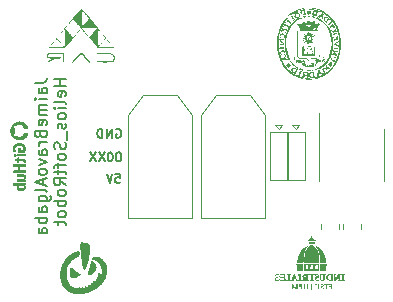
<source format=gbr>
%TF.GenerationSoftware,KiCad,Pcbnew,(7.0.0)*%
%TF.CreationDate,2024-02-03T20:31:45+01:00*%
%TF.ProjectId,Helios_rcv_00xx,48656c69-6f73-45f7-9263-765f30307878,rev?*%
%TF.SameCoordinates,PX9d5b340PY5f5e100*%
%TF.FileFunction,Legend,Bot*%
%TF.FilePolarity,Positive*%
%FSLAX46Y46*%
G04 Gerber Fmt 4.6, Leading zero omitted, Abs format (unit mm)*
G04 Created by KiCad (PCBNEW (7.0.0)) date 2024-02-03 20:31:45*
%MOMM*%
%LPD*%
G01*
G04 APERTURE LIST*
%ADD10C,0.150000*%
%ADD11C,0.120000*%
G04 APERTURE END LIST*
D10*
X-13692620Y6226191D02*
X-12978334Y6226191D01*
X-12978334Y6226191D02*
X-12835477Y6273810D01*
X-12835477Y6273810D02*
X-12740239Y6369048D01*
X-12740239Y6369048D02*
X-12692620Y6511905D01*
X-12692620Y6511905D02*
X-12692620Y6607143D01*
X-12692620Y5321429D02*
X-13216429Y5321429D01*
X-13216429Y5321429D02*
X-13311667Y5369048D01*
X-13311667Y5369048D02*
X-13359286Y5464286D01*
X-13359286Y5464286D02*
X-13359286Y5654762D01*
X-13359286Y5654762D02*
X-13311667Y5750000D01*
X-12740239Y5321429D02*
X-12692620Y5416667D01*
X-12692620Y5416667D02*
X-12692620Y5654762D01*
X-12692620Y5654762D02*
X-12740239Y5750000D01*
X-12740239Y5750000D02*
X-12835477Y5797619D01*
X-12835477Y5797619D02*
X-12930715Y5797619D01*
X-12930715Y5797619D02*
X-13025953Y5750000D01*
X-13025953Y5750000D02*
X-13073572Y5654762D01*
X-13073572Y5654762D02*
X-13073572Y5416667D01*
X-13073572Y5416667D02*
X-13121191Y5321429D01*
X-12692620Y4845238D02*
X-13359286Y4845238D01*
X-13692620Y4845238D02*
X-13645000Y4892857D01*
X-13645000Y4892857D02*
X-13597381Y4845238D01*
X-13597381Y4845238D02*
X-13645000Y4797619D01*
X-13645000Y4797619D02*
X-13692620Y4845238D01*
X-13692620Y4845238D02*
X-13597381Y4845238D01*
X-12692620Y4369048D02*
X-13359286Y4369048D01*
X-13264048Y4369048D02*
X-13311667Y4321429D01*
X-13311667Y4321429D02*
X-13359286Y4226191D01*
X-13359286Y4226191D02*
X-13359286Y4083334D01*
X-13359286Y4083334D02*
X-13311667Y3988096D01*
X-13311667Y3988096D02*
X-13216429Y3940477D01*
X-13216429Y3940477D02*
X-12692620Y3940477D01*
X-13216429Y3940477D02*
X-13311667Y3892858D01*
X-13311667Y3892858D02*
X-13359286Y3797620D01*
X-13359286Y3797620D02*
X-13359286Y3654763D01*
X-13359286Y3654763D02*
X-13311667Y3559524D01*
X-13311667Y3559524D02*
X-13216429Y3511905D01*
X-13216429Y3511905D02*
X-12692620Y3511905D01*
X-12740239Y2654763D02*
X-12692620Y2750001D01*
X-12692620Y2750001D02*
X-12692620Y2940477D01*
X-12692620Y2940477D02*
X-12740239Y3035715D01*
X-12740239Y3035715D02*
X-12835477Y3083334D01*
X-12835477Y3083334D02*
X-13216429Y3083334D01*
X-13216429Y3083334D02*
X-13311667Y3035715D01*
X-13311667Y3035715D02*
X-13359286Y2940477D01*
X-13359286Y2940477D02*
X-13359286Y2750001D01*
X-13359286Y2750001D02*
X-13311667Y2654763D01*
X-13311667Y2654763D02*
X-13216429Y2607144D01*
X-13216429Y2607144D02*
X-13121191Y2607144D01*
X-13121191Y2607144D02*
X-13025953Y3083334D01*
X-13216429Y1845239D02*
X-13168810Y1702382D01*
X-13168810Y1702382D02*
X-13121191Y1654763D01*
X-13121191Y1654763D02*
X-13025953Y1607144D01*
X-13025953Y1607144D02*
X-12883096Y1607144D01*
X-12883096Y1607144D02*
X-12787858Y1654763D01*
X-12787858Y1654763D02*
X-12740239Y1702382D01*
X-12740239Y1702382D02*
X-12692620Y1797620D01*
X-12692620Y1797620D02*
X-12692620Y2178572D01*
X-12692620Y2178572D02*
X-13692620Y2178572D01*
X-13692620Y2178572D02*
X-13692620Y1845239D01*
X-13692620Y1845239D02*
X-13645000Y1750001D01*
X-13645000Y1750001D02*
X-13597381Y1702382D01*
X-13597381Y1702382D02*
X-13502143Y1654763D01*
X-13502143Y1654763D02*
X-13406905Y1654763D01*
X-13406905Y1654763D02*
X-13311667Y1702382D01*
X-13311667Y1702382D02*
X-13264048Y1750001D01*
X-13264048Y1750001D02*
X-13216429Y1845239D01*
X-13216429Y1845239D02*
X-13216429Y2178572D01*
X-12692620Y1178572D02*
X-13359286Y1178572D01*
X-13168810Y1178572D02*
X-13264048Y1130953D01*
X-13264048Y1130953D02*
X-13311667Y1083334D01*
X-13311667Y1083334D02*
X-13359286Y988096D01*
X-13359286Y988096D02*
X-13359286Y892858D01*
X-12692620Y130953D02*
X-13216429Y130953D01*
X-13216429Y130953D02*
X-13311667Y178572D01*
X-13311667Y178572D02*
X-13359286Y273810D01*
X-13359286Y273810D02*
X-13359286Y464286D01*
X-13359286Y464286D02*
X-13311667Y559524D01*
X-12740239Y130953D02*
X-12692620Y226191D01*
X-12692620Y226191D02*
X-12692620Y464286D01*
X-12692620Y464286D02*
X-12740239Y559524D01*
X-12740239Y559524D02*
X-12835477Y607143D01*
X-12835477Y607143D02*
X-12930715Y607143D01*
X-12930715Y607143D02*
X-13025953Y559524D01*
X-13025953Y559524D02*
X-13073572Y464286D01*
X-13073572Y464286D02*
X-13073572Y226191D01*
X-13073572Y226191D02*
X-13121191Y130953D01*
X-13359286Y-250000D02*
X-12692620Y-488095D01*
X-12692620Y-488095D02*
X-13359286Y-726190D01*
X-12692620Y-1250000D02*
X-12740239Y-1154762D01*
X-12740239Y-1154762D02*
X-12787858Y-1107143D01*
X-12787858Y-1107143D02*
X-12883096Y-1059524D01*
X-12883096Y-1059524D02*
X-13168810Y-1059524D01*
X-13168810Y-1059524D02*
X-13264048Y-1107143D01*
X-13264048Y-1107143D02*
X-13311667Y-1154762D01*
X-13311667Y-1154762D02*
X-13359286Y-1250000D01*
X-13359286Y-1250000D02*
X-13359286Y-1392857D01*
X-13359286Y-1392857D02*
X-13311667Y-1488095D01*
X-13311667Y-1488095D02*
X-13264048Y-1535714D01*
X-13264048Y-1535714D02*
X-13168810Y-1583333D01*
X-13168810Y-1583333D02*
X-12883096Y-1583333D01*
X-12883096Y-1583333D02*
X-12787858Y-1535714D01*
X-12787858Y-1535714D02*
X-12740239Y-1488095D01*
X-12740239Y-1488095D02*
X-12692620Y-1392857D01*
X-12692620Y-1392857D02*
X-12692620Y-1250000D01*
X-12978334Y-1964286D02*
X-12978334Y-2440476D01*
X-12692620Y-1869048D02*
X-13692620Y-2202381D01*
X-13692620Y-2202381D02*
X-12692620Y-2535714D01*
X-12692620Y-3011905D02*
X-12740239Y-2916667D01*
X-12740239Y-2916667D02*
X-12835477Y-2869048D01*
X-12835477Y-2869048D02*
X-13692620Y-2869048D01*
X-13359286Y-3821429D02*
X-12549762Y-3821429D01*
X-12549762Y-3821429D02*
X-12454524Y-3773810D01*
X-12454524Y-3773810D02*
X-12406905Y-3726191D01*
X-12406905Y-3726191D02*
X-12359286Y-3630953D01*
X-12359286Y-3630953D02*
X-12359286Y-3488096D01*
X-12359286Y-3488096D02*
X-12406905Y-3392858D01*
X-12740239Y-3821429D02*
X-12692620Y-3726191D01*
X-12692620Y-3726191D02*
X-12692620Y-3535715D01*
X-12692620Y-3535715D02*
X-12740239Y-3440477D01*
X-12740239Y-3440477D02*
X-12787858Y-3392858D01*
X-12787858Y-3392858D02*
X-12883096Y-3345239D01*
X-12883096Y-3345239D02*
X-13168810Y-3345239D01*
X-13168810Y-3345239D02*
X-13264048Y-3392858D01*
X-13264048Y-3392858D02*
X-13311667Y-3440477D01*
X-13311667Y-3440477D02*
X-13359286Y-3535715D01*
X-13359286Y-3535715D02*
X-13359286Y-3726191D01*
X-13359286Y-3726191D02*
X-13311667Y-3821429D01*
X-12692620Y-4726191D02*
X-13216429Y-4726191D01*
X-13216429Y-4726191D02*
X-13311667Y-4678572D01*
X-13311667Y-4678572D02*
X-13359286Y-4583334D01*
X-13359286Y-4583334D02*
X-13359286Y-4392858D01*
X-13359286Y-4392858D02*
X-13311667Y-4297620D01*
X-12740239Y-4726191D02*
X-12692620Y-4630953D01*
X-12692620Y-4630953D02*
X-12692620Y-4392858D01*
X-12692620Y-4392858D02*
X-12740239Y-4297620D01*
X-12740239Y-4297620D02*
X-12835477Y-4250001D01*
X-12835477Y-4250001D02*
X-12930715Y-4250001D01*
X-12930715Y-4250001D02*
X-13025953Y-4297620D01*
X-13025953Y-4297620D02*
X-13073572Y-4392858D01*
X-13073572Y-4392858D02*
X-13073572Y-4630953D01*
X-13073572Y-4630953D02*
X-13121191Y-4726191D01*
X-12692620Y-5202382D02*
X-13692620Y-5202382D01*
X-13311667Y-5202382D02*
X-13359286Y-5297620D01*
X-13359286Y-5297620D02*
X-13359286Y-5488096D01*
X-13359286Y-5488096D02*
X-13311667Y-5583334D01*
X-13311667Y-5583334D02*
X-13264048Y-5630953D01*
X-13264048Y-5630953D02*
X-13168810Y-5678572D01*
X-13168810Y-5678572D02*
X-12883096Y-5678572D01*
X-12883096Y-5678572D02*
X-12787858Y-5630953D01*
X-12787858Y-5630953D02*
X-12740239Y-5583334D01*
X-12740239Y-5583334D02*
X-12692620Y-5488096D01*
X-12692620Y-5488096D02*
X-12692620Y-5297620D01*
X-12692620Y-5297620D02*
X-12740239Y-5202382D01*
X-12692620Y-6535715D02*
X-13216429Y-6535715D01*
X-13216429Y-6535715D02*
X-13311667Y-6488096D01*
X-13311667Y-6488096D02*
X-13359286Y-6392858D01*
X-13359286Y-6392858D02*
X-13359286Y-6202382D01*
X-13359286Y-6202382D02*
X-13311667Y-6107144D01*
X-12740239Y-6535715D02*
X-12692620Y-6440477D01*
X-12692620Y-6440477D02*
X-12692620Y-6202382D01*
X-12692620Y-6202382D02*
X-12740239Y-6107144D01*
X-12740239Y-6107144D02*
X-12835477Y-6059525D01*
X-12835477Y-6059525D02*
X-12930715Y-6059525D01*
X-12930715Y-6059525D02*
X-13025953Y-6107144D01*
X-13025953Y-6107144D02*
X-13073572Y-6202382D01*
X-13073572Y-6202382D02*
X-13073572Y-6440477D01*
X-13073572Y-6440477D02*
X-13121191Y-6535715D01*
X-11072620Y6511905D02*
X-12072620Y6511905D01*
X-11596429Y6511905D02*
X-11596429Y5940477D01*
X-11072620Y5940477D02*
X-12072620Y5940477D01*
X-11120239Y5083334D02*
X-11072620Y5178572D01*
X-11072620Y5178572D02*
X-11072620Y5369048D01*
X-11072620Y5369048D02*
X-11120239Y5464286D01*
X-11120239Y5464286D02*
X-11215477Y5511905D01*
X-11215477Y5511905D02*
X-11596429Y5511905D01*
X-11596429Y5511905D02*
X-11691667Y5464286D01*
X-11691667Y5464286D02*
X-11739286Y5369048D01*
X-11739286Y5369048D02*
X-11739286Y5178572D01*
X-11739286Y5178572D02*
X-11691667Y5083334D01*
X-11691667Y5083334D02*
X-11596429Y5035715D01*
X-11596429Y5035715D02*
X-11501191Y5035715D01*
X-11501191Y5035715D02*
X-11405953Y5511905D01*
X-11072620Y4464286D02*
X-11120239Y4559524D01*
X-11120239Y4559524D02*
X-11215477Y4607143D01*
X-11215477Y4607143D02*
X-12072620Y4607143D01*
X-11072620Y4083333D02*
X-11739286Y4083333D01*
X-12072620Y4083333D02*
X-12025000Y4130952D01*
X-12025000Y4130952D02*
X-11977381Y4083333D01*
X-11977381Y4083333D02*
X-12025000Y4035714D01*
X-12025000Y4035714D02*
X-12072620Y4083333D01*
X-12072620Y4083333D02*
X-11977381Y4083333D01*
X-11072620Y3464286D02*
X-11120239Y3559524D01*
X-11120239Y3559524D02*
X-11167858Y3607143D01*
X-11167858Y3607143D02*
X-11263096Y3654762D01*
X-11263096Y3654762D02*
X-11548810Y3654762D01*
X-11548810Y3654762D02*
X-11644048Y3607143D01*
X-11644048Y3607143D02*
X-11691667Y3559524D01*
X-11691667Y3559524D02*
X-11739286Y3464286D01*
X-11739286Y3464286D02*
X-11739286Y3321429D01*
X-11739286Y3321429D02*
X-11691667Y3226191D01*
X-11691667Y3226191D02*
X-11644048Y3178572D01*
X-11644048Y3178572D02*
X-11548810Y3130953D01*
X-11548810Y3130953D02*
X-11263096Y3130953D01*
X-11263096Y3130953D02*
X-11167858Y3178572D01*
X-11167858Y3178572D02*
X-11120239Y3226191D01*
X-11120239Y3226191D02*
X-11072620Y3321429D01*
X-11072620Y3321429D02*
X-11072620Y3464286D01*
X-11120239Y2750000D02*
X-11072620Y2654762D01*
X-11072620Y2654762D02*
X-11072620Y2464286D01*
X-11072620Y2464286D02*
X-11120239Y2369048D01*
X-11120239Y2369048D02*
X-11215477Y2321429D01*
X-11215477Y2321429D02*
X-11263096Y2321429D01*
X-11263096Y2321429D02*
X-11358334Y2369048D01*
X-11358334Y2369048D02*
X-11405953Y2464286D01*
X-11405953Y2464286D02*
X-11405953Y2607143D01*
X-11405953Y2607143D02*
X-11453572Y2702381D01*
X-11453572Y2702381D02*
X-11548810Y2750000D01*
X-11548810Y2750000D02*
X-11596429Y2750000D01*
X-11596429Y2750000D02*
X-11691667Y2702381D01*
X-11691667Y2702381D02*
X-11739286Y2607143D01*
X-11739286Y2607143D02*
X-11739286Y2464286D01*
X-11739286Y2464286D02*
X-11691667Y2369048D01*
X-10977381Y2130952D02*
X-10977381Y1369048D01*
X-11120239Y1178571D02*
X-11072620Y1035714D01*
X-11072620Y1035714D02*
X-11072620Y797619D01*
X-11072620Y797619D02*
X-11120239Y702381D01*
X-11120239Y702381D02*
X-11167858Y654762D01*
X-11167858Y654762D02*
X-11263096Y607143D01*
X-11263096Y607143D02*
X-11358334Y607143D01*
X-11358334Y607143D02*
X-11453572Y654762D01*
X-11453572Y654762D02*
X-11501191Y702381D01*
X-11501191Y702381D02*
X-11548810Y797619D01*
X-11548810Y797619D02*
X-11596429Y988095D01*
X-11596429Y988095D02*
X-11644048Y1083333D01*
X-11644048Y1083333D02*
X-11691667Y1130952D01*
X-11691667Y1130952D02*
X-11786905Y1178571D01*
X-11786905Y1178571D02*
X-11882143Y1178571D01*
X-11882143Y1178571D02*
X-11977381Y1130952D01*
X-11977381Y1130952D02*
X-12025000Y1083333D01*
X-12025000Y1083333D02*
X-12072620Y988095D01*
X-12072620Y988095D02*
X-12072620Y750000D01*
X-12072620Y750000D02*
X-12025000Y607143D01*
X-11072620Y35714D02*
X-11120239Y130952D01*
X-11120239Y130952D02*
X-11167858Y178571D01*
X-11167858Y178571D02*
X-11263096Y226190D01*
X-11263096Y226190D02*
X-11548810Y226190D01*
X-11548810Y226190D02*
X-11644048Y178571D01*
X-11644048Y178571D02*
X-11691667Y130952D01*
X-11691667Y130952D02*
X-11739286Y35714D01*
X-11739286Y35714D02*
X-11739286Y-107143D01*
X-11739286Y-107143D02*
X-11691667Y-202381D01*
X-11691667Y-202381D02*
X-11644048Y-250000D01*
X-11644048Y-250000D02*
X-11548810Y-297619D01*
X-11548810Y-297619D02*
X-11263096Y-297619D01*
X-11263096Y-297619D02*
X-11167858Y-250000D01*
X-11167858Y-250000D02*
X-11120239Y-202381D01*
X-11120239Y-202381D02*
X-11072620Y-107143D01*
X-11072620Y-107143D02*
X-11072620Y35714D01*
X-11739286Y-583334D02*
X-11739286Y-964286D01*
X-11072620Y-726191D02*
X-11929762Y-726191D01*
X-11929762Y-726191D02*
X-12025000Y-773810D01*
X-12025000Y-773810D02*
X-12072620Y-869048D01*
X-12072620Y-869048D02*
X-12072620Y-964286D01*
X-11739286Y-1154763D02*
X-11739286Y-1535715D01*
X-12072620Y-1297620D02*
X-11215477Y-1297620D01*
X-11215477Y-1297620D02*
X-11120239Y-1345239D01*
X-11120239Y-1345239D02*
X-11072620Y-1440477D01*
X-11072620Y-1440477D02*
X-11072620Y-1535715D01*
X-11072620Y-2440477D02*
X-11548810Y-2107144D01*
X-11072620Y-1869049D02*
X-12072620Y-1869049D01*
X-12072620Y-1869049D02*
X-12072620Y-2250001D01*
X-12072620Y-2250001D02*
X-12025000Y-2345239D01*
X-12025000Y-2345239D02*
X-11977381Y-2392858D01*
X-11977381Y-2392858D02*
X-11882143Y-2440477D01*
X-11882143Y-2440477D02*
X-11739286Y-2440477D01*
X-11739286Y-2440477D02*
X-11644048Y-2392858D01*
X-11644048Y-2392858D02*
X-11596429Y-2345239D01*
X-11596429Y-2345239D02*
X-11548810Y-2250001D01*
X-11548810Y-2250001D02*
X-11548810Y-1869049D01*
X-11072620Y-3011906D02*
X-11120239Y-2916668D01*
X-11120239Y-2916668D02*
X-11167858Y-2869049D01*
X-11167858Y-2869049D02*
X-11263096Y-2821430D01*
X-11263096Y-2821430D02*
X-11548810Y-2821430D01*
X-11548810Y-2821430D02*
X-11644048Y-2869049D01*
X-11644048Y-2869049D02*
X-11691667Y-2916668D01*
X-11691667Y-2916668D02*
X-11739286Y-3011906D01*
X-11739286Y-3011906D02*
X-11739286Y-3154763D01*
X-11739286Y-3154763D02*
X-11691667Y-3250001D01*
X-11691667Y-3250001D02*
X-11644048Y-3297620D01*
X-11644048Y-3297620D02*
X-11548810Y-3345239D01*
X-11548810Y-3345239D02*
X-11263096Y-3345239D01*
X-11263096Y-3345239D02*
X-11167858Y-3297620D01*
X-11167858Y-3297620D02*
X-11120239Y-3250001D01*
X-11120239Y-3250001D02*
X-11072620Y-3154763D01*
X-11072620Y-3154763D02*
X-11072620Y-3011906D01*
X-11072620Y-3773811D02*
X-12072620Y-3773811D01*
X-11691667Y-3773811D02*
X-11739286Y-3869049D01*
X-11739286Y-3869049D02*
X-11739286Y-4059525D01*
X-11739286Y-4059525D02*
X-11691667Y-4154763D01*
X-11691667Y-4154763D02*
X-11644048Y-4202382D01*
X-11644048Y-4202382D02*
X-11548810Y-4250001D01*
X-11548810Y-4250001D02*
X-11263096Y-4250001D01*
X-11263096Y-4250001D02*
X-11167858Y-4202382D01*
X-11167858Y-4202382D02*
X-11120239Y-4154763D01*
X-11120239Y-4154763D02*
X-11072620Y-4059525D01*
X-11072620Y-4059525D02*
X-11072620Y-3869049D01*
X-11072620Y-3869049D02*
X-11120239Y-3773811D01*
X-11072620Y-4821430D02*
X-11120239Y-4726192D01*
X-11120239Y-4726192D02*
X-11167858Y-4678573D01*
X-11167858Y-4678573D02*
X-11263096Y-4630954D01*
X-11263096Y-4630954D02*
X-11548810Y-4630954D01*
X-11548810Y-4630954D02*
X-11644048Y-4678573D01*
X-11644048Y-4678573D02*
X-11691667Y-4726192D01*
X-11691667Y-4726192D02*
X-11739286Y-4821430D01*
X-11739286Y-4821430D02*
X-11739286Y-4964287D01*
X-11739286Y-4964287D02*
X-11691667Y-5059525D01*
X-11691667Y-5059525D02*
X-11644048Y-5107144D01*
X-11644048Y-5107144D02*
X-11548810Y-5154763D01*
X-11548810Y-5154763D02*
X-11263096Y-5154763D01*
X-11263096Y-5154763D02*
X-11167858Y-5107144D01*
X-11167858Y-5107144D02*
X-11120239Y-5059525D01*
X-11120239Y-5059525D02*
X-11072620Y-4964287D01*
X-11072620Y-4964287D02*
X-11072620Y-4821430D01*
X-11739286Y-5440478D02*
X-11739286Y-5821430D01*
X-12072620Y-5583335D02*
X-11215477Y-5583335D01*
X-11215477Y-5583335D02*
X-11120239Y-5630954D01*
X-11120239Y-5630954D02*
X-11072620Y-5726192D01*
X-11072620Y-5726192D02*
X-11072620Y-5821430D01*
X-6821572Y2267750D02*
X-6750143Y2303465D01*
X-6750143Y2303465D02*
X-6643001Y2303465D01*
X-6643001Y2303465D02*
X-6535858Y2267750D01*
X-6535858Y2267750D02*
X-6464429Y2196322D01*
X-6464429Y2196322D02*
X-6428715Y2124893D01*
X-6428715Y2124893D02*
X-6393001Y1982036D01*
X-6393001Y1982036D02*
X-6393001Y1874893D01*
X-6393001Y1874893D02*
X-6428715Y1732036D01*
X-6428715Y1732036D02*
X-6464429Y1660608D01*
X-6464429Y1660608D02*
X-6535858Y1589179D01*
X-6535858Y1589179D02*
X-6643001Y1553465D01*
X-6643001Y1553465D02*
X-6714429Y1553465D01*
X-6714429Y1553465D02*
X-6821572Y1589179D01*
X-6821572Y1589179D02*
X-6857286Y1624893D01*
X-6857286Y1624893D02*
X-6857286Y1874893D01*
X-6857286Y1874893D02*
X-6714429Y1874893D01*
X-7178715Y1553465D02*
X-7178715Y2303465D01*
X-7178715Y2303465D02*
X-7607286Y1553465D01*
X-7607286Y1553465D02*
X-7607286Y2303465D01*
X-7964429Y1553465D02*
X-7964429Y2303465D01*
X-7964429Y2303465D02*
X-8143000Y2303465D01*
X-8143000Y2303465D02*
X-8250143Y2267750D01*
X-8250143Y2267750D02*
X-8321572Y2196322D01*
X-8321572Y2196322D02*
X-8357286Y2124893D01*
X-8357286Y2124893D02*
X-8393000Y1982036D01*
X-8393000Y1982036D02*
X-8393000Y1874893D01*
X-8393000Y1874893D02*
X-8357286Y1732036D01*
X-8357286Y1732036D02*
X-8321572Y1660608D01*
X-8321572Y1660608D02*
X-8250143Y1589179D01*
X-8250143Y1589179D02*
X-8143000Y1553465D01*
X-8143000Y1553465D02*
X-7964429Y1553465D01*
X-6571429Y329215D02*
X-6642858Y329215D01*
X-6642858Y329215D02*
X-6714286Y293500D01*
X-6714286Y293500D02*
X-6750000Y257786D01*
X-6750000Y257786D02*
X-6785715Y186358D01*
X-6785715Y186358D02*
X-6821429Y43500D01*
X-6821429Y43500D02*
X-6821429Y-135071D01*
X-6821429Y-135071D02*
X-6785715Y-277928D01*
X-6785715Y-277928D02*
X-6750000Y-349357D01*
X-6750000Y-349357D02*
X-6714286Y-385071D01*
X-6714286Y-385071D02*
X-6642858Y-420785D01*
X-6642858Y-420785D02*
X-6571429Y-420785D01*
X-6571429Y-420785D02*
X-6500000Y-385071D01*
X-6500000Y-385071D02*
X-6464286Y-349357D01*
X-6464286Y-349357D02*
X-6428572Y-277928D01*
X-6428572Y-277928D02*
X-6392858Y-135071D01*
X-6392858Y-135071D02*
X-6392858Y43500D01*
X-6392858Y43500D02*
X-6428572Y186358D01*
X-6428572Y186358D02*
X-6464286Y257786D01*
X-6464286Y257786D02*
X-6500000Y293500D01*
X-6500000Y293500D02*
X-6571429Y329215D01*
X-7285715Y329215D02*
X-7357144Y329215D01*
X-7357144Y329215D02*
X-7428572Y293500D01*
X-7428572Y293500D02*
X-7464286Y257786D01*
X-7464286Y257786D02*
X-7500001Y186358D01*
X-7500001Y186358D02*
X-7535715Y43500D01*
X-7535715Y43500D02*
X-7535715Y-135071D01*
X-7535715Y-135071D02*
X-7500001Y-277928D01*
X-7500001Y-277928D02*
X-7464286Y-349357D01*
X-7464286Y-349357D02*
X-7428572Y-385071D01*
X-7428572Y-385071D02*
X-7357144Y-420785D01*
X-7357144Y-420785D02*
X-7285715Y-420785D01*
X-7285715Y-420785D02*
X-7214286Y-385071D01*
X-7214286Y-385071D02*
X-7178572Y-349357D01*
X-7178572Y-349357D02*
X-7142858Y-277928D01*
X-7142858Y-277928D02*
X-7107144Y-135071D01*
X-7107144Y-135071D02*
X-7107144Y43500D01*
X-7107144Y43500D02*
X-7142858Y186358D01*
X-7142858Y186358D02*
X-7178572Y257786D01*
X-7178572Y257786D02*
X-7214286Y293500D01*
X-7214286Y293500D02*
X-7285715Y329215D01*
X-7785715Y329215D02*
X-8285715Y-420785D01*
X-8285715Y329215D02*
X-7785715Y-420785D01*
X-8500001Y329215D02*
X-9000001Y-420785D01*
X-9000001Y329215D02*
X-8500001Y-420785D01*
X-6869144Y-1506535D02*
X-6512001Y-1506535D01*
X-6512001Y-1506535D02*
X-6476287Y-1863678D01*
X-6476287Y-1863678D02*
X-6512001Y-1827964D01*
X-6512001Y-1827964D02*
X-6583429Y-1792250D01*
X-6583429Y-1792250D02*
X-6762001Y-1792250D01*
X-6762001Y-1792250D02*
X-6833429Y-1827964D01*
X-6833429Y-1827964D02*
X-6869144Y-1863678D01*
X-6869144Y-1863678D02*
X-6904858Y-1935107D01*
X-6904858Y-1935107D02*
X-6904858Y-2113678D01*
X-6904858Y-2113678D02*
X-6869144Y-2185107D01*
X-6869144Y-2185107D02*
X-6833429Y-2220821D01*
X-6833429Y-2220821D02*
X-6762001Y-2256535D01*
X-6762001Y-2256535D02*
X-6583429Y-2256535D01*
X-6583429Y-2256535D02*
X-6512001Y-2220821D01*
X-6512001Y-2220821D02*
X-6476287Y-2185107D01*
X-7119144Y-1506535D02*
X-7369144Y-2256535D01*
X-7369144Y-2256535D02*
X-7619144Y-1506535D01*
%TO.C,G\u002A\u002A\u002A*%
G36*
X-14645870Y2666655D02*
G01*
X-14642063Y2662134D01*
X-14640649Y2659774D01*
X-14639349Y2656928D01*
X-14639385Y2654495D01*
X-14640564Y2651046D01*
X-14641529Y2649214D01*
X-14644387Y2647196D01*
X-14647842Y2647463D01*
X-14651287Y2649701D01*
X-14654111Y2653597D01*
X-14655708Y2658838D01*
X-14655818Y2659861D01*
X-14655285Y2665011D01*
X-14653062Y2667954D01*
X-14649730Y2668548D01*
X-14645870Y2666655D01*
G37*
G36*
X-14617932Y2628135D02*
G01*
X-14612696Y2624591D01*
X-14609813Y2621447D01*
X-14607716Y2618130D01*
X-14606720Y2615288D01*
X-14606652Y2611825D01*
X-14608681Y2608866D01*
X-14611517Y2607026D01*
X-14616170Y2606574D01*
X-14620997Y2608223D01*
X-14625307Y2611554D01*
X-14628415Y2616149D01*
X-14629630Y2621591D01*
X-14629106Y2625047D01*
X-14626682Y2628266D01*
X-14622776Y2629328D01*
X-14617932Y2628135D01*
G37*
G36*
X-14480901Y2378104D02*
G01*
X-14477413Y2373954D01*
X-14475780Y2369881D01*
X-14475331Y2362429D01*
X-14477868Y2354808D01*
X-14478215Y2354180D01*
X-14482350Y2349106D01*
X-14486952Y2346768D01*
X-14491454Y2346990D01*
X-14495286Y2349596D01*
X-14497880Y2354409D01*
X-14498667Y2361253D01*
X-14498324Y2364665D01*
X-14496397Y2370982D01*
X-14493224Y2375763D01*
X-14489273Y2378730D01*
X-14485009Y2379603D01*
X-14480901Y2378104D01*
G37*
G36*
X-14576034Y2601618D02*
G01*
X-14571249Y2599212D01*
X-14566040Y2594069D01*
X-14565357Y2593009D01*
X-14563300Y2589132D01*
X-14562473Y2586379D01*
X-14562476Y2586212D01*
X-14563936Y2582540D01*
X-14567241Y2579531D01*
X-14571208Y2578284D01*
X-14575410Y2578741D01*
X-14581126Y2580923D01*
X-14585766Y2584432D01*
X-14588980Y2588740D01*
X-14590413Y2593321D01*
X-14589714Y2597647D01*
X-14586530Y2601192D01*
X-14586031Y2601514D01*
X-14583210Y2602891D01*
X-14580348Y2602906D01*
X-14576034Y2601618D01*
G37*
G36*
X-14525458Y2562318D02*
G01*
X-14520254Y2559695D01*
X-14515498Y2555972D01*
X-14512195Y2551744D01*
X-14511610Y2550601D01*
X-14509709Y2545684D01*
X-14509775Y2541852D01*
X-14511777Y2538004D01*
X-14512791Y2536797D01*
X-14516726Y2534704D01*
X-14521426Y2534829D01*
X-14526377Y2536750D01*
X-14531066Y2540049D01*
X-14534980Y2544303D01*
X-14537604Y2549094D01*
X-14538426Y2554000D01*
X-14536931Y2558602D01*
X-14534604Y2561172D01*
X-14531344Y2563078D01*
X-14530105Y2563245D01*
X-14525458Y2562318D01*
G37*
G36*
X-14483677Y2444120D02*
G01*
X-14479554Y2441026D01*
X-14477199Y2436458D01*
X-14476449Y2433214D01*
X-14475774Y2430618D01*
X-14475701Y2430356D01*
X-14475859Y2425922D01*
X-14477777Y2420639D01*
X-14480909Y2415641D01*
X-14484710Y2412060D01*
X-14486551Y2411414D01*
X-14490424Y2412167D01*
X-14494209Y2414992D01*
X-14497042Y2419377D01*
X-14498474Y2425118D01*
X-14498352Y2431658D01*
X-14496702Y2437679D01*
X-14493763Y2442348D01*
X-14489772Y2444831D01*
X-14488515Y2445039D01*
X-14483677Y2444120D01*
G37*
G36*
X-15341180Y211347D02*
G01*
X-15323453Y207285D01*
X-15306407Y200679D01*
X-15290354Y191552D01*
X-15275606Y179923D01*
X-15262475Y165814D01*
X-15252874Y151739D01*
X-15244822Y135422D01*
X-15239148Y118291D01*
X-15236178Y101142D01*
X-15235842Y96372D01*
X-15236339Y77154D01*
X-15239714Y58646D01*
X-15245788Y41101D01*
X-15254384Y24771D01*
X-15265321Y9907D01*
X-15278423Y-3239D01*
X-15293510Y-14413D01*
X-15310404Y-23365D01*
X-15328926Y-29842D01*
X-15329830Y-30077D01*
X-15341009Y-32132D01*
X-15353725Y-33224D01*
X-15366856Y-33340D01*
X-15379278Y-32465D01*
X-15389867Y-30587D01*
X-15396077Y-28752D01*
X-15406659Y-24798D01*
X-15417407Y-19947D01*
X-15427245Y-14700D01*
X-15435094Y-9559D01*
X-15445085Y-1189D01*
X-15458104Y12785D01*
X-15468619Y28108D01*
X-15476610Y44486D01*
X-15482058Y61627D01*
X-15484943Y79237D01*
X-15485248Y97024D01*
X-15482952Y114695D01*
X-15478036Y131957D01*
X-15470482Y148517D01*
X-15460270Y164082D01*
X-15447380Y178360D01*
X-15444380Y181124D01*
X-15429116Y192766D01*
X-15412662Y201739D01*
X-15395330Y208062D01*
X-15377431Y211757D01*
X-15359277Y212845D01*
X-15341180Y211347D01*
G37*
G36*
X-14615708Y202899D02*
G01*
X-14595855Y202881D01*
X-14578125Y202852D01*
X-14562395Y202810D01*
X-14548539Y202754D01*
X-14536436Y202684D01*
X-14525960Y202599D01*
X-14516988Y202497D01*
X-14509397Y202378D01*
X-14503063Y202242D01*
X-14497862Y202087D01*
X-14493669Y201912D01*
X-14490363Y201717D01*
X-14487818Y201500D01*
X-14485911Y201262D01*
X-14484518Y201001D01*
X-14483516Y200716D01*
X-14482780Y200406D01*
X-14478346Y197140D01*
X-14473763Y190637D01*
X-14470215Y183605D01*
X-14470638Y88010D01*
X-14470670Y80791D01*
X-14470757Y62171D01*
X-14470844Y46351D01*
X-14470939Y33088D01*
X-14471052Y22141D01*
X-14471191Y13269D01*
X-14471366Y6230D01*
X-14471585Y783D01*
X-14471858Y-3314D01*
X-14472193Y-6302D01*
X-14472599Y-8423D01*
X-14473085Y-9918D01*
X-14473660Y-11029D01*
X-14474332Y-11997D01*
X-14474362Y-12036D01*
X-14478232Y-15678D01*
X-14482927Y-18272D01*
X-14484333Y-18428D01*
X-14488776Y-18618D01*
X-14496029Y-18798D01*
X-14505919Y-18969D01*
X-14518269Y-19131D01*
X-14532906Y-19284D01*
X-14549655Y-19427D01*
X-14568342Y-19560D01*
X-14588792Y-19683D01*
X-14610830Y-19796D01*
X-14634282Y-19899D01*
X-14658973Y-19992D01*
X-14684729Y-20074D01*
X-14711375Y-20146D01*
X-14738737Y-20207D01*
X-14766639Y-20257D01*
X-14794908Y-20296D01*
X-14823369Y-20325D01*
X-14851847Y-20342D01*
X-14880167Y-20347D01*
X-14908156Y-20342D01*
X-14935638Y-20324D01*
X-14962438Y-20295D01*
X-14988384Y-20254D01*
X-15013299Y-20201D01*
X-15037009Y-20136D01*
X-15059340Y-20059D01*
X-15080117Y-19969D01*
X-15099165Y-19867D01*
X-15116310Y-19752D01*
X-15131377Y-19625D01*
X-15144193Y-19484D01*
X-15154581Y-19331D01*
X-15162368Y-19164D01*
X-15167379Y-18984D01*
X-15169439Y-18790D01*
X-15169872Y-18604D01*
X-15173438Y-15978D01*
X-15176586Y-12149D01*
X-15176919Y-11592D01*
X-15177504Y-10438D01*
X-15178000Y-9014D01*
X-15178413Y-7081D01*
X-15178748Y-4402D01*
X-15179013Y-738D01*
X-15179212Y4148D01*
X-15179354Y10494D01*
X-15179443Y18539D01*
X-15179486Y28519D01*
X-15179489Y40672D01*
X-15179458Y55238D01*
X-15179400Y72452D01*
X-15179321Y92554D01*
X-15178917Y192140D01*
X-15173809Y197248D01*
X-15168700Y202356D01*
X-14828475Y202750D01*
X-14824515Y202755D01*
X-14786337Y202798D01*
X-14751148Y202835D01*
X-14718824Y202865D01*
X-14689242Y202887D01*
X-14662278Y202901D01*
X-14637808Y202905D01*
X-14615708Y202899D01*
G37*
G36*
X-14665643Y-2272015D02*
G01*
X-14479415Y-2272015D01*
X-14474847Y-2276582D01*
X-14470280Y-2281150D01*
X-14470280Y-2424909D01*
X-14474300Y-2429688D01*
X-14474674Y-2430112D01*
X-14479111Y-2433688D01*
X-14484066Y-2435973D01*
X-14485354Y-2436271D01*
X-14489755Y-2437120D01*
X-14495863Y-2438186D01*
X-14502881Y-2439343D01*
X-14510012Y-2440463D01*
X-14516457Y-2441420D01*
X-14521421Y-2442087D01*
X-14524104Y-2442338D01*
X-14524057Y-2442949D01*
X-14522549Y-2445361D01*
X-14519785Y-2448979D01*
X-14515338Y-2454817D01*
X-14508804Y-2464339D01*
X-14501998Y-2475136D01*
X-14495482Y-2486311D01*
X-14489818Y-2496965D01*
X-14485803Y-2505262D01*
X-14473253Y-2535747D01*
X-14463363Y-2567790D01*
X-14456165Y-2601279D01*
X-14451689Y-2636100D01*
X-14451403Y-2640038D01*
X-14450995Y-2650039D01*
X-14450827Y-2661825D01*
X-14450885Y-2674579D01*
X-14451155Y-2687483D01*
X-14451622Y-2699720D01*
X-14452274Y-2710470D01*
X-14453096Y-2718917D01*
X-14453327Y-2720654D01*
X-14454606Y-2729129D01*
X-14456201Y-2738502D01*
X-14457820Y-2747044D01*
X-14462929Y-2767765D01*
X-14471313Y-2791507D01*
X-14482063Y-2813445D01*
X-14495210Y-2833600D01*
X-14510785Y-2851995D01*
X-14528819Y-2868652D01*
X-14549342Y-2883592D01*
X-14572387Y-2896838D01*
X-14597984Y-2908412D01*
X-14626163Y-2918336D01*
X-14656957Y-2926632D01*
X-14690395Y-2933322D01*
X-14726510Y-2938429D01*
X-14766316Y-2942282D01*
X-14806382Y-2944630D01*
X-14845297Y-2945351D01*
X-14882800Y-2944456D01*
X-14918632Y-2941959D01*
X-14952532Y-2937872D01*
X-14984241Y-2932206D01*
X-15013498Y-2924974D01*
X-15042420Y-2915423D01*
X-15068856Y-2904050D01*
X-15092829Y-2890836D01*
X-15114389Y-2875751D01*
X-15133588Y-2858770D01*
X-15142826Y-2849024D01*
X-15157940Y-2830021D01*
X-15170647Y-2809524D01*
X-15180998Y-2787399D01*
X-15189042Y-2763507D01*
X-15194830Y-2737713D01*
X-15198413Y-2709882D01*
X-15199841Y-2679876D01*
X-15199855Y-2674275D01*
X-15198710Y-2649057D01*
X-15195711Y-2623254D01*
X-15191936Y-2602581D01*
X-15016563Y-2602581D01*
X-15016404Y-2613765D01*
X-15015788Y-2624593D01*
X-15014748Y-2634149D01*
X-15013319Y-2641515D01*
X-15009247Y-2653577D01*
X-15001729Y-2668011D01*
X-14991750Y-2680702D01*
X-14979254Y-2691693D01*
X-14964189Y-2701031D01*
X-14946499Y-2708762D01*
X-14926131Y-2714931D01*
X-14914243Y-2717575D01*
X-14900601Y-2719862D01*
X-14885801Y-2721565D01*
X-14869360Y-2722727D01*
X-14850790Y-2723393D01*
X-14829608Y-2723605D01*
X-14813106Y-2723495D01*
X-14785217Y-2722705D01*
X-14760163Y-2721111D01*
X-14737813Y-2718663D01*
X-14718036Y-2715311D01*
X-14700700Y-2711003D01*
X-14685672Y-2705691D01*
X-14672822Y-2699322D01*
X-14662017Y-2691848D01*
X-14653127Y-2683218D01*
X-14646018Y-2673382D01*
X-14640560Y-2662288D01*
X-14636620Y-2649888D01*
X-14636578Y-2649717D01*
X-14635322Y-2642450D01*
X-14634388Y-2632883D01*
X-14633795Y-2621801D01*
X-14633556Y-2609992D01*
X-14633690Y-2598242D01*
X-14634212Y-2587338D01*
X-14635138Y-2578066D01*
X-14637377Y-2565014D01*
X-14640946Y-2549715D01*
X-14645380Y-2534561D01*
X-14650438Y-2520298D01*
X-14655876Y-2507669D01*
X-14661451Y-2497419D01*
X-14665643Y-2490778D01*
X-14984334Y-2490778D01*
X-14990018Y-2502065D01*
X-14990326Y-2502679D01*
X-14998989Y-2522142D01*
X-15006300Y-2542874D01*
X-15011917Y-2563777D01*
X-15015497Y-2583753D01*
X-15016230Y-2591955D01*
X-15016563Y-2602581D01*
X-15191936Y-2602581D01*
X-15191000Y-2597458D01*
X-15184721Y-2572259D01*
X-15177015Y-2548250D01*
X-15168026Y-2526020D01*
X-15157896Y-2506161D01*
X-15151730Y-2495466D01*
X-15323927Y-2495460D01*
X-15344400Y-2495459D01*
X-15369067Y-2495454D01*
X-15390919Y-2495442D01*
X-15410131Y-2495421D01*
X-15426883Y-2495387D01*
X-15441349Y-2495337D01*
X-15453708Y-2495269D01*
X-15464136Y-2495178D01*
X-15472810Y-2495062D01*
X-15479907Y-2494919D01*
X-15485604Y-2494744D01*
X-15490078Y-2494536D01*
X-15493505Y-2494290D01*
X-15496064Y-2494003D01*
X-15497930Y-2493674D01*
X-15499280Y-2493298D01*
X-15500292Y-2492872D01*
X-15501142Y-2492395D01*
X-15504797Y-2489269D01*
X-15507399Y-2484556D01*
X-15507476Y-2483862D01*
X-15507624Y-2480302D01*
X-15507764Y-2474109D01*
X-15507894Y-2465609D01*
X-15508014Y-2455130D01*
X-15508123Y-2442997D01*
X-15508219Y-2429538D01*
X-15508302Y-2415081D01*
X-15508371Y-2399950D01*
X-15508424Y-2384474D01*
X-15508461Y-2368979D01*
X-15508480Y-2353792D01*
X-15508481Y-2339240D01*
X-15508462Y-2325649D01*
X-15508422Y-2313347D01*
X-15508361Y-2302660D01*
X-15508277Y-2293914D01*
X-15508170Y-2287438D01*
X-15508037Y-2283557D01*
X-15507993Y-2283182D01*
X-15506534Y-2279750D01*
X-15503724Y-2276134D01*
X-15499604Y-2272015D01*
X-14665643Y-2272015D01*
G37*
G36*
X-14916746Y-1522097D02*
G01*
X-14892013Y-1522114D01*
X-14860529Y-1522137D01*
X-14831898Y-1522164D01*
X-14805964Y-1522200D01*
X-14782569Y-1522248D01*
X-14761555Y-1522313D01*
X-14742767Y-1522398D01*
X-14726046Y-1522508D01*
X-14711235Y-1522647D01*
X-14698177Y-1522819D01*
X-14686715Y-1523027D01*
X-14676691Y-1523277D01*
X-14667948Y-1523571D01*
X-14660329Y-1523915D01*
X-14653677Y-1524312D01*
X-14647834Y-1524766D01*
X-14642643Y-1525282D01*
X-14637946Y-1525863D01*
X-14633588Y-1526514D01*
X-14629409Y-1527239D01*
X-14625254Y-1528041D01*
X-14620964Y-1528925D01*
X-14616382Y-1529895D01*
X-14606591Y-1532120D01*
X-14584338Y-1538497D01*
X-14564398Y-1546317D01*
X-14546353Y-1555788D01*
X-14529780Y-1567120D01*
X-14514260Y-1580519D01*
X-14505332Y-1589763D01*
X-14491887Y-1606928D01*
X-14480355Y-1626225D01*
X-14470698Y-1647751D01*
X-14462873Y-1671602D01*
X-14456840Y-1697876D01*
X-14452558Y-1726669D01*
X-14450989Y-1744430D01*
X-14450066Y-1768585D01*
X-14450334Y-1793434D01*
X-14451758Y-1818068D01*
X-14454302Y-1841577D01*
X-14457931Y-1863052D01*
X-14458629Y-1866342D01*
X-14464247Y-1888505D01*
X-14471584Y-1911878D01*
X-14480304Y-1935593D01*
X-14490068Y-1958783D01*
X-14500539Y-1980582D01*
X-14511377Y-2000123D01*
X-14511685Y-2000633D01*
X-14514620Y-2005489D01*
X-14516352Y-2008927D01*
X-14516569Y-2011279D01*
X-14514960Y-2012879D01*
X-14511213Y-2014059D01*
X-14505018Y-2015151D01*
X-14496062Y-2016489D01*
X-14488768Y-2017652D01*
X-14483217Y-2018784D01*
X-14479411Y-2020009D01*
X-14476644Y-2021560D01*
X-14474209Y-2023670D01*
X-14469545Y-2028263D01*
X-14469761Y-2079432D01*
X-14469830Y-2096829D01*
X-14469888Y-2112383D01*
X-14469947Y-2125310D01*
X-14470021Y-2135868D01*
X-14470125Y-2144312D01*
X-14470274Y-2150898D01*
X-14470482Y-2155882D01*
X-14470764Y-2159521D01*
X-14471135Y-2162070D01*
X-14471611Y-2163786D01*
X-14472205Y-2164925D01*
X-14472932Y-2165743D01*
X-14473808Y-2166497D01*
X-14474847Y-2167441D01*
X-14479415Y-2172009D01*
X-15167148Y-2172009D01*
X-15177354Y-2162891D01*
X-15177779Y-2064350D01*
X-15177843Y-2049529D01*
X-15177917Y-2030621D01*
X-15177950Y-2014457D01*
X-15177923Y-2000810D01*
X-15177816Y-1989457D01*
X-15177611Y-1980170D01*
X-15177287Y-1972725D01*
X-15176825Y-1966897D01*
X-15176205Y-1962459D01*
X-15175408Y-1959186D01*
X-15174415Y-1956853D01*
X-15173206Y-1955234D01*
X-15171761Y-1954104D01*
X-15170060Y-1953237D01*
X-15168085Y-1952408D01*
X-15167574Y-1952234D01*
X-15166176Y-1951944D01*
X-15164040Y-1951682D01*
X-15161027Y-1951445D01*
X-15156995Y-1951233D01*
X-15151804Y-1951044D01*
X-15145314Y-1950877D01*
X-15137384Y-1950730D01*
X-15127873Y-1950603D01*
X-15116642Y-1950494D01*
X-15103550Y-1950402D01*
X-15088456Y-1950326D01*
X-15071220Y-1950264D01*
X-15051702Y-1950214D01*
X-15029761Y-1950177D01*
X-15005256Y-1950150D01*
X-14978048Y-1950133D01*
X-14947995Y-1950123D01*
X-14914957Y-1950120D01*
X-14667305Y-1950120D01*
X-14660743Y-1938886D01*
X-14659781Y-1937212D01*
X-14651220Y-1919892D01*
X-14643904Y-1900596D01*
X-14638140Y-1880241D01*
X-14634237Y-1859746D01*
X-14633838Y-1856370D01*
X-14633231Y-1847332D01*
X-14633003Y-1836874D01*
X-14633190Y-1826151D01*
X-14633436Y-1821244D01*
X-14635251Y-1804924D01*
X-14638635Y-1791103D01*
X-14643760Y-1779531D01*
X-14650800Y-1769956D01*
X-14659927Y-1762126D01*
X-14671315Y-1755791D01*
X-14685137Y-1750698D01*
X-14686450Y-1750337D01*
X-14688070Y-1749987D01*
X-14690073Y-1749670D01*
X-14692614Y-1749384D01*
X-14695844Y-1749125D01*
X-14699916Y-1748891D01*
X-14704982Y-1748681D01*
X-14711193Y-1748492D01*
X-14718702Y-1748322D01*
X-14727663Y-1748168D01*
X-14738225Y-1748028D01*
X-14750543Y-1747900D01*
X-14764768Y-1747782D01*
X-14781053Y-1747672D01*
X-14799549Y-1747566D01*
X-14820409Y-1747463D01*
X-14843785Y-1747361D01*
X-14869830Y-1747257D01*
X-14898695Y-1747150D01*
X-14930534Y-1747035D01*
X-14958848Y-1746934D01*
X-14988029Y-1746826D01*
X-15014364Y-1746722D01*
X-15038003Y-1746620D01*
X-15059093Y-1746517D01*
X-15077784Y-1746413D01*
X-15094225Y-1746304D01*
X-15108563Y-1746188D01*
X-15120947Y-1746064D01*
X-15131526Y-1745928D01*
X-15140449Y-1745779D01*
X-15147863Y-1745614D01*
X-15153918Y-1745432D01*
X-15158762Y-1745229D01*
X-15162544Y-1745005D01*
X-15165412Y-1744756D01*
X-15167515Y-1744481D01*
X-15169001Y-1744176D01*
X-15170019Y-1743841D01*
X-15170718Y-1743473D01*
X-15170824Y-1743402D01*
X-15174227Y-1739778D01*
X-15176595Y-1734879D01*
X-15176737Y-1734234D01*
X-15177105Y-1730692D01*
X-15177405Y-1724607D01*
X-15177638Y-1715897D01*
X-15177805Y-1704477D01*
X-15177907Y-1690266D01*
X-15177945Y-1673180D01*
X-15177919Y-1653136D01*
X-15177831Y-1630050D01*
X-15177354Y-1531086D01*
X-15172231Y-1526509D01*
X-15167107Y-1521932D01*
X-14916746Y-1522097D01*
G37*
G36*
X-15066494Y-91368D02*
G01*
X-15050736Y-91403D01*
X-15037792Y-91461D01*
X-15027362Y-91553D01*
X-15019143Y-91693D01*
X-15012835Y-91894D01*
X-15008137Y-92168D01*
X-15004748Y-92529D01*
X-15002368Y-92989D01*
X-15000694Y-93561D01*
X-14999426Y-94258D01*
X-14996078Y-97270D01*
X-14993680Y-100971D01*
X-14993487Y-101880D01*
X-14993132Y-105836D01*
X-14992819Y-112347D01*
X-14992558Y-121033D01*
X-14992358Y-131517D01*
X-14992231Y-143419D01*
X-14992187Y-156361D01*
X-14992187Y-207825D01*
X-14830849Y-208093D01*
X-14813289Y-208123D01*
X-14791726Y-208164D01*
X-14771188Y-208208D01*
X-14751887Y-208253D01*
X-14734032Y-208300D01*
X-14717833Y-208346D01*
X-14703499Y-208393D01*
X-14691242Y-208438D01*
X-14681270Y-208482D01*
X-14673793Y-208523D01*
X-14669022Y-208562D01*
X-14667167Y-208597D01*
X-14666821Y-208632D01*
X-14663651Y-208940D01*
X-14658508Y-209433D01*
X-14652322Y-210022D01*
X-14636275Y-212027D01*
X-14614155Y-216338D01*
X-14592805Y-222250D01*
X-14572782Y-229575D01*
X-14554648Y-238128D01*
X-14538960Y-247724D01*
X-14534475Y-250977D01*
X-14517169Y-265630D01*
X-14501975Y-282178D01*
X-14488847Y-300715D01*
X-14477739Y-321338D01*
X-14468605Y-344142D01*
X-14461398Y-369221D01*
X-14456074Y-396672D01*
X-14452585Y-426589D01*
X-14452550Y-427087D01*
X-14452400Y-431327D01*
X-14452305Y-437978D01*
X-14452267Y-446443D01*
X-14452289Y-456128D01*
X-14452375Y-466435D01*
X-14452822Y-483105D01*
X-14454237Y-503296D01*
X-14456739Y-522734D01*
X-14460485Y-542573D01*
X-14465631Y-563968D01*
X-14466775Y-568239D01*
X-14469149Y-576073D01*
X-14471408Y-581547D01*
X-14473853Y-585161D01*
X-14476781Y-587414D01*
X-14480493Y-588806D01*
X-14481624Y-589001D01*
X-14485989Y-589356D01*
X-14492838Y-589664D01*
X-14501771Y-589927D01*
X-14512387Y-590142D01*
X-14524285Y-590309D01*
X-14537065Y-590427D01*
X-14550325Y-590496D01*
X-14563666Y-590513D01*
X-14576687Y-590478D01*
X-14588987Y-590391D01*
X-14600166Y-590250D01*
X-14609822Y-590055D01*
X-14617556Y-589805D01*
X-14622966Y-589498D01*
X-14625652Y-589134D01*
X-14628579Y-588007D01*
X-14631596Y-586134D01*
X-14633764Y-583453D01*
X-14635161Y-579583D01*
X-14635862Y-574142D01*
X-14635945Y-566746D01*
X-14635485Y-557015D01*
X-14634559Y-544565D01*
X-14633995Y-536035D01*
X-14633848Y-515178D01*
X-14635580Y-496356D01*
X-14639158Y-479668D01*
X-14644547Y-465217D01*
X-14651713Y-453101D01*
X-14660623Y-443423D01*
X-14671242Y-436282D01*
X-14673457Y-435147D01*
X-14675860Y-433949D01*
X-14678221Y-432896D01*
X-14680739Y-431979D01*
X-14683611Y-431188D01*
X-14687036Y-430514D01*
X-14691210Y-429948D01*
X-14696333Y-429480D01*
X-14702601Y-429102D01*
X-14710213Y-428802D01*
X-14719368Y-428573D01*
X-14730261Y-428405D01*
X-14743093Y-428289D01*
X-14758060Y-428214D01*
X-14775361Y-428173D01*
X-14795193Y-428155D01*
X-14817754Y-428151D01*
X-14992187Y-428151D01*
X-14992187Y-576911D01*
X-14997500Y-582223D01*
X-15002812Y-587536D01*
X-15084122Y-587536D01*
X-15098237Y-587519D01*
X-15115079Y-587446D01*
X-15130044Y-587319D01*
X-15142925Y-587142D01*
X-15153513Y-586920D01*
X-15161600Y-586655D01*
X-15166978Y-586351D01*
X-15169439Y-586013D01*
X-15169867Y-585829D01*
X-15173429Y-583203D01*
X-15176566Y-579372D01*
X-15176846Y-578902D01*
X-15177527Y-577563D01*
X-15178090Y-575928D01*
X-15178546Y-573713D01*
X-15178906Y-570637D01*
X-15179181Y-566416D01*
X-15179383Y-560767D01*
X-15179523Y-553407D01*
X-15179613Y-544053D01*
X-15179664Y-532424D01*
X-15179686Y-518234D01*
X-15179692Y-501203D01*
X-15179698Y-428151D01*
X-15221498Y-428040D01*
X-15233653Y-428006D01*
X-15257701Y-427933D01*
X-15278892Y-427856D01*
X-15297408Y-427770D01*
X-15313434Y-427671D01*
X-15327152Y-427556D01*
X-15338745Y-427419D01*
X-15348397Y-427258D01*
X-15356290Y-427068D01*
X-15362608Y-426845D01*
X-15367533Y-426585D01*
X-15371250Y-426285D01*
X-15373941Y-425939D01*
X-15375790Y-425544D01*
X-15376978Y-425096D01*
X-15377691Y-424591D01*
X-15378157Y-423977D01*
X-15378615Y-422870D01*
X-15379004Y-421109D01*
X-15379329Y-418469D01*
X-15379596Y-414725D01*
X-15379812Y-409653D01*
X-15379980Y-403028D01*
X-15380107Y-394625D01*
X-15380199Y-384220D01*
X-15380261Y-371589D01*
X-15380298Y-356506D01*
X-15380317Y-338747D01*
X-15380321Y-318088D01*
X-15380321Y-309579D01*
X-15380314Y-290163D01*
X-15380294Y-273554D01*
X-15380254Y-259524D01*
X-15380189Y-247847D01*
X-15380092Y-238295D01*
X-15379957Y-230639D01*
X-15379778Y-224652D01*
X-15379550Y-220106D01*
X-15379265Y-216775D01*
X-15378917Y-214429D01*
X-15378501Y-212842D01*
X-15378011Y-211785D01*
X-15377440Y-211032D01*
X-15377008Y-210582D01*
X-15376258Y-210006D01*
X-15375156Y-209516D01*
X-15373469Y-209102D01*
X-15370967Y-208758D01*
X-15367419Y-208474D01*
X-15362595Y-208244D01*
X-15356262Y-208059D01*
X-15348190Y-207910D01*
X-15338148Y-207791D01*
X-15325905Y-207693D01*
X-15311230Y-207608D01*
X-15293892Y-207529D01*
X-15273659Y-207446D01*
X-15172760Y-207044D01*
X-15159431Y-153662D01*
X-15156749Y-143041D01*
X-15153679Y-131176D01*
X-15150834Y-120487D01*
X-15148317Y-111346D01*
X-15146230Y-104126D01*
X-15144676Y-99198D01*
X-15143759Y-96935D01*
X-15143618Y-96744D01*
X-15140350Y-94147D01*
X-15135946Y-92426D01*
X-15135372Y-92341D01*
X-15131690Y-92096D01*
X-15125371Y-91877D01*
X-15116782Y-91690D01*
X-15106291Y-91539D01*
X-15094265Y-91431D01*
X-15081072Y-91372D01*
X-15067078Y-91367D01*
X-15066494Y-91368D01*
G37*
G36*
X-14948929Y1107702D02*
G01*
X-14912462Y1105983D01*
X-14877719Y1103139D01*
X-14845303Y1099185D01*
X-14813351Y1093863D01*
X-14773323Y1085051D01*
X-14735657Y1074192D01*
X-14700348Y1061286D01*
X-14667396Y1046330D01*
X-14636798Y1029324D01*
X-14608552Y1010265D01*
X-14582656Y989152D01*
X-14559108Y965985D01*
X-14537906Y940760D01*
X-14519047Y913478D01*
X-14502530Y884136D01*
X-14488353Y852733D01*
X-14485863Y846402D01*
X-14477525Y822955D01*
X-14470395Y798894D01*
X-14464366Y773732D01*
X-14459330Y746981D01*
X-14455180Y718153D01*
X-14451809Y686761D01*
X-14451501Y682736D01*
X-14451043Y673649D01*
X-14450684Y662394D01*
X-14450426Y649561D01*
X-14450268Y635735D01*
X-14450214Y621506D01*
X-14450263Y607461D01*
X-14450418Y594188D01*
X-14450680Y582275D01*
X-14451050Y572309D01*
X-14451529Y564878D01*
X-14455708Y528390D01*
X-14462478Y489074D01*
X-14471520Y451326D01*
X-14482933Y414745D01*
X-14496815Y378930D01*
X-14501469Y368417D01*
X-14506703Y357377D01*
X-14512067Y346744D01*
X-14517333Y336928D01*
X-14522273Y328339D01*
X-14526659Y321389D01*
X-14530262Y316486D01*
X-14532856Y314043D01*
X-14533508Y313931D01*
X-14537101Y313730D01*
X-14543735Y313543D01*
X-14553356Y313372D01*
X-14565909Y313216D01*
X-14581340Y313076D01*
X-14599595Y312952D01*
X-14620617Y312844D01*
X-14644354Y312752D01*
X-14670751Y312678D01*
X-14699752Y312620D01*
X-14731303Y312580D01*
X-14765350Y312558D01*
X-14801838Y312554D01*
X-14807532Y312555D01*
X-14840912Y312561D01*
X-14871329Y312571D01*
X-14898921Y312585D01*
X-14923828Y312606D01*
X-14946189Y312634D01*
X-14966144Y312672D01*
X-14983831Y312720D01*
X-14999390Y312780D01*
X-15012959Y312853D01*
X-15024679Y312941D01*
X-15034688Y313046D01*
X-15043125Y313168D01*
X-15050130Y313308D01*
X-15055842Y313470D01*
X-15060399Y313653D01*
X-15063942Y313859D01*
X-15066609Y314090D01*
X-15068540Y314347D01*
X-15069874Y314631D01*
X-15070749Y314945D01*
X-15071306Y315288D01*
X-15073764Y317718D01*
X-15076384Y321401D01*
X-15076394Y321423D01*
X-15076691Y323104D01*
X-15076956Y326854D01*
X-15077192Y332770D01*
X-15077399Y340948D01*
X-15077578Y351483D01*
X-15077730Y364472D01*
X-15077856Y380011D01*
X-15077957Y398195D01*
X-15078034Y419120D01*
X-15078088Y442882D01*
X-15078119Y469578D01*
X-15078129Y499303D01*
X-15078129Y673791D01*
X-15072817Y679104D01*
X-15067504Y684417D01*
X-14979452Y684411D01*
X-14972751Y684410D01*
X-14954895Y684401D01*
X-14939826Y684376D01*
X-14927288Y684326D01*
X-14917029Y684243D01*
X-14908794Y684120D01*
X-14902330Y683948D01*
X-14897383Y683719D01*
X-14893700Y683424D01*
X-14891026Y683057D01*
X-14889108Y682608D01*
X-14887692Y682069D01*
X-14886525Y681433D01*
X-14886243Y681255D01*
X-14882547Y677887D01*
X-14880233Y674017D01*
X-14880068Y673042D01*
X-14879784Y669019D01*
X-14879529Y662409D01*
X-14879312Y653561D01*
X-14879138Y642823D01*
X-14879014Y630544D01*
X-14878946Y617074D01*
X-14878940Y602760D01*
X-14879064Y535948D01*
X-14671298Y536752D01*
X-14670032Y541439D01*
X-14668395Y548672D01*
X-14666520Y560342D01*
X-14664925Y574140D01*
X-14663631Y589514D01*
X-14662657Y605906D01*
X-14662023Y622763D01*
X-14661748Y639528D01*
X-14661852Y655647D01*
X-14662354Y670564D01*
X-14663275Y683725D01*
X-14664632Y694574D01*
X-14667555Y708994D01*
X-14671952Y725190D01*
X-14677228Y740509D01*
X-14683034Y753830D01*
X-14692637Y770766D01*
X-14706531Y789600D01*
X-14722940Y806650D01*
X-14741877Y821923D01*
X-14763354Y835428D01*
X-14787383Y847172D01*
X-14813978Y857163D01*
X-14843150Y865408D01*
X-14874913Y871915D01*
X-14880793Y872891D01*
X-14898309Y875442D01*
X-14915985Y877441D01*
X-14934556Y878951D01*
X-14954763Y880035D01*
X-14977342Y880757D01*
X-14984994Y880907D01*
X-15025482Y880656D01*
X-15063435Y878586D01*
X-15098861Y874692D01*
X-15131765Y868972D01*
X-15162156Y861424D01*
X-15190040Y852043D01*
X-15215424Y840827D01*
X-15238316Y827773D01*
X-15258722Y812878D01*
X-15276648Y796139D01*
X-15292103Y777552D01*
X-15305094Y757116D01*
X-15315626Y734826D01*
X-15317053Y731174D01*
X-15324728Y707419D01*
X-15330448Y681783D01*
X-15334078Y654844D01*
X-15334267Y652376D01*
X-15334608Y645087D01*
X-15334864Y635507D01*
X-15335037Y624206D01*
X-15335128Y611750D01*
X-15335136Y598707D01*
X-15335062Y585645D01*
X-15334908Y573132D01*
X-15334673Y561736D01*
X-15334358Y552024D01*
X-15333964Y544565D01*
X-15332041Y523942D01*
X-15327220Y491207D01*
X-15320371Y458714D01*
X-15311731Y427697D01*
X-15309599Y420773D01*
X-15307584Y413302D01*
X-15306631Y407807D01*
X-15306704Y403741D01*
X-15307767Y400558D01*
X-15309784Y397712D01*
X-15310192Y397277D01*
X-15311442Y396274D01*
X-15313309Y395252D01*
X-15316063Y394134D01*
X-15319972Y392846D01*
X-15325309Y391313D01*
X-15332341Y389458D01*
X-15341340Y387206D01*
X-15352576Y384483D01*
X-15366318Y381213D01*
X-15382836Y377320D01*
X-15392572Y375031D01*
X-15407325Y371560D01*
X-15421447Y368234D01*
X-15434536Y365148D01*
X-15446191Y362396D01*
X-15456009Y360075D01*
X-15463589Y358278D01*
X-15468528Y357100D01*
X-15476434Y355297D01*
X-15483150Y354281D01*
X-15488224Y354602D01*
X-15492242Y356562D01*
X-15495791Y360464D01*
X-15499456Y366610D01*
X-15503822Y375302D01*
X-15509568Y388028D01*
X-15517768Y409969D01*
X-15525113Y434473D01*
X-15531535Y461252D01*
X-15536970Y490020D01*
X-15541351Y520491D01*
X-15544612Y552378D01*
X-15544695Y553372D01*
X-15545282Y559963D01*
X-15545857Y565746D01*
X-15546305Y569566D01*
X-15546383Y570177D01*
X-15546765Y575228D01*
X-15547078Y582866D01*
X-15547322Y592636D01*
X-15547498Y604084D01*
X-15547607Y616756D01*
X-15547648Y630196D01*
X-15547624Y643951D01*
X-15547533Y657566D01*
X-15547378Y670587D01*
X-15547158Y682560D01*
X-15546874Y693029D01*
X-15546527Y701542D01*
X-15546117Y707642D01*
X-15543966Y727590D01*
X-15538194Y764833D01*
X-15530315Y799850D01*
X-15520294Y832730D01*
X-15508092Y863560D01*
X-15493673Y892428D01*
X-15477000Y919422D01*
X-15458036Y944629D01*
X-15436745Y968138D01*
X-15428220Y976546D01*
X-15416430Y987368D01*
X-15404453Y997284D01*
X-15391400Y1007019D01*
X-15376381Y1017297D01*
X-15375207Y1018071D01*
X-15346806Y1035024D01*
X-15315860Y1050281D01*
X-15282464Y1063814D01*
X-15246712Y1075593D01*
X-15208699Y1085592D01*
X-15168519Y1093782D01*
X-15126267Y1100135D01*
X-15082036Y1104624D01*
X-15062671Y1105977D01*
X-15024634Y1107713D01*
X-14986520Y1108284D01*
X-14948929Y1107702D01*
G37*
G36*
X-15081884Y-681288D02*
G01*
X-15037376Y-681291D01*
X-14989843Y-681292D01*
X-14974791Y-681292D01*
X-14928247Y-681290D01*
X-14884697Y-681288D01*
X-14844040Y-681286D01*
X-14806177Y-681287D01*
X-14771007Y-681291D01*
X-14738430Y-681301D01*
X-14708346Y-681318D01*
X-14680655Y-681344D01*
X-14655256Y-681379D01*
X-14632049Y-681426D01*
X-14610934Y-681487D01*
X-14591811Y-681562D01*
X-14574579Y-681653D01*
X-14559139Y-681763D01*
X-14545389Y-681891D01*
X-14533231Y-682041D01*
X-14522563Y-682213D01*
X-14513286Y-682409D01*
X-14505299Y-682631D01*
X-14498501Y-682879D01*
X-14492794Y-683157D01*
X-14488076Y-683464D01*
X-14484248Y-683804D01*
X-14481208Y-684177D01*
X-14478858Y-684584D01*
X-14477096Y-685029D01*
X-14475822Y-685511D01*
X-14474937Y-686032D01*
X-14474340Y-686595D01*
X-14473931Y-687200D01*
X-14473609Y-687850D01*
X-14473275Y-688545D01*
X-14472828Y-689288D01*
X-14472645Y-689572D01*
X-14472153Y-690693D01*
X-14471733Y-692404D01*
X-14471380Y-694935D01*
X-14471089Y-698517D01*
X-14470853Y-703381D01*
X-14470667Y-709756D01*
X-14470525Y-717873D01*
X-14470421Y-727963D01*
X-14470351Y-740257D01*
X-14470307Y-754984D01*
X-14470286Y-772375D01*
X-14470280Y-792662D01*
X-14470280Y-800381D01*
X-14470285Y-820128D01*
X-14470311Y-837057D01*
X-14470374Y-851397D01*
X-14470489Y-863373D01*
X-14470671Y-873213D01*
X-14470938Y-881144D01*
X-14471305Y-887394D01*
X-14471788Y-892188D01*
X-14472402Y-895756D01*
X-14473164Y-898324D01*
X-14474090Y-900118D01*
X-14475195Y-901366D01*
X-14476495Y-902296D01*
X-14478006Y-903134D01*
X-14479759Y-903377D01*
X-14484524Y-903615D01*
X-14492285Y-903831D01*
X-14503056Y-904023D01*
X-14516848Y-904193D01*
X-14533676Y-904339D01*
X-14553551Y-904463D01*
X-14576488Y-904564D01*
X-14602497Y-904643D01*
X-14631594Y-904699D01*
X-14663789Y-904732D01*
X-14699097Y-904743D01*
X-14917182Y-904743D01*
X-14917182Y-1204923D01*
X-14701232Y-1204170D01*
X-14693839Y-1204145D01*
X-14663350Y-1204045D01*
X-14635811Y-1203966D01*
X-14611080Y-1203908D01*
X-14589015Y-1203873D01*
X-14569473Y-1203860D01*
X-14552311Y-1203872D01*
X-14537388Y-1203908D01*
X-14524562Y-1203969D01*
X-14513689Y-1204058D01*
X-14504628Y-1204173D01*
X-14497236Y-1204317D01*
X-14491370Y-1204490D01*
X-14486889Y-1204692D01*
X-14483650Y-1204925D01*
X-14481511Y-1205190D01*
X-14480329Y-1205487D01*
X-14480275Y-1205510D01*
X-14478314Y-1206290D01*
X-14476627Y-1207029D01*
X-14475194Y-1207955D01*
X-14473994Y-1209292D01*
X-14473006Y-1211266D01*
X-14472210Y-1214105D01*
X-14471585Y-1218034D01*
X-14471111Y-1223279D01*
X-14470767Y-1230067D01*
X-14470532Y-1238623D01*
X-14470386Y-1249173D01*
X-14470309Y-1261944D01*
X-14470279Y-1277162D01*
X-14470276Y-1295053D01*
X-14470280Y-1315843D01*
X-14470280Y-1330260D01*
X-14470288Y-1348469D01*
X-14470309Y-1363948D01*
X-14470351Y-1376932D01*
X-14470420Y-1387654D01*
X-14470525Y-1396348D01*
X-14470672Y-1403248D01*
X-14470868Y-1408586D01*
X-14471120Y-1412597D01*
X-14471436Y-1415515D01*
X-14471823Y-1417572D01*
X-14472287Y-1419002D01*
X-14472835Y-1420039D01*
X-14473476Y-1420917D01*
X-14473755Y-1421252D01*
X-14477678Y-1424411D01*
X-14482461Y-1426588D01*
X-14483369Y-1426681D01*
X-14487291Y-1426828D01*
X-14494109Y-1426969D01*
X-14503679Y-1427102D01*
X-14515857Y-1427228D01*
X-14530499Y-1427347D01*
X-14547464Y-1427459D01*
X-14566607Y-1427563D01*
X-14587785Y-1427661D01*
X-14610854Y-1427751D01*
X-14635672Y-1427834D01*
X-14662094Y-1427910D01*
X-14689979Y-1427978D01*
X-14719181Y-1428040D01*
X-14749559Y-1428094D01*
X-14780968Y-1428141D01*
X-14813266Y-1428181D01*
X-14846308Y-1428214D01*
X-14879952Y-1428239D01*
X-14914054Y-1428258D01*
X-14948472Y-1428269D01*
X-14983060Y-1428273D01*
X-15017677Y-1428270D01*
X-15052179Y-1428260D01*
X-15086423Y-1428243D01*
X-15120265Y-1428218D01*
X-15153561Y-1428187D01*
X-15186170Y-1428148D01*
X-15217946Y-1428103D01*
X-15248747Y-1428050D01*
X-15278430Y-1427990D01*
X-15306852Y-1427923D01*
X-15333868Y-1427848D01*
X-15359335Y-1427767D01*
X-15383111Y-1427679D01*
X-15405051Y-1427583D01*
X-15425014Y-1427481D01*
X-15442854Y-1427371D01*
X-15458429Y-1427254D01*
X-15471596Y-1427130D01*
X-15482210Y-1426999D01*
X-15490130Y-1426861D01*
X-15495211Y-1426716D01*
X-15497311Y-1426564D01*
X-15499226Y-1426060D01*
X-15501181Y-1425496D01*
X-15502844Y-1424745D01*
X-15504238Y-1423582D01*
X-15505388Y-1421781D01*
X-15506317Y-1419116D01*
X-15507049Y-1415360D01*
X-15507609Y-1410287D01*
X-15508019Y-1403673D01*
X-15508304Y-1395289D01*
X-15508489Y-1384911D01*
X-15508596Y-1372312D01*
X-15508649Y-1357266D01*
X-15508673Y-1339547D01*
X-15508692Y-1318929D01*
X-15508694Y-1316434D01*
X-15508688Y-1299213D01*
X-15508644Y-1282866D01*
X-15508566Y-1267674D01*
X-15508456Y-1253918D01*
X-15508319Y-1241881D01*
X-15508157Y-1231842D01*
X-15507973Y-1224085D01*
X-15507770Y-1218889D01*
X-15507552Y-1216538D01*
X-15505931Y-1212679D01*
X-15503126Y-1208725D01*
X-15502656Y-1208286D01*
X-15502020Y-1207857D01*
X-15501091Y-1207473D01*
X-15499704Y-1207131D01*
X-15497692Y-1206828D01*
X-15494887Y-1206561D01*
X-15491124Y-1206326D01*
X-15486235Y-1206120D01*
X-15480055Y-1205939D01*
X-15472415Y-1205779D01*
X-15463150Y-1205638D01*
X-15452094Y-1205513D01*
X-15439078Y-1205398D01*
X-15423938Y-1205292D01*
X-15406505Y-1205190D01*
X-15386614Y-1205090D01*
X-15364098Y-1204987D01*
X-15338789Y-1204879D01*
X-15310522Y-1204762D01*
X-15121101Y-1203980D01*
X-15121101Y-905525D01*
X-15310522Y-904743D01*
X-15336619Y-904635D01*
X-15362160Y-904526D01*
X-15384895Y-904423D01*
X-15404992Y-904323D01*
X-15422617Y-904221D01*
X-15437937Y-904116D01*
X-15451118Y-904002D01*
X-15462326Y-903877D01*
X-15471730Y-903738D01*
X-15479494Y-903580D01*
X-15485786Y-903401D01*
X-15490773Y-903196D01*
X-15494621Y-902964D01*
X-15497497Y-902699D01*
X-15499567Y-902400D01*
X-15500999Y-902061D01*
X-15501958Y-901681D01*
X-15502611Y-901255D01*
X-15503126Y-900780D01*
X-15505541Y-897515D01*
X-15507552Y-892967D01*
X-15507583Y-892823D01*
X-15507798Y-890065D01*
X-15507996Y-884501D01*
X-15508174Y-876414D01*
X-15508328Y-866086D01*
X-15508456Y-853797D01*
X-15508555Y-839830D01*
X-15508621Y-824466D01*
X-15508652Y-807987D01*
X-15508645Y-790674D01*
X-15508636Y-785455D01*
X-15508585Y-765271D01*
X-15508509Y-747966D01*
X-15508403Y-733342D01*
X-15508263Y-721201D01*
X-15508086Y-711343D01*
X-15507866Y-703571D01*
X-15507600Y-697686D01*
X-15507283Y-693488D01*
X-15506911Y-690780D01*
X-15506480Y-689363D01*
X-15506346Y-689104D01*
X-15506053Y-688371D01*
X-15505833Y-687686D01*
X-15505586Y-687046D01*
X-15505212Y-686450D01*
X-15504610Y-685896D01*
X-15503682Y-685383D01*
X-15502326Y-684910D01*
X-15500444Y-684474D01*
X-15497935Y-684075D01*
X-15494699Y-683710D01*
X-15490637Y-683379D01*
X-15485647Y-683078D01*
X-15479632Y-682808D01*
X-15472490Y-682567D01*
X-15464121Y-682352D01*
X-15454426Y-682162D01*
X-15443305Y-681996D01*
X-15430658Y-681852D01*
X-15416384Y-681729D01*
X-15400384Y-681625D01*
X-15382558Y-681538D01*
X-15362807Y-681467D01*
X-15341029Y-681411D01*
X-15317126Y-681367D01*
X-15290997Y-681335D01*
X-15262542Y-681312D01*
X-15231661Y-681297D01*
X-15198255Y-681289D01*
X-15162223Y-681286D01*
X-15123466Y-681286D01*
X-15081884Y-681288D01*
G37*
G36*
X-14908451Y2940952D02*
G01*
X-14860032Y2935029D01*
X-14812047Y2926148D01*
X-14764660Y2914342D01*
X-14718039Y2899644D01*
X-14672348Y2882087D01*
X-14627754Y2861703D01*
X-14584421Y2838526D01*
X-14579424Y2835622D01*
X-14540483Y2811166D01*
X-14502601Y2784164D01*
X-14466165Y2754941D01*
X-14431559Y2723822D01*
X-14399169Y2691132D01*
X-14369380Y2657195D01*
X-14347579Y2629467D01*
X-14319848Y2590173D01*
X-14294431Y2549272D01*
X-14271529Y2507119D01*
X-14251343Y2464064D01*
X-14234075Y2420461D01*
X-14231374Y2412850D01*
X-14229181Y2406208D01*
X-14227807Y2401097D01*
X-14227093Y2396776D01*
X-14226879Y2392503D01*
X-14227007Y2387535D01*
X-14227850Y2379631D01*
X-14231026Y2368976D01*
X-14236407Y2360421D01*
X-14243918Y2354072D01*
X-14253485Y2350035D01*
X-14256061Y2349663D01*
X-14261974Y2349295D01*
X-14270926Y2349010D01*
X-14282873Y2348809D01*
X-14297769Y2348693D01*
X-14315569Y2348663D01*
X-14336226Y2348720D01*
X-14412794Y2349067D01*
X-14411799Y2354684D01*
X-14410350Y2362998D01*
X-14408137Y2376617D01*
X-14406498Y2388429D01*
X-14405357Y2399240D01*
X-14404635Y2409858D01*
X-14404253Y2421090D01*
X-14404133Y2433743D01*
X-14404133Y2435245D01*
X-14404312Y2450117D01*
X-14404899Y2462767D01*
X-14405994Y2474006D01*
X-14407700Y2484649D01*
X-14410118Y2495508D01*
X-14413350Y2507398D01*
X-14420342Y2527022D01*
X-14430457Y2547296D01*
X-14442913Y2566063D01*
X-14457381Y2582759D01*
X-14460512Y2585855D01*
X-14468902Y2593464D01*
X-14477445Y2600035D01*
X-14486858Y2606041D01*
X-14497851Y2611950D01*
X-14511140Y2618235D01*
X-14519558Y2622105D01*
X-14540228Y2632320D01*
X-14558257Y2642434D01*
X-14573973Y2652696D01*
X-14587706Y2663353D01*
X-14599787Y2674652D01*
X-14610545Y2686840D01*
X-14620310Y2700166D01*
X-14625027Y2706991D01*
X-14633717Y2718310D01*
X-14641509Y2726653D01*
X-14648414Y2732030D01*
X-14654443Y2734446D01*
X-14659609Y2733911D01*
X-14663923Y2730433D01*
X-14665009Y2728886D01*
X-14668171Y2721663D01*
X-14670109Y2712354D01*
X-14670772Y2701596D01*
X-14670110Y2690028D01*
X-14668072Y2678290D01*
X-14667988Y2677940D01*
X-14664887Y2667923D01*
X-14660291Y2656596D01*
X-14654698Y2645001D01*
X-14648610Y2634176D01*
X-14642526Y2625161D01*
X-14636906Y2618237D01*
X-14622638Y2603496D01*
X-14605354Y2588881D01*
X-14585130Y2574459D01*
X-14574805Y2567327D01*
X-14558254Y2554343D01*
X-14543909Y2540979D01*
X-14531988Y2527467D01*
X-14522710Y2514040D01*
X-14516291Y2500929D01*
X-14514262Y2496186D01*
X-14512802Y2494246D01*
X-14511928Y2495305D01*
X-14511573Y2499341D01*
X-14511443Y2500962D01*
X-14509761Y2506008D01*
X-14506662Y2509676D01*
X-14502797Y2511092D01*
X-14500037Y2510673D01*
X-14495378Y2507924D01*
X-14491641Y2503258D01*
X-14489107Y2497437D01*
X-14488059Y2491223D01*
X-14488778Y2485381D01*
X-14491548Y2480672D01*
X-14492338Y2479968D01*
X-14496688Y2478323D01*
X-14501601Y2479481D01*
X-14506596Y2483356D01*
X-14508199Y2485053D01*
X-14510199Y2486953D01*
X-14510701Y2486733D01*
X-14510111Y2484528D01*
X-14509206Y2481617D01*
X-14506871Y2473085D01*
X-14505286Y2464979D01*
X-14504253Y2456115D01*
X-14503577Y2445312D01*
X-14503382Y2433176D01*
X-14505280Y2408518D01*
X-14510276Y2383992D01*
X-14518383Y2359520D01*
X-14523013Y2347801D01*
X-14532195Y2345728D01*
X-14541380Y2343544D01*
X-14561876Y2337692D01*
X-14579790Y2330998D01*
X-14595464Y2323306D01*
X-14609240Y2314455D01*
X-14621461Y2304286D01*
X-14622163Y2303633D01*
X-14625972Y2300404D01*
X-14628663Y2298651D01*
X-14629689Y2298743D01*
X-14629704Y2299037D01*
X-14630022Y2301977D01*
X-14630687Y2307214D01*
X-14631616Y2314107D01*
X-14632725Y2322018D01*
X-14635758Y2341502D01*
X-14643039Y2378385D01*
X-14651994Y2412692D01*
X-14662667Y2444491D01*
X-14675097Y2473848D01*
X-14689328Y2500831D01*
X-14705399Y2525507D01*
X-14723354Y2547943D01*
X-14743233Y2568207D01*
X-14765078Y2586365D01*
X-14788930Y2602485D01*
X-14814832Y2616635D01*
X-14831300Y2624179D01*
X-14855358Y2633422D01*
X-14880656Y2641081D01*
X-14907520Y2647227D01*
X-14936278Y2651932D01*
X-14967256Y2655268D01*
X-15000781Y2657305D01*
X-15008581Y2657543D01*
X-15040987Y2656845D01*
X-15072357Y2653412D01*
X-15102537Y2647282D01*
X-15131372Y2638492D01*
X-15158706Y2627079D01*
X-15184386Y2613081D01*
X-15184395Y2613076D01*
X-15191715Y2608310D01*
X-15200639Y2602101D01*
X-15210382Y2595019D01*
X-15220160Y2587635D01*
X-15229189Y2580520D01*
X-15234146Y2576508D01*
X-15246423Y2580387D01*
X-15247533Y2580734D01*
X-15273352Y2587155D01*
X-15300429Y2590833D01*
X-15328516Y2591759D01*
X-15357369Y2589925D01*
X-15386742Y2585322D01*
X-15394890Y2583503D01*
X-15404017Y2581169D01*
X-15413346Y2578543D01*
X-15422337Y2575794D01*
X-15430450Y2573096D01*
X-15437146Y2570620D01*
X-15441886Y2568539D01*
X-15444128Y2567024D01*
X-15444208Y2566874D01*
X-15444655Y2564219D01*
X-15444914Y2559197D01*
X-15444966Y2552467D01*
X-15444791Y2544688D01*
X-15444433Y2537213D01*
X-15443479Y2526743D01*
X-15441880Y2516970D01*
X-15439429Y2506404D01*
X-15435813Y2493747D01*
X-15428482Y2472747D01*
X-15419265Y2450482D01*
X-15408409Y2427472D01*
X-15396166Y2404233D01*
X-15382784Y2381284D01*
X-15368513Y2359144D01*
X-15362426Y2350175D01*
X-15364799Y2341956D01*
X-15365749Y2338577D01*
X-15369556Y2323335D01*
X-15373296Y2305815D01*
X-15376858Y2286693D01*
X-15380128Y2266645D01*
X-15382995Y2246349D01*
X-15385347Y2226482D01*
X-15387070Y2207719D01*
X-15387503Y2200691D01*
X-15387947Y2188651D01*
X-15388204Y2174713D01*
X-15388281Y2159502D01*
X-15388186Y2143648D01*
X-15387927Y2127777D01*
X-15387511Y2112519D01*
X-15386948Y2098499D01*
X-15386245Y2086347D01*
X-15385409Y2076690D01*
X-15384724Y2070652D01*
X-15382143Y2050614D01*
X-15379114Y2030457D01*
X-15375751Y2010830D01*
X-15372171Y1992380D01*
X-15368489Y1975757D01*
X-15364822Y1961608D01*
X-15362527Y1953564D01*
X-15376327Y1931919D01*
X-15392127Y1906023D01*
X-15407275Y1878456D01*
X-15419922Y1852132D01*
X-15430036Y1827131D01*
X-15437585Y1803532D01*
X-15442537Y1781415D01*
X-15444862Y1760859D01*
X-15445054Y1757164D01*
X-15445429Y1748803D01*
X-15445293Y1742802D01*
X-15444295Y1738600D01*
X-15442083Y1735634D01*
X-15438307Y1733341D01*
X-15432614Y1731159D01*
X-15424653Y1728526D01*
X-15417936Y1726381D01*
X-15389066Y1718833D01*
X-15360272Y1713967D01*
X-15331841Y1711794D01*
X-15304058Y1712326D01*
X-15277208Y1715574D01*
X-15251578Y1721549D01*
X-15249083Y1722284D01*
X-15243100Y1724045D01*
X-15238421Y1725420D01*
X-15235894Y1726160D01*
X-15234830Y1726002D01*
X-15231507Y1724259D01*
X-15226734Y1720967D01*
X-15221050Y1716477D01*
X-15208729Y1706738D01*
X-15183525Y1689792D01*
X-15156747Y1675462D01*
X-15128631Y1663851D01*
X-15099415Y1655066D01*
X-15069334Y1649209D01*
X-15063132Y1648411D01*
X-15045100Y1646876D01*
X-15025048Y1646138D01*
X-15003695Y1646186D01*
X-14981765Y1647012D01*
X-14959979Y1648605D01*
X-14939058Y1650956D01*
X-14934437Y1651598D01*
X-14899531Y1657859D01*
X-14866842Y1666319D01*
X-14836346Y1677000D01*
X-14808023Y1689920D01*
X-14781849Y1705099D01*
X-14757801Y1722559D01*
X-14735858Y1742317D01*
X-14715997Y1764395D01*
X-14698195Y1788813D01*
X-14682431Y1815589D01*
X-14668681Y1844745D01*
X-14656924Y1876300D01*
X-14647136Y1910274D01*
X-14646888Y1911270D01*
X-14643771Y1924611D01*
X-14640701Y1939138D01*
X-14637833Y1954012D01*
X-14635322Y1968392D01*
X-14633323Y1981438D01*
X-14631992Y1992310D01*
X-14631644Y1995757D01*
X-14630923Y2001462D01*
X-14630026Y2004493D01*
X-14628621Y2005155D01*
X-14626379Y2003749D01*
X-14622968Y2000580D01*
X-14612408Y1991505D01*
X-14595784Y1980451D01*
X-14577046Y1971178D01*
X-14556549Y1963829D01*
X-14534645Y1958547D01*
X-14511688Y1955475D01*
X-14511181Y1955440D01*
X-14507006Y1955275D01*
X-14500032Y1955114D01*
X-14490526Y1954958D01*
X-14478757Y1954811D01*
X-14464992Y1954674D01*
X-14449500Y1954551D01*
X-14432549Y1954443D01*
X-14414407Y1954353D01*
X-14395342Y1954284D01*
X-14375622Y1954238D01*
X-14252056Y1954026D01*
X-14244405Y1949297D01*
X-14238081Y1944323D01*
X-14232025Y1936919D01*
X-14229965Y1933409D01*
X-14228513Y1930080D01*
X-14227725Y1926402D01*
X-14227411Y1921452D01*
X-14227382Y1914303D01*
X-14227405Y1911571D01*
X-14227566Y1906259D01*
X-14228017Y1901729D01*
X-14228931Y1897243D01*
X-14230480Y1892064D01*
X-14232836Y1885455D01*
X-14236172Y1876678D01*
X-14239162Y1868997D01*
X-14259444Y1821602D01*
X-14282095Y1776245D01*
X-14307118Y1732921D01*
X-14334517Y1691626D01*
X-14364295Y1652354D01*
X-14396456Y1615103D01*
X-14431002Y1579866D01*
X-14467938Y1546640D01*
X-14507266Y1515420D01*
X-14532606Y1497293D01*
X-14563806Y1477047D01*
X-14596525Y1458060D01*
X-14631560Y1439848D01*
X-14642512Y1434551D01*
X-14687552Y1414923D01*
X-14733674Y1398220D01*
X-14780835Y1384455D01*
X-14828992Y1373638D01*
X-14878102Y1365781D01*
X-14928120Y1360896D01*
X-14937603Y1360388D01*
X-14952026Y1359952D01*
X-14968095Y1359764D01*
X-14985129Y1359813D01*
X-15002447Y1360088D01*
X-15019369Y1360575D01*
X-15035212Y1361264D01*
X-15049296Y1362143D01*
X-15060941Y1363199D01*
X-15097827Y1368020D01*
X-15141079Y1375648D01*
X-15182683Y1385317D01*
X-15223156Y1397181D01*
X-15263011Y1411393D01*
X-15302764Y1428108D01*
X-15342929Y1447480D01*
X-15354691Y1453629D01*
X-15396923Y1477914D01*
X-15437393Y1504692D01*
X-15476010Y1533837D01*
X-15512683Y1565226D01*
X-15547322Y1598732D01*
X-15579836Y1634231D01*
X-15610132Y1671598D01*
X-15638121Y1710708D01*
X-15663712Y1751436D01*
X-15686813Y1793657D01*
X-15707333Y1837245D01*
X-15725181Y1882077D01*
X-15740267Y1928027D01*
X-15752500Y1974970D01*
X-15761788Y2022781D01*
X-15762692Y2028425D01*
X-15764886Y2042689D01*
X-15766667Y2055466D01*
X-15768077Y2067332D01*
X-15769157Y2078865D01*
X-15769948Y2090641D01*
X-15770492Y2103235D01*
X-15770831Y2117225D01*
X-15771005Y2133186D01*
X-15771057Y2151695D01*
X-15771052Y2158935D01*
X-15770963Y2176572D01*
X-15770731Y2191868D01*
X-15770315Y2205394D01*
X-15769672Y2217722D01*
X-15768760Y2229423D01*
X-15767539Y2241069D01*
X-15765966Y2253232D01*
X-15764000Y2266481D01*
X-15761598Y2281390D01*
X-15752984Y2325696D01*
X-15740679Y2373573D01*
X-15725471Y2420388D01*
X-15707415Y2466039D01*
X-15686563Y2510421D01*
X-15662967Y2553430D01*
X-15636682Y2594963D01*
X-15607761Y2634916D01*
X-15576256Y2673185D01*
X-15542221Y2709668D01*
X-15521813Y2729531D01*
X-15484449Y2762542D01*
X-15445400Y2792943D01*
X-15404744Y2820696D01*
X-15362560Y2845762D01*
X-15318927Y2868102D01*
X-15273923Y2887676D01*
X-15227628Y2904445D01*
X-15180121Y2918371D01*
X-15131480Y2929415D01*
X-15081784Y2937537D01*
X-15054651Y2940640D01*
X-15005926Y2943790D01*
X-14957137Y2943883D01*
X-14908451Y2940952D01*
G37*
D11*
%TO.C,R5*%
X12415000Y-6177064D02*
X12415000Y-5722936D01*
X13885000Y-6177064D02*
X13885000Y-5722936D01*
%TO.C,JP2*%
X6650000Y2618835D02*
X7250000Y2618835D01*
X6950000Y2318835D02*
X7250000Y2618835D01*
X6950000Y2318835D02*
X6650000Y2618835D01*
X7712000Y2050000D02*
X6188000Y2050000D01*
X6188000Y2050000D02*
X6188000Y-2050000D01*
X7712000Y-2050000D02*
X7712000Y2050000D01*
X6188000Y-2050000D02*
X7712000Y-2050000D01*
%TO.C,U2*%
X15835000Y100000D02*
X15835000Y2300000D01*
X15835000Y100000D02*
X15835000Y-2100000D01*
X10365000Y100000D02*
X10365000Y3700000D01*
X10365000Y100000D02*
X10365000Y-2100000D01*
%TO.C,G\u002A\u002A\u002A*%
G36*
X-8855469Y-8872194D02*
G01*
X-8845531Y-8874442D01*
X-8833868Y-8878349D01*
X-8820088Y-8884014D01*
X-8803796Y-8891534D01*
X-8784599Y-8901008D01*
X-8759119Y-8914540D01*
X-8717938Y-8939567D01*
X-8679605Y-8967003D01*
X-8644200Y-8996748D01*
X-8611799Y-9028699D01*
X-8582481Y-9062753D01*
X-8556324Y-9098810D01*
X-8533406Y-9136766D01*
X-8513804Y-9176519D01*
X-8497598Y-9217968D01*
X-8484864Y-9261010D01*
X-8475681Y-9305542D01*
X-8474736Y-9311572D01*
X-8470173Y-9353542D01*
X-8468794Y-9396877D01*
X-8470551Y-9440897D01*
X-8475398Y-9484920D01*
X-8483287Y-9528267D01*
X-8494169Y-9570256D01*
X-8495043Y-9573117D01*
X-8498803Y-9584837D01*
X-8503400Y-9598487D01*
X-8508544Y-9613261D01*
X-8513945Y-9628356D01*
X-8519313Y-9642969D01*
X-8524356Y-9656295D01*
X-8528786Y-9667532D01*
X-8532311Y-9675875D01*
X-8536323Y-9684346D01*
X-8549663Y-9708173D01*
X-8566383Y-9733003D01*
X-8586267Y-9758642D01*
X-8609100Y-9784896D01*
X-8634668Y-9811572D01*
X-8662755Y-9838477D01*
X-8693147Y-9865418D01*
X-8725628Y-9892202D01*
X-8759984Y-9918634D01*
X-8795999Y-9944523D01*
X-8833458Y-9969675D01*
X-8872148Y-9993897D01*
X-8911851Y-10016995D01*
X-8926327Y-10024990D01*
X-8942836Y-10033719D01*
X-8957101Y-10040708D01*
X-8969681Y-10046194D01*
X-8981135Y-10050417D01*
X-8992018Y-10053617D01*
X-9002891Y-10056032D01*
X-9005928Y-10056522D01*
X-9016157Y-10057473D01*
X-9028806Y-10057952D01*
X-9042841Y-10057981D01*
X-9057224Y-10057583D01*
X-9070919Y-10056781D01*
X-9082888Y-10055599D01*
X-9092094Y-10054059D01*
X-9099441Y-10052229D01*
X-9123008Y-10044391D01*
X-9145613Y-10033969D01*
X-9166345Y-10021428D01*
X-9184290Y-10007229D01*
X-9197210Y-9995403D01*
X-9198057Y-9982097D01*
X-9198246Y-9974071D01*
X-9197543Y-9959544D01*
X-9195677Y-9941623D01*
X-9192639Y-9920276D01*
X-9188425Y-9895471D01*
X-9183027Y-9867174D01*
X-9176439Y-9835352D01*
X-9168656Y-9799973D01*
X-9159670Y-9761004D01*
X-9149475Y-9718412D01*
X-9138064Y-9672164D01*
X-9129977Y-9640078D01*
X-9114361Y-9579428D01*
X-9097665Y-9516128D01*
X-9080066Y-9450819D01*
X-9061742Y-9384140D01*
X-9042867Y-9316732D01*
X-9023620Y-9249233D01*
X-9004177Y-9182285D01*
X-8984713Y-9116527D01*
X-8976516Y-9089218D01*
X-8966942Y-9057706D01*
X-8958229Y-9029572D01*
X-8950289Y-9004607D01*
X-8943034Y-8982603D01*
X-8936376Y-8963352D01*
X-8930226Y-8946645D01*
X-8924498Y-8932274D01*
X-8919102Y-8920032D01*
X-8913951Y-8909709D01*
X-8908957Y-8901097D01*
X-8904032Y-8893989D01*
X-8899088Y-8888175D01*
X-8894036Y-8883448D01*
X-8888789Y-8879598D01*
X-8883260Y-8876419D01*
X-8878882Y-8874422D01*
X-8871751Y-8872282D01*
X-8864078Y-8871506D01*
X-8855469Y-8872194D01*
G37*
G36*
X-10633017Y-9437911D02*
G01*
X-10609276Y-9443546D01*
X-10583611Y-9452330D01*
X-10555989Y-9464277D01*
X-10526378Y-9479400D01*
X-10494747Y-9497709D01*
X-10461064Y-9519220D01*
X-10425296Y-9543942D01*
X-10387412Y-9571891D01*
X-10379249Y-9578118D01*
X-10365240Y-9588955D01*
X-10350833Y-9600299D01*
X-10335778Y-9612359D01*
X-10319825Y-9625344D01*
X-10302724Y-9639460D01*
X-10284225Y-9654917D01*
X-10264079Y-9671922D01*
X-10242035Y-9690684D01*
X-10217843Y-9711410D01*
X-10191254Y-9734309D01*
X-10162017Y-9759590D01*
X-10144233Y-9774970D01*
X-10117077Y-9798347D01*
X-10092484Y-9819345D01*
X-10070253Y-9838107D01*
X-10050188Y-9854777D01*
X-10032090Y-9869497D01*
X-10015759Y-9882409D01*
X-10000997Y-9893657D01*
X-9987606Y-9903382D01*
X-9975386Y-9911728D01*
X-9964141Y-9918837D01*
X-9953670Y-9924852D01*
X-9943775Y-9929916D01*
X-9934258Y-9934170D01*
X-9924920Y-9937758D01*
X-9915562Y-9940823D01*
X-9905987Y-9943507D01*
X-9885576Y-9947319D01*
X-9862564Y-9948792D01*
X-9838355Y-9947789D01*
X-9813866Y-9944302D01*
X-9805302Y-9942657D01*
X-9798239Y-9941442D01*
X-9793403Y-9940939D01*
X-9789943Y-9941125D01*
X-9787009Y-9941978D01*
X-9783753Y-9943472D01*
X-9780944Y-9945016D01*
X-9774877Y-9950598D01*
X-9772398Y-9957647D01*
X-9773460Y-9966269D01*
X-9774251Y-9968289D01*
X-9776918Y-9972799D01*
X-9781338Y-9978618D01*
X-9787679Y-9985925D01*
X-9796110Y-9994896D01*
X-9806799Y-10005708D01*
X-9819916Y-10018538D01*
X-9835627Y-10033563D01*
X-9854103Y-10050960D01*
X-9857879Y-10054492D01*
X-9875786Y-10071133D01*
X-9891658Y-10085667D01*
X-9906100Y-10098624D01*
X-9919715Y-10110532D01*
X-9933108Y-10121921D01*
X-9946881Y-10133321D01*
X-9961638Y-10145261D01*
X-9996663Y-10172212D01*
X-10039370Y-10202026D01*
X-10081828Y-10228317D01*
X-10123910Y-10251013D01*
X-10165490Y-10270042D01*
X-10206443Y-10285332D01*
X-10225601Y-10291109D01*
X-10249642Y-10297240D01*
X-10275394Y-10302822D01*
X-10301711Y-10307629D01*
X-10327447Y-10311434D01*
X-10351456Y-10314010D01*
X-10351459Y-10314010D01*
X-10360059Y-10314409D01*
X-10371631Y-10314500D01*
X-10385276Y-10314314D01*
X-10400098Y-10313884D01*
X-10415197Y-10313241D01*
X-10429675Y-10312419D01*
X-10442635Y-10311449D01*
X-10453179Y-10310363D01*
X-10488945Y-10304772D01*
X-10525669Y-10296633D01*
X-10560665Y-10286373D01*
X-10593470Y-10274149D01*
X-10623618Y-10260115D01*
X-10650646Y-10244426D01*
X-10656939Y-10240197D01*
X-10672859Y-10228218D01*
X-10687206Y-10215571D01*
X-10699467Y-10202775D01*
X-10709130Y-10190347D01*
X-10715683Y-10178803D01*
X-10718478Y-10170934D01*
X-10721550Y-10158933D01*
X-10724605Y-10143666D01*
X-10727596Y-10125456D01*
X-10730473Y-10104626D01*
X-10733189Y-10081497D01*
X-10735695Y-10056393D01*
X-10737944Y-10029637D01*
X-10739065Y-10014337D01*
X-10741151Y-9981615D01*
X-10742931Y-9947639D01*
X-10744409Y-9912712D01*
X-10745587Y-9877134D01*
X-10746469Y-9841209D01*
X-10747057Y-9805237D01*
X-10747355Y-9769521D01*
X-10747366Y-9734362D01*
X-10747092Y-9700063D01*
X-10746537Y-9666924D01*
X-10745704Y-9635248D01*
X-10744596Y-9605337D01*
X-10743217Y-9577492D01*
X-10741568Y-9552016D01*
X-10739654Y-9529209D01*
X-10737477Y-9509375D01*
X-10735040Y-9492814D01*
X-10732347Y-9479828D01*
X-10731791Y-9477673D01*
X-10728788Y-9467544D01*
X-10725523Y-9460191D01*
X-10721330Y-9454698D01*
X-10715547Y-9450154D01*
X-10707509Y-9445643D01*
X-10693008Y-9439782D01*
X-10674851Y-9436042D01*
X-10654864Y-9435414D01*
X-10633017Y-9437911D01*
G37*
G36*
X-9650041Y-7278568D02*
G01*
X-9643109Y-7279390D01*
X-9631706Y-7281179D01*
X-9620730Y-7283594D01*
X-9609546Y-7286851D01*
X-9597521Y-7291164D01*
X-9584020Y-7296752D01*
X-9568410Y-7303828D01*
X-9550057Y-7312609D01*
X-9548685Y-7313277D01*
X-9523344Y-7325380D01*
X-9500560Y-7335712D01*
X-9479689Y-7344441D01*
X-9460087Y-7351735D01*
X-9441110Y-7357762D01*
X-9422113Y-7362690D01*
X-9402453Y-7366687D01*
X-9381486Y-7369921D01*
X-9358566Y-7372560D01*
X-9333050Y-7374773D01*
X-9304294Y-7376726D01*
X-9275386Y-7378665D01*
X-9242081Y-7381385D01*
X-9212571Y-7384400D01*
X-9186812Y-7387716D01*
X-9164757Y-7391340D01*
X-9146363Y-7395278D01*
X-9131585Y-7399537D01*
X-9120377Y-7404123D01*
X-9105595Y-7413339D01*
X-9090817Y-7426232D01*
X-9077297Y-7441794D01*
X-9065502Y-7459412D01*
X-9055897Y-7478469D01*
X-9048949Y-7498350D01*
X-9047532Y-7503858D01*
X-9044170Y-7519627D01*
X-9041082Y-7538290D01*
X-9038243Y-7560045D01*
X-9035629Y-7585089D01*
X-9033215Y-7613621D01*
X-9030979Y-7645837D01*
X-9030868Y-7647683D01*
X-9030345Y-7659283D01*
X-9029887Y-7674265D01*
X-9029496Y-7692208D01*
X-9029171Y-7712691D01*
X-9028912Y-7735295D01*
X-9028719Y-7759599D01*
X-9028593Y-7785182D01*
X-9028532Y-7811624D01*
X-9028538Y-7838504D01*
X-9028610Y-7865401D01*
X-9028748Y-7891896D01*
X-9028953Y-7917567D01*
X-9029223Y-7941994D01*
X-9029560Y-7964756D01*
X-9029963Y-7985434D01*
X-9030433Y-8003606D01*
X-9030968Y-8018852D01*
X-9032203Y-8047790D01*
X-9033861Y-8084235D01*
X-9035533Y-8117587D01*
X-9037262Y-8148306D01*
X-9039095Y-8176850D01*
X-9041076Y-8203675D01*
X-9043252Y-8229241D01*
X-9045668Y-8254004D01*
X-9048369Y-8278423D01*
X-9051400Y-8302956D01*
X-9054808Y-8328060D01*
X-9058637Y-8354194D01*
X-9062933Y-8381815D01*
X-9067742Y-8411382D01*
X-9073109Y-8443351D01*
X-9079262Y-8478862D01*
X-9092214Y-8549618D01*
X-9106170Y-8621010D01*
X-9121021Y-8692585D01*
X-9136658Y-8763892D01*
X-9152972Y-8834479D01*
X-9169856Y-8903892D01*
X-9187200Y-8971682D01*
X-9204896Y-9037394D01*
X-9222836Y-9100578D01*
X-9240911Y-9160781D01*
X-9259012Y-9217552D01*
X-9267042Y-9241596D01*
X-9284300Y-9290913D01*
X-9301402Y-9336552D01*
X-9318338Y-9378495D01*
X-9335098Y-9416724D01*
X-9351672Y-9451221D01*
X-9368051Y-9481967D01*
X-9384224Y-9508946D01*
X-9400182Y-9532138D01*
X-9415914Y-9551526D01*
X-9431411Y-9567092D01*
X-9446663Y-9578817D01*
X-9461660Y-9586684D01*
X-9472944Y-9589566D01*
X-9485900Y-9590224D01*
X-9498776Y-9588652D01*
X-9509981Y-9584906D01*
X-9518232Y-9580144D01*
X-9531683Y-9569248D01*
X-9544977Y-9554593D01*
X-9558071Y-9536257D01*
X-9570920Y-9514318D01*
X-9583480Y-9488853D01*
X-9595708Y-9459941D01*
X-9607558Y-9427660D01*
X-9618988Y-9392088D01*
X-9626113Y-9367614D01*
X-9635603Y-9332316D01*
X-9644830Y-9294740D01*
X-9653816Y-9254761D01*
X-9662579Y-9212257D01*
X-9671141Y-9167105D01*
X-9679520Y-9119179D01*
X-9687736Y-9068357D01*
X-9695810Y-9014515D01*
X-9703760Y-8957529D01*
X-9711607Y-8897275D01*
X-9719370Y-8833631D01*
X-9727070Y-8766472D01*
X-9734726Y-8695675D01*
X-9742358Y-8621116D01*
X-9744142Y-8603653D01*
X-9748004Y-8568032D01*
X-9752335Y-8530506D01*
X-9756983Y-8492331D01*
X-9761797Y-8454765D01*
X-9766626Y-8419066D01*
X-9767831Y-8410409D01*
X-9775378Y-8355700D01*
X-9782314Y-8304463D01*
X-9788676Y-8256386D01*
X-9794498Y-8211157D01*
X-9799814Y-8168463D01*
X-9804661Y-8127995D01*
X-9809072Y-8089439D01*
X-9813082Y-8052484D01*
X-9816727Y-8016818D01*
X-9820042Y-7982130D01*
X-9823061Y-7948107D01*
X-9825819Y-7914439D01*
X-9828351Y-7880812D01*
X-9830692Y-7846916D01*
X-9831794Y-7829560D01*
X-9834431Y-7779873D01*
X-9836233Y-7731511D01*
X-9837204Y-7684783D01*
X-9837348Y-7640000D01*
X-9836668Y-7597471D01*
X-9835169Y-7557505D01*
X-9832854Y-7520412D01*
X-9829727Y-7486501D01*
X-9825793Y-7456082D01*
X-9821176Y-7429571D01*
X-9814502Y-7400516D01*
X-9806647Y-7374661D01*
X-9797656Y-7352119D01*
X-9787577Y-7333004D01*
X-9776456Y-7317430D01*
X-9764339Y-7305510D01*
X-9752912Y-7297713D01*
X-9735506Y-7289313D01*
X-9715854Y-7283043D01*
X-9694618Y-7279058D01*
X-9672460Y-7277515D01*
X-9650041Y-7278568D01*
G37*
G36*
X-10012225Y-8049919D02*
G01*
X-9996100Y-8053559D01*
X-9980646Y-8059807D01*
X-9965326Y-8068717D01*
X-9960246Y-8072294D01*
X-9944208Y-8086533D01*
X-9930154Y-8103684D01*
X-9918107Y-8123399D01*
X-9908094Y-8145331D01*
X-9900138Y-8169133D01*
X-9894264Y-8194458D01*
X-9890498Y-8220959D01*
X-9888864Y-8248288D01*
X-9889387Y-8276099D01*
X-9892092Y-8304044D01*
X-9897004Y-8331776D01*
X-9904147Y-8358949D01*
X-9913547Y-8385215D01*
X-9925227Y-8410227D01*
X-9939214Y-8433637D01*
X-9939665Y-8434303D01*
X-9946933Y-8444254D01*
X-9955213Y-8454105D01*
X-9964714Y-8464002D01*
X-9975644Y-8474093D01*
X-9988212Y-8484524D01*
X-10002625Y-8495440D01*
X-10019093Y-8506990D01*
X-10037824Y-8519319D01*
X-10059027Y-8532574D01*
X-10082909Y-8546901D01*
X-10109680Y-8562448D01*
X-10139547Y-8579360D01*
X-10172720Y-8597784D01*
X-10183826Y-8603914D01*
X-10223284Y-8625887D01*
X-10259580Y-8646446D01*
X-10292995Y-8665778D01*
X-10323809Y-8684071D01*
X-10352302Y-8701513D01*
X-10378755Y-8718293D01*
X-10403446Y-8734597D01*
X-10426658Y-8750614D01*
X-10448669Y-8766532D01*
X-10469760Y-8782539D01*
X-10490211Y-8798823D01*
X-10510302Y-8815571D01*
X-10530314Y-8832973D01*
X-10550526Y-8851214D01*
X-10557767Y-8857908D01*
X-10606352Y-8905375D01*
X-10653537Y-8955907D01*
X-10698969Y-9009035D01*
X-10742291Y-9064290D01*
X-10783152Y-9121204D01*
X-10821196Y-9179308D01*
X-10856068Y-9238131D01*
X-10887416Y-9297206D01*
X-10900051Y-9323144D01*
X-10920547Y-9368510D01*
X-10938505Y-9413105D01*
X-10954068Y-9457481D01*
X-10967378Y-9502184D01*
X-10978580Y-9547767D01*
X-10987815Y-9594778D01*
X-10995227Y-9643766D01*
X-11000958Y-9695282D01*
X-11005152Y-9749876D01*
X-11005357Y-9753480D01*
X-11005941Y-9767439D01*
X-11006404Y-9784405D01*
X-11006746Y-9803706D01*
X-11006966Y-9824672D01*
X-11007065Y-9846635D01*
X-11007043Y-9868922D01*
X-11006901Y-9890865D01*
X-11006637Y-9911792D01*
X-11006253Y-9931035D01*
X-11005749Y-9947921D01*
X-11005123Y-9961782D01*
X-11004875Y-9966104D01*
X-10999523Y-10037910D01*
X-10991947Y-10108868D01*
X-10982209Y-10178776D01*
X-10970374Y-10247435D01*
X-10956505Y-10314645D01*
X-10940664Y-10380206D01*
X-10922915Y-10443919D01*
X-10903322Y-10505583D01*
X-10881947Y-10564998D01*
X-10858855Y-10621965D01*
X-10834107Y-10676284D01*
X-10807768Y-10727754D01*
X-10779901Y-10776177D01*
X-10750568Y-10821351D01*
X-10719834Y-10863078D01*
X-10704445Y-10882319D01*
X-10675103Y-10917096D01*
X-10646355Y-10948513D01*
X-10617908Y-10976825D01*
X-10589470Y-11002286D01*
X-10560749Y-11025151D01*
X-10531453Y-11045675D01*
X-10501290Y-11064112D01*
X-10469966Y-11080716D01*
X-10466150Y-11082584D01*
X-10446405Y-11091816D01*
X-10426305Y-11100445D01*
X-10405500Y-11108575D01*
X-10383639Y-11116307D01*
X-10360371Y-11123744D01*
X-10335345Y-11130990D01*
X-10308211Y-11138145D01*
X-10278617Y-11145314D01*
X-10246214Y-11152598D01*
X-10210649Y-11160099D01*
X-10171573Y-11167921D01*
X-10166756Y-11168860D01*
X-10146972Y-11172613D01*
X-10129987Y-11175621D01*
X-10114999Y-11178005D01*
X-10101202Y-11179888D01*
X-10087793Y-11181389D01*
X-10073967Y-11182630D01*
X-10035793Y-11185705D01*
X-10020717Y-11180666D01*
X-10004635Y-11174415D01*
X-9991279Y-11167002D01*
X-9980334Y-11157956D01*
X-9971064Y-11146668D01*
X-9962735Y-11132528D01*
X-9960334Y-11127906D01*
X-9953452Y-11115433D01*
X-9947459Y-11106092D01*
X-9941996Y-11099498D01*
X-9936701Y-11095265D01*
X-9931216Y-11093008D01*
X-9925179Y-11092342D01*
X-9920119Y-11093328D01*
X-9914556Y-11096836D01*
X-9908684Y-11103170D01*
X-9902231Y-11112629D01*
X-9894925Y-11125509D01*
X-9887711Y-11138199D01*
X-9879889Y-11149558D01*
X-9871815Y-11158404D01*
X-9862869Y-11165405D01*
X-9852428Y-11171231D01*
X-9849268Y-11172722D01*
X-9840283Y-11176555D01*
X-9832064Y-11179174D01*
X-9823688Y-11180704D01*
X-9814235Y-11181272D01*
X-9802783Y-11181005D01*
X-9788411Y-11180030D01*
X-9783462Y-11179630D01*
X-9773253Y-11178723D01*
X-9765641Y-11177799D01*
X-9759708Y-11176655D01*
X-9754537Y-11175086D01*
X-9749212Y-11172887D01*
X-9742816Y-11169854D01*
X-9730812Y-11163290D01*
X-9716021Y-11152278D01*
X-9704344Y-11139303D01*
X-9695461Y-11123985D01*
X-9689052Y-11105941D01*
X-9684946Y-11092745D01*
X-9679558Y-11080495D01*
X-9673545Y-11071889D01*
X-9666822Y-11066810D01*
X-9659306Y-11065143D01*
X-9657171Y-11065232D01*
X-9651681Y-11066473D01*
X-9646139Y-11069481D01*
X-9640056Y-11074646D01*
X-9632941Y-11082358D01*
X-9624305Y-11093005D01*
X-9616691Y-11102238D01*
X-9605036Y-11113978D01*
X-9593123Y-11122652D01*
X-9580179Y-11128680D01*
X-9565434Y-11132481D01*
X-9548114Y-11134476D01*
X-9544754Y-11134672D01*
X-9536817Y-11134807D01*
X-9529547Y-11134222D01*
X-9521492Y-11132751D01*
X-9511201Y-11130227D01*
X-9503245Y-11128018D01*
X-9488435Y-11122867D01*
X-9475920Y-11116698D01*
X-9464615Y-11108925D01*
X-9453435Y-11098959D01*
X-9450048Y-11095555D01*
X-9442376Y-11086809D01*
X-9436571Y-11078039D01*
X-9432162Y-11068280D01*
X-9428679Y-11056565D01*
X-9425652Y-11041930D01*
X-9424148Y-11034212D01*
X-9420725Y-11020822D01*
X-9416780Y-11010894D01*
X-9412148Y-11004148D01*
X-9406662Y-11000306D01*
X-9400156Y-10999088D01*
X-9396706Y-10999286D01*
X-9391996Y-11000435D01*
X-9386998Y-11002946D01*
X-9381133Y-11007197D01*
X-9373821Y-11013568D01*
X-9364480Y-11022440D01*
X-9362542Y-11024312D01*
X-9351546Y-11034328D01*
X-9341917Y-11041781D01*
X-9332848Y-11047160D01*
X-9323533Y-11050955D01*
X-9313168Y-11053658D01*
X-9306130Y-11054851D01*
X-9299189Y-11055249D01*
X-9292055Y-11054629D01*
X-9284072Y-11052842D01*
X-9274588Y-11049740D01*
X-9262948Y-11045176D01*
X-9248497Y-11038999D01*
X-9245576Y-11037719D01*
X-9233694Y-11032411D01*
X-9224645Y-11028126D01*
X-9217792Y-11024507D01*
X-9212499Y-11021196D01*
X-9208130Y-11017837D01*
X-9204048Y-11014073D01*
X-9194600Y-11003985D01*
X-9186868Y-10993497D01*
X-9181201Y-10982460D01*
X-9177270Y-10970056D01*
X-9174746Y-10955472D01*
X-9173300Y-10937890D01*
X-9173227Y-10936520D01*
X-9172293Y-10923306D01*
X-9171005Y-10913360D01*
X-9169167Y-10906115D01*
X-9166581Y-10901007D01*
X-9163053Y-10897470D01*
X-9158385Y-10894940D01*
X-9154907Y-10893777D01*
X-9149655Y-10893309D01*
X-9143807Y-10894548D01*
X-9136787Y-10897714D01*
X-9128018Y-10903026D01*
X-9116924Y-10910704D01*
X-9107051Y-10917576D01*
X-9096348Y-10924213D01*
X-9086923Y-10928800D01*
X-9077899Y-10931676D01*
X-9068403Y-10933179D01*
X-9057560Y-10933646D01*
X-9040075Y-10933738D01*
X-9014819Y-10918441D01*
X-9004938Y-10912442D01*
X-8991416Y-10904149D01*
X-8980630Y-10897376D01*
X-8972198Y-10891850D01*
X-8965741Y-10887297D01*
X-8960875Y-10883444D01*
X-8957221Y-10880015D01*
X-8954396Y-10876738D01*
X-8952020Y-10873339D01*
X-8950731Y-10871289D01*
X-8942972Y-10856110D01*
X-8938554Y-10840816D01*
X-8937314Y-10824565D01*
X-8939090Y-10806516D01*
X-8940231Y-10799132D01*
X-8941739Y-10783760D01*
X-8941450Y-10771622D01*
X-8939305Y-10762537D01*
X-8935246Y-10756327D01*
X-8929213Y-10752812D01*
X-8921149Y-10751812D01*
X-8920724Y-10751824D01*
X-8915221Y-10752533D01*
X-8908572Y-10754449D01*
X-8900042Y-10757826D01*
X-8888896Y-10762917D01*
X-8884712Y-10764878D01*
X-8870330Y-10771031D01*
X-8858004Y-10775056D01*
X-8846857Y-10777054D01*
X-8836010Y-10777128D01*
X-8824587Y-10775380D01*
X-8811708Y-10771913D01*
X-8811385Y-10771813D01*
X-8806361Y-10770028D01*
X-8801511Y-10767726D01*
X-8796219Y-10764496D01*
X-8789867Y-10759926D01*
X-8781838Y-10753605D01*
X-8771515Y-10745122D01*
X-8769316Y-10743292D01*
X-8759671Y-10735147D01*
X-8752449Y-10728739D01*
X-8747118Y-10723516D01*
X-8743145Y-10718926D01*
X-8739998Y-10714416D01*
X-8737145Y-10709433D01*
X-8733419Y-10701973D01*
X-8727458Y-10685956D01*
X-8724846Y-10670454D01*
X-8725490Y-10654625D01*
X-8729301Y-10637630D01*
X-8729584Y-10636670D01*
X-8732116Y-10626534D01*
X-8734197Y-10615673D01*
X-8735399Y-10606279D01*
X-8735829Y-10600406D01*
X-8735950Y-10594927D01*
X-8735296Y-10591354D01*
X-8733605Y-10588555D01*
X-8730619Y-10585394D01*
X-8727124Y-10582498D01*
X-8721859Y-10580132D01*
X-8715314Y-10579411D01*
X-8706941Y-10580358D01*
X-8696190Y-10582995D01*
X-8682511Y-10587344D01*
X-8676743Y-10589288D01*
X-8668223Y-10591988D01*
X-8661665Y-10593656D01*
X-8655970Y-10594488D01*
X-8650039Y-10594680D01*
X-8642775Y-10594427D01*
X-8631501Y-10593379D01*
X-8616744Y-10589944D01*
X-8604525Y-10584137D01*
X-8594400Y-10575785D01*
X-8587977Y-10568779D01*
X-8579289Y-10558819D01*
X-8569456Y-10547181D01*
X-8559095Y-10534613D01*
X-8548823Y-10521865D01*
X-8539256Y-10509684D01*
X-8531011Y-10498820D01*
X-8517096Y-10479596D01*
X-8487313Y-10434872D01*
X-8460775Y-10389497D01*
X-8437285Y-10343030D01*
X-8416648Y-10295033D01*
X-8398668Y-10245066D01*
X-8383148Y-10192689D01*
X-8369892Y-10137462D01*
X-8368084Y-10128866D01*
X-8364797Y-10112108D01*
X-8361929Y-10095619D01*
X-8359437Y-10078938D01*
X-8357275Y-10061602D01*
X-8355400Y-10043151D01*
X-8353767Y-10023122D01*
X-8352331Y-10001054D01*
X-8351048Y-9976485D01*
X-8349873Y-9948955D01*
X-8348763Y-9918000D01*
X-8346500Y-9850076D01*
X-8339899Y-9845631D01*
X-8336150Y-9843594D01*
X-8326283Y-9841368D01*
X-8314208Y-9842149D01*
X-8300027Y-9845888D01*
X-8283847Y-9852530D01*
X-8265771Y-9862024D01*
X-8245904Y-9874317D01*
X-8224351Y-9889356D01*
X-8201217Y-9907090D01*
X-8176605Y-9927466D01*
X-8167644Y-9935231D01*
X-8148354Y-9952700D01*
X-8130088Y-9970435D01*
X-8111824Y-9989449D01*
X-8092539Y-10010754D01*
X-8090378Y-10013193D01*
X-8082127Y-10022380D01*
X-8074592Y-10030583D01*
X-8068231Y-10037314D01*
X-8063502Y-10042088D01*
X-8060864Y-10044417D01*
X-8056399Y-10046569D01*
X-8052174Y-10046740D01*
X-8048199Y-10044625D01*
X-8044359Y-10040001D01*
X-8040538Y-10032645D01*
X-8036621Y-10022335D01*
X-8032493Y-10008848D01*
X-8028039Y-9991960D01*
X-8023144Y-9971450D01*
X-8021324Y-9963356D01*
X-8011172Y-9908151D01*
X-8004773Y-9852376D01*
X-8002113Y-9796295D01*
X-8003182Y-9740175D01*
X-8007965Y-9684282D01*
X-8016450Y-9628882D01*
X-8028626Y-9574242D01*
X-8044478Y-9520627D01*
X-8046614Y-9514261D01*
X-8069993Y-9448612D01*
X-8095079Y-9385197D01*
X-8121770Y-9324208D01*
X-8149962Y-9265839D01*
X-8179554Y-9210285D01*
X-8210442Y-9157739D01*
X-8242524Y-9108396D01*
X-8275697Y-9062447D01*
X-8309857Y-9020089D01*
X-8319597Y-9009085D01*
X-8332357Y-8995413D01*
X-8346588Y-8980762D01*
X-8361622Y-8965787D01*
X-8376793Y-8951141D01*
X-8391431Y-8937478D01*
X-8404869Y-8925452D01*
X-8416440Y-8915717D01*
X-8432373Y-8903451D01*
X-8451072Y-8890044D01*
X-8470898Y-8876668D01*
X-8490854Y-8863974D01*
X-8509946Y-8852613D01*
X-8527179Y-8843237D01*
X-8538876Y-8837343D01*
X-8551610Y-8831191D01*
X-8563977Y-8825572D01*
X-8576494Y-8820293D01*
X-8589675Y-8815163D01*
X-8604036Y-8809991D01*
X-8620091Y-8804584D01*
X-8638356Y-8798752D01*
X-8659345Y-8792302D01*
X-8683574Y-8785044D01*
X-8684223Y-8784851D01*
X-8712491Y-8776224D01*
X-8737385Y-8768120D01*
X-8759340Y-8760360D01*
X-8778794Y-8752763D01*
X-8796182Y-8745149D01*
X-8811941Y-8737338D01*
X-8826507Y-8729150D01*
X-8840318Y-8720406D01*
X-8844532Y-8717521D01*
X-8858893Y-8706318D01*
X-8869665Y-8695261D01*
X-8877058Y-8684051D01*
X-8881283Y-8672388D01*
X-8882548Y-8659972D01*
X-8882249Y-8654800D01*
X-8880030Y-8644380D01*
X-8875405Y-8633705D01*
X-8868080Y-8622171D01*
X-8857760Y-8609174D01*
X-8848322Y-8598684D01*
X-8824119Y-8575918D01*
X-8797019Y-8555704D01*
X-8767062Y-8538061D01*
X-8734288Y-8523009D01*
X-8698737Y-8510567D01*
X-8660448Y-8500755D01*
X-8619462Y-8493592D01*
X-8612334Y-8492760D01*
X-8598045Y-8491636D01*
X-8581254Y-8490815D01*
X-8562813Y-8490304D01*
X-8543575Y-8490108D01*
X-8524392Y-8490232D01*
X-8506116Y-8490684D01*
X-8489600Y-8491468D01*
X-8475695Y-8492591D01*
X-8468673Y-8493359D01*
X-8412479Y-8501618D01*
X-8356220Y-8513574D01*
X-8300300Y-8529090D01*
X-8245122Y-8548029D01*
X-8191090Y-8570256D01*
X-8138606Y-8595632D01*
X-8088075Y-8624021D01*
X-8079592Y-8629195D01*
X-8051968Y-8646877D01*
X-8026088Y-8664887D01*
X-8000981Y-8683952D01*
X-7975676Y-8704801D01*
X-7949200Y-8728164D01*
X-7937369Y-8739037D01*
X-7889835Y-8785543D01*
X-7845067Y-8833993D01*
X-7803157Y-8884213D01*
X-7764199Y-8936031D01*
X-7728286Y-8989275D01*
X-7695510Y-9043771D01*
X-7665966Y-9099348D01*
X-7639746Y-9155833D01*
X-7616944Y-9213053D01*
X-7597652Y-9270835D01*
X-7581965Y-9329007D01*
X-7569974Y-9387396D01*
X-7561774Y-9445829D01*
X-7559287Y-9472095D01*
X-7556226Y-9521553D01*
X-7554959Y-9573310D01*
X-7555474Y-9626637D01*
X-7557759Y-9680802D01*
X-7561801Y-9735077D01*
X-7567588Y-9788731D01*
X-7574216Y-9836560D01*
X-7588153Y-9917045D01*
X-7605530Y-9997658D01*
X-7626184Y-10077735D01*
X-7649953Y-10156613D01*
X-7676675Y-10233630D01*
X-7697711Y-10286939D01*
X-7727580Y-10353585D01*
X-7761223Y-10419764D01*
X-7798584Y-10485385D01*
X-7839607Y-10550357D01*
X-7884238Y-10614586D01*
X-7932420Y-10677983D01*
X-7984097Y-10740454D01*
X-8034492Y-10796896D01*
X-8096850Y-10861707D01*
X-8162466Y-10924823D01*
X-8231163Y-10986137D01*
X-8302764Y-11045544D01*
X-8377094Y-11102939D01*
X-8453976Y-11158218D01*
X-8533234Y-11211273D01*
X-8614692Y-11262001D01*
X-8698172Y-11310296D01*
X-8783500Y-11356052D01*
X-8870498Y-11399165D01*
X-8958990Y-11439529D01*
X-9048800Y-11477039D01*
X-9139752Y-11511589D01*
X-9231668Y-11543074D01*
X-9324374Y-11571390D01*
X-9417693Y-11596430D01*
X-9460287Y-11606721D01*
X-9547766Y-11625609D01*
X-9634405Y-11641211D01*
X-9720863Y-11653627D01*
X-9807799Y-11662958D01*
X-9895873Y-11669304D01*
X-9897608Y-11669393D01*
X-9908345Y-11669777D01*
X-9922204Y-11670065D01*
X-9938646Y-11670262D01*
X-9957131Y-11670370D01*
X-9977122Y-11670395D01*
X-9998077Y-11670340D01*
X-10019460Y-11670209D01*
X-10040730Y-11670006D01*
X-10061348Y-11669736D01*
X-10080777Y-11669402D01*
X-10098476Y-11669008D01*
X-10113907Y-11668559D01*
X-10126530Y-11668058D01*
X-10135807Y-11667510D01*
X-10153804Y-11666043D01*
X-10179175Y-11663736D01*
X-10204851Y-11661151D01*
X-10229786Y-11658400D01*
X-10252932Y-11655596D01*
X-10273244Y-11652850D01*
X-10310475Y-11647072D01*
X-10387312Y-11632535D01*
X-10461995Y-11614792D01*
X-10534512Y-11593848D01*
X-10604852Y-11569709D01*
X-10673004Y-11542379D01*
X-10738955Y-11511864D01*
X-10802695Y-11478169D01*
X-10864213Y-11441298D01*
X-10923497Y-11401256D01*
X-10980535Y-11358050D01*
X-11035318Y-11311683D01*
X-11039208Y-11308172D01*
X-11052701Y-11295600D01*
X-11067783Y-11281049D01*
X-11083815Y-11265173D01*
X-11100156Y-11248625D01*
X-11116166Y-11232059D01*
X-11131203Y-11216128D01*
X-11144629Y-11201484D01*
X-11155803Y-11188782D01*
X-11194906Y-11140917D01*
X-11238004Y-11082771D01*
X-11278480Y-11022009D01*
X-11316367Y-10958567D01*
X-11351702Y-10892379D01*
X-11384517Y-10823381D01*
X-11414848Y-10751507D01*
X-11442729Y-10676693D01*
X-11468194Y-10598874D01*
X-11476695Y-10570373D01*
X-11498843Y-10487823D01*
X-11517157Y-10405704D01*
X-11531644Y-10323899D01*
X-11542307Y-10242291D01*
X-11549153Y-10160762D01*
X-11552186Y-10079194D01*
X-11551413Y-9997471D01*
X-11546837Y-9915475D01*
X-11538465Y-9833089D01*
X-11526302Y-9750196D01*
X-11510354Y-9666677D01*
X-11502511Y-9631359D01*
X-11492602Y-9589897D01*
X-11481515Y-9546229D01*
X-11469446Y-9501028D01*
X-11456589Y-9454966D01*
X-11443141Y-9408714D01*
X-11429297Y-9362944D01*
X-11415253Y-9318328D01*
X-11401205Y-9275538D01*
X-11387348Y-9235246D01*
X-11373879Y-9198124D01*
X-11359048Y-9159502D01*
X-11325435Y-9078774D01*
X-11289406Y-9001081D01*
X-11250935Y-8926393D01*
X-11209996Y-8854685D01*
X-11166564Y-8785930D01*
X-11120612Y-8720100D01*
X-11072113Y-8657168D01*
X-11021042Y-8597106D01*
X-10967373Y-8539889D01*
X-10911080Y-8485489D01*
X-10852135Y-8433877D01*
X-10790514Y-8385029D01*
X-10726190Y-8338916D01*
X-10659137Y-8295511D01*
X-10589329Y-8254787D01*
X-10516740Y-8216717D01*
X-10441343Y-8181274D01*
X-10363113Y-8148430D01*
X-10302289Y-8125362D01*
X-10229171Y-8100125D01*
X-10155075Y-8077130D01*
X-10081434Y-8056843D01*
X-10070010Y-8054092D01*
X-10048642Y-8050240D01*
X-10029560Y-8048831D01*
X-10012225Y-8049919D01*
G37*
%TO.C,R4*%
X10565000Y-6177064D02*
X10565000Y-5722936D01*
X12035000Y-6177064D02*
X12035000Y-5722936D01*
%TO.C,JP1*%
X8082500Y2616071D02*
X8682500Y2616071D01*
X8382500Y2316071D02*
X8682500Y2616071D01*
X8382500Y2316071D02*
X8082500Y2616071D01*
X9144500Y2050000D02*
X7620500Y2050000D01*
X7620500Y2050000D02*
X7620500Y-2050000D01*
X9144500Y-2050000D02*
X9144500Y2050000D01*
X7620500Y-2050000D02*
X9144500Y-2050000D01*
%TO.C,G\u002A\u002A\u002A*%
G36*
X-8193947Y9377880D02*
G01*
X-8194436Y9374295D01*
X-8198462Y9373365D01*
X-8199273Y9374358D01*
X-8198462Y9382396D01*
X-8196425Y9383456D01*
X-8193947Y9377880D01*
G37*
G36*
X-9628691Y8708308D02*
G01*
X-9628037Y8707519D01*
X-9619074Y8697171D01*
X-9602153Y8677969D01*
X-9578210Y8650964D01*
X-9548182Y8617207D01*
X-9513005Y8577749D01*
X-9473613Y8533641D01*
X-9430944Y8485935D01*
X-9385933Y8435682D01*
X-9323321Y8365789D01*
X-9263011Y8298376D01*
X-9210757Y8239844D01*
X-9166022Y8189581D01*
X-9128271Y8146978D01*
X-9096967Y8111421D01*
X-9071574Y8082299D01*
X-9051557Y8059000D01*
X-9036379Y8040913D01*
X-9025505Y8027426D01*
X-9018399Y8017928D01*
X-9014524Y8011806D01*
X-9010348Y8002053D01*
X-9007623Y7975081D01*
X-9017291Y7950214D01*
X-9028203Y7940068D01*
X-9049868Y7935160D01*
X-9055766Y7935517D01*
X-9063527Y7937366D01*
X-9072347Y7941445D01*
X-9082944Y7948477D01*
X-9096034Y7959183D01*
X-9112336Y7974285D01*
X-9132567Y7994503D01*
X-9157445Y8020560D01*
X-9187688Y8053177D01*
X-9224013Y8093074D01*
X-9267137Y8140974D01*
X-9317779Y8197598D01*
X-9376656Y8263667D01*
X-9377965Y8265138D01*
X-9440010Y8334882D01*
X-9493705Y8395252D01*
X-9539761Y8446921D01*
X-9578887Y8490561D01*
X-9611792Y8526845D01*
X-9639186Y8556445D01*
X-9661779Y8580035D01*
X-9680280Y8598286D01*
X-9695399Y8611871D01*
X-9707845Y8621462D01*
X-9718329Y8627733D01*
X-9727559Y8631356D01*
X-9736245Y8633002D01*
X-9745097Y8633346D01*
X-9754825Y8633059D01*
X-9766137Y8632814D01*
X-9773670Y8632853D01*
X-9783777Y8632746D01*
X-9793209Y8631849D01*
X-9802659Y8629498D01*
X-9812821Y8625029D01*
X-9824390Y8617777D01*
X-9838058Y8607078D01*
X-9854520Y8592268D01*
X-9874470Y8572682D01*
X-9898602Y8547655D01*
X-9927608Y8516524D01*
X-9962184Y8478624D01*
X-10003023Y8433291D01*
X-10050818Y8379860D01*
X-10106264Y8317667D01*
X-10170054Y8246048D01*
X-10199249Y8213316D01*
X-10245238Y8161927D01*
X-10288441Y8113859D01*
X-10327973Y8070085D01*
X-10362948Y8031580D01*
X-10392481Y7999316D01*
X-10415685Y7974268D01*
X-10431674Y7957409D01*
X-10439564Y7949715D01*
X-10442151Y7947773D01*
X-10466203Y7936988D01*
X-10490231Y7937281D01*
X-10510427Y7948707D01*
X-10513454Y7951930D01*
X-10521232Y7964328D01*
X-10523241Y7978545D01*
X-10518840Y7995870D01*
X-10507390Y8017591D01*
X-10488250Y8044996D01*
X-10460781Y8079373D01*
X-10424343Y8122011D01*
X-10423851Y8122576D01*
X-10404168Y8145024D01*
X-10377935Y8174755D01*
X-10346188Y8210608D01*
X-10309962Y8251422D01*
X-10270296Y8296036D01*
X-10228224Y8343289D01*
X-10184784Y8392021D01*
X-10141012Y8441071D01*
X-10097943Y8489278D01*
X-10056616Y8535482D01*
X-10018065Y8578521D01*
X-9983328Y8617235D01*
X-9953441Y8650464D01*
X-9929440Y8677046D01*
X-9912362Y8695821D01*
X-9903243Y8705627D01*
X-9881861Y8727640D01*
X-9644422Y8727640D01*
X-9628691Y8708308D01*
G37*
G36*
X-7759205Y8726743D02*
G01*
X-7681205Y8726578D01*
X-7605229Y8726322D01*
X-7532545Y8725978D01*
X-7464420Y8725545D01*
X-7402124Y8725025D01*
X-7346924Y8724419D01*
X-7300089Y8723728D01*
X-7262887Y8722952D01*
X-7236586Y8722093D01*
X-7222454Y8721152D01*
X-7201797Y8717602D01*
X-7145647Y8699657D01*
X-7090467Y8670848D01*
X-7038825Y8632951D01*
X-6993288Y8587745D01*
X-6956422Y8537005D01*
X-6948618Y8522192D01*
X-6934477Y8487299D01*
X-6921369Y8445871D01*
X-6910500Y8402411D01*
X-6903076Y8361421D01*
X-6900302Y8327404D01*
X-6900402Y8320953D01*
X-6905102Y8278059D01*
X-6915929Y8229469D01*
X-6931644Y8179902D01*
X-6951009Y8134081D01*
X-6968904Y8102898D01*
X-7008686Y8054184D01*
X-7059563Y8011195D01*
X-7120373Y7975022D01*
X-7136632Y7967105D01*
X-7162628Y7955788D01*
X-7185523Y7948762D01*
X-7210866Y7944531D01*
X-7244205Y7941594D01*
X-7247289Y7941407D01*
X-7267675Y7940691D01*
X-7300126Y7940033D01*
X-7343456Y7939440D01*
X-7396482Y7938918D01*
X-7458018Y7938477D01*
X-7526880Y7938123D01*
X-7601883Y7937863D01*
X-7681843Y7937706D01*
X-7765574Y7937659D01*
X-7851894Y7937730D01*
X-7927914Y7937866D01*
X-8021336Y7938114D01*
X-8102530Y7938445D01*
X-8172259Y7938870D01*
X-8231288Y7939402D01*
X-8280379Y7940056D01*
X-8320296Y7940844D01*
X-8351804Y7941780D01*
X-8375664Y7942875D01*
X-8392641Y7944143D01*
X-8403499Y7945598D01*
X-8409000Y7947252D01*
X-8416763Y7953111D01*
X-8422679Y7965186D01*
X-8424240Y7985880D01*
X-8424127Y7996146D01*
X-8421986Y8010242D01*
X-8414624Y8017760D01*
X-8398840Y8023430D01*
X-8396708Y8023910D01*
X-8381209Y8025550D01*
X-8353002Y8027166D01*
X-8311983Y8028760D01*
X-8258047Y8030335D01*
X-8191088Y8031893D01*
X-8111002Y8033437D01*
X-8017684Y8034969D01*
X-7911030Y8036493D01*
X-7790934Y8038010D01*
X-7208427Y8044964D01*
X-7163591Y8071125D01*
X-7117632Y8102669D01*
X-7072492Y8145965D01*
X-7038447Y8194294D01*
X-7036154Y8198453D01*
X-7029010Y8212363D01*
X-7024159Y8225230D01*
X-7021163Y8239972D01*
X-7019587Y8259507D01*
X-7018994Y8286753D01*
X-7018948Y8324627D01*
X-7018951Y8326043D01*
X-7019193Y8363991D01*
X-7020041Y8391622D01*
X-7021941Y8412063D01*
X-7025335Y8428442D01*
X-7030667Y8443887D01*
X-7038383Y8461527D01*
X-7054429Y8490728D01*
X-7089979Y8534518D01*
X-7135085Y8571593D01*
X-7187676Y8600378D01*
X-7245680Y8619294D01*
X-7249036Y8619922D01*
X-7263768Y8621554D01*
X-7287011Y8623059D01*
X-7319324Y8624448D01*
X-7361266Y8625733D01*
X-7413398Y8626927D01*
X-7476278Y8628040D01*
X-7550466Y8629084D01*
X-7636523Y8630072D01*
X-7735006Y8631014D01*
X-7846477Y8631924D01*
X-7862169Y8632044D01*
X-7971740Y8632958D01*
X-8068223Y8633905D01*
X-8152023Y8634896D01*
X-8223546Y8635937D01*
X-8283197Y8637038D01*
X-8331380Y8638206D01*
X-8368501Y8639450D01*
X-8394965Y8640778D01*
X-8411176Y8642200D01*
X-8417540Y8643722D01*
X-8419843Y8647899D01*
X-8422749Y8663475D01*
X-8422957Y8684362D01*
X-8420854Y8717480D01*
X-8390374Y8722058D01*
X-8388064Y8722324D01*
X-8371505Y8723216D01*
X-8343019Y8724007D01*
X-8303874Y8724698D01*
X-8255340Y8725290D01*
X-8198684Y8725784D01*
X-8135174Y8726180D01*
X-8066078Y8726481D01*
X-7992665Y8726687D01*
X-7916204Y8726798D01*
X-7837961Y8726816D01*
X-7759205Y8726743D01*
G37*
G36*
X-11872114Y8726107D02*
G01*
X-11824551Y8725970D01*
X-11715896Y8725614D01*
X-11619809Y8725222D01*
X-11535596Y8724784D01*
X-11462557Y8724289D01*
X-11399998Y8723725D01*
X-11347221Y8723083D01*
X-11303530Y8722350D01*
X-11268229Y8721517D01*
X-11240620Y8720571D01*
X-11220007Y8719503D01*
X-11205693Y8718301D01*
X-11196982Y8716955D01*
X-11193177Y8715452D01*
X-11191620Y8712439D01*
X-11189865Y8703935D01*
X-11188399Y8689386D01*
X-11187199Y8667856D01*
X-11186244Y8638405D01*
X-11185512Y8600097D01*
X-11184981Y8551993D01*
X-11184629Y8493156D01*
X-11184434Y8422648D01*
X-11184374Y8339532D01*
X-11184398Y8303850D01*
X-11184584Y8235717D01*
X-11184937Y8171915D01*
X-11185440Y8113761D01*
X-11186076Y8062572D01*
X-11186825Y8019663D01*
X-11187672Y7986352D01*
X-11188597Y7963954D01*
X-11189583Y7953787D01*
X-11192229Y7945832D01*
X-11198016Y7938714D01*
X-11209485Y7935751D01*
X-11230561Y7935160D01*
X-11244066Y7935715D01*
X-11263415Y7938658D01*
X-11274459Y7943289D01*
X-11275594Y7945494D01*
X-11277394Y7954963D01*
X-11278889Y7972198D01*
X-11280101Y7998026D01*
X-11281048Y8033271D01*
X-11281751Y8078760D01*
X-11282228Y8135318D01*
X-11282500Y8203770D01*
X-11282587Y8284942D01*
X-11282587Y8287373D01*
X-11282664Y8366574D01*
X-11282904Y8433176D01*
X-11283329Y8488099D01*
X-11283961Y8532264D01*
X-11284826Y8566593D01*
X-11285944Y8592004D01*
X-11287339Y8609420D01*
X-11289035Y8619761D01*
X-11291054Y8623947D01*
X-11297913Y8625200D01*
X-11317474Y8626532D01*
X-11348326Y8627717D01*
X-11389253Y8628752D01*
X-11439042Y8629630D01*
X-11496476Y8630349D01*
X-11560341Y8630902D01*
X-11629422Y8631285D01*
X-11702505Y8631493D01*
X-11778374Y8631522D01*
X-11855815Y8631366D01*
X-11933613Y8631020D01*
X-12010554Y8630481D01*
X-12085422Y8629742D01*
X-12157002Y8628800D01*
X-12224080Y8627649D01*
X-12227046Y8627591D01*
X-12301130Y8626122D01*
X-12362937Y8624742D01*
X-12413691Y8623275D01*
X-12454614Y8621546D01*
X-12486928Y8619377D01*
X-12511858Y8616593D01*
X-12530624Y8613018D01*
X-12544451Y8608474D01*
X-12554561Y8602787D01*
X-12562177Y8595779D01*
X-12568520Y8587275D01*
X-12574815Y8577098D01*
X-12580277Y8567018D01*
X-12591630Y8530073D01*
X-12591904Y8492016D01*
X-12581798Y8455803D01*
X-12562007Y8424391D01*
X-12533230Y8400737D01*
X-12530473Y8399781D01*
X-12520102Y8398193D01*
X-12502189Y8396749D01*
X-12476068Y8395434D01*
X-12441072Y8394232D01*
X-12396532Y8393129D01*
X-12341782Y8392108D01*
X-12276154Y8391154D01*
X-12198982Y8390252D01*
X-12109597Y8389386D01*
X-12007334Y8388540D01*
X-11908993Y8387734D01*
X-11820289Y8386892D01*
X-11743640Y8386021D01*
X-11678289Y8385103D01*
X-11623480Y8384120D01*
X-11578455Y8383054D01*
X-11542458Y8381887D01*
X-11514731Y8380601D01*
X-11494518Y8379178D01*
X-11481062Y8377599D01*
X-11473606Y8375848D01*
X-11462594Y8371101D01*
X-11455034Y8364447D01*
X-11452610Y8352988D01*
X-11453286Y8332374D01*
X-11454158Y8319662D01*
X-11456029Y8308270D01*
X-11460092Y8299121D01*
X-11467607Y8291939D01*
X-11479836Y8286449D01*
X-11498041Y8282378D01*
X-11523483Y8279449D01*
X-11557424Y8277390D01*
X-11601125Y8275924D01*
X-11655848Y8274777D01*
X-11722854Y8273675D01*
X-11949760Y8270061D01*
X-12268107Y8113838D01*
X-12338122Y8079505D01*
X-12404325Y8047124D01*
X-12460219Y8019914D01*
X-12506761Y7997435D01*
X-12544911Y7979248D01*
X-12575625Y7964913D01*
X-12599863Y7953989D01*
X-12618583Y7946038D01*
X-12632743Y7940620D01*
X-12643302Y7937294D01*
X-12651217Y7935620D01*
X-12657447Y7935160D01*
X-12666779Y7936664D01*
X-12683237Y7948050D01*
X-12694018Y7967827D01*
X-12696831Y7992651D01*
X-12694827Y8019827D01*
X-12447922Y8142320D01*
X-12392173Y8169958D01*
X-12337963Y8196937D01*
X-12294822Y8218793D01*
X-12262206Y8236066D01*
X-12239568Y8249296D01*
X-12226364Y8259019D01*
X-12222047Y8265777D01*
X-12226071Y8270107D01*
X-12237892Y8272549D01*
X-12256963Y8273642D01*
X-12282739Y8273924D01*
X-12314674Y8273934D01*
X-12367331Y8274774D01*
X-12423337Y8277404D01*
X-12473885Y8281609D01*
X-12516958Y8287175D01*
X-12550537Y8293884D01*
X-12572606Y8301523D01*
X-12580022Y8305705D01*
X-12606357Y8324601D01*
X-12634447Y8349348D01*
X-12659916Y8375868D01*
X-12678384Y8400083D01*
X-12684828Y8413507D01*
X-12693176Y8443681D01*
X-12698389Y8480451D01*
X-12699960Y8519630D01*
X-12697383Y8557033D01*
X-12685595Y8601571D01*
X-12661082Y8643850D01*
X-12624295Y8680409D01*
X-12575238Y8711242D01*
X-12542248Y8727960D01*
X-11872114Y8726107D01*
G37*
G36*
X-9039079Y11666991D02*
G01*
X-8362227Y10861240D01*
X-8353120Y10850399D01*
X-8330934Y10823987D01*
X-8289474Y10774628D01*
X-8182086Y10646762D01*
X-8077144Y10521784D01*
X-7974977Y10400086D01*
X-7875915Y10282064D01*
X-7780289Y10168110D01*
X-7688428Y10058618D01*
X-7668218Y10034523D01*
X-7600663Y9953983D01*
X-7517323Y9854599D01*
X-7438739Y9760858D01*
X-7365240Y9673155D01*
X-7297158Y9591885D01*
X-7234821Y9517439D01*
X-7178559Y9450214D01*
X-7128704Y9390601D01*
X-7085584Y9338996D01*
X-7049530Y9295792D01*
X-7020872Y9261382D01*
X-6999941Y9236162D01*
X-6988358Y9222094D01*
X-6987065Y9220524D01*
X-6982575Y9214862D01*
X-6981950Y9211094D01*
X-6984055Y9198164D01*
X-6984172Y9197923D01*
X-6986495Y9196331D01*
X-6991974Y9194920D01*
X-7001351Y9193678D01*
X-7015369Y9192596D01*
X-7034770Y9191664D01*
X-7060296Y9190869D01*
X-7092689Y9190203D01*
X-7132692Y9189654D01*
X-7181046Y9189213D01*
X-7238493Y9188868D01*
X-7305777Y9188609D01*
X-7383638Y9188426D01*
X-7472819Y9188309D01*
X-7574063Y9188246D01*
X-7688111Y9188227D01*
X-8388354Y9188227D01*
X-8419495Y9225490D01*
X-8342960Y9225490D01*
X-8341651Y9225276D01*
X-8329337Y9224803D01*
X-8304805Y9224352D01*
X-8268975Y9223929D01*
X-8222768Y9223538D01*
X-8167104Y9223183D01*
X-8102905Y9222870D01*
X-8031091Y9222603D01*
X-7952584Y9222388D01*
X-7868304Y9222228D01*
X-7779171Y9222128D01*
X-7686108Y9222094D01*
X-7029255Y9222094D01*
X-7358073Y9613254D01*
X-7362885Y9618977D01*
X-7415421Y9681393D01*
X-7465367Y9740599D01*
X-7512045Y9795799D01*
X-7554774Y9846195D01*
X-7592877Y9890991D01*
X-7625673Y9929389D01*
X-7652484Y9960592D01*
X-7672632Y9983804D01*
X-7685435Y9998228D01*
X-7690217Y10003066D01*
X-7690319Y10002995D01*
X-7695985Y9996772D01*
X-7709419Y9981244D01*
X-7729794Y9957394D01*
X-7756286Y9926203D01*
X-7788070Y9888657D01*
X-7824321Y9845736D01*
X-7864213Y9798424D01*
X-7906921Y9747705D01*
X-7951620Y9694561D01*
X-7997485Y9639975D01*
X-8043691Y9584930D01*
X-8089413Y9530410D01*
X-8133825Y9477396D01*
X-8176102Y9426872D01*
X-8215420Y9379821D01*
X-8250952Y9337226D01*
X-8281875Y9300069D01*
X-8307362Y9269334D01*
X-8326589Y9246004D01*
X-8338730Y9231062D01*
X-8342960Y9225490D01*
X-8419495Y9225490D01*
X-9046383Y9975627D01*
X-9064644Y9997477D01*
X-9104160Y10044748D01*
X-8348818Y10044748D01*
X-8348783Y9938414D01*
X-8348652Y9835200D01*
X-8348423Y9738581D01*
X-8348097Y9652032D01*
X-8346347Y9276986D01*
X-8041547Y9639397D01*
X-8007173Y9680279D01*
X-7957561Y9739324D01*
X-7910780Y9795047D01*
X-7867566Y9846569D01*
X-7828657Y9893008D01*
X-7794789Y9933484D01*
X-7766699Y9967118D01*
X-7745124Y9993030D01*
X-7730799Y10010339D01*
X-7724463Y10018165D01*
X-7712180Y10034523D01*
X-8029263Y10411703D01*
X-8346347Y10788883D01*
X-8348097Y10407981D01*
X-8348336Y10347707D01*
X-8348594Y10252870D01*
X-8348754Y10150725D01*
X-8348818Y10044748D01*
X-9104160Y10044748D01*
X-9139554Y10087088D01*
X-9212253Y10174020D01*
X-9282244Y10257680D01*
X-9349028Y10337473D01*
X-9412109Y10412806D01*
X-9470987Y10483084D01*
X-9525166Y10547716D01*
X-9574146Y10606105D01*
X-9617432Y10657660D01*
X-9654523Y10701785D01*
X-9684924Y10737887D01*
X-9708135Y10765373D01*
X-9723658Y10783648D01*
X-9730997Y10792119D01*
X-9757582Y10821210D01*
X-9885084Y10673402D01*
X-9902227Y10653511D01*
X-9929888Y10621381D01*
X-9965096Y10580456D01*
X-10007164Y10531538D01*
X-10055403Y10475427D01*
X-10109127Y10412923D01*
X-10167646Y10344828D01*
X-10230273Y10271941D01*
X-10296321Y10195063D01*
X-10365100Y10114994D01*
X-10435924Y10032536D01*
X-10448118Y10018337D01*
X-10508104Y9948488D01*
X-10580953Y9863652D01*
X-11112915Y9244107D01*
X-11149318Y9201710D01*
X-11834019Y9203435D01*
X-11880987Y9203555D01*
X-11987215Y9203842D01*
X-12080985Y9204131D01*
X-12163070Y9204438D01*
X-12234242Y9204778D01*
X-12295277Y9205166D01*
X-12346946Y9205617D01*
X-12390024Y9206147D01*
X-12425284Y9206771D01*
X-12453499Y9207504D01*
X-12475443Y9208362D01*
X-12491889Y9209359D01*
X-12503611Y9210512D01*
X-12511381Y9211836D01*
X-12515974Y9213345D01*
X-12518163Y9215056D01*
X-12518720Y9216983D01*
X-12517388Y9219095D01*
X-12508391Y9230749D01*
X-12504462Y9235640D01*
X-12469124Y9235640D01*
X-11834816Y9235640D01*
X-11730344Y9235669D01*
X-11631909Y9235768D01*
X-11545697Y9235946D01*
X-11471024Y9236212D01*
X-11407209Y9236576D01*
X-11353569Y9237047D01*
X-11309422Y9237634D01*
X-11274087Y9238346D01*
X-11246880Y9239193D01*
X-11227120Y9240183D01*
X-11214124Y9241326D01*
X-11207210Y9242631D01*
X-11205697Y9244107D01*
X-11208509Y9247594D01*
X-11219654Y9260611D01*
X-11238529Y9282341D01*
X-11264401Y9311948D01*
X-11296535Y9348596D01*
X-11334196Y9391449D01*
X-11376651Y9439669D01*
X-11423163Y9492421D01*
X-11473000Y9548868D01*
X-11525426Y9608174D01*
X-11562914Y9650556D01*
X-11613530Y9707780D01*
X-11661028Y9761480D01*
X-11704675Y9810827D01*
X-11743740Y9854993D01*
X-11777490Y9893152D01*
X-11805193Y9924475D01*
X-11826117Y9948134D01*
X-11839530Y9963302D01*
X-11844699Y9969151D01*
X-11846223Y9968297D01*
X-11855390Y9959188D01*
X-11872133Y9940930D01*
X-11895731Y9914356D01*
X-11925458Y9880304D01*
X-11960594Y9839608D01*
X-12000413Y9793104D01*
X-12044194Y9741627D01*
X-12091213Y9686013D01*
X-12140747Y9627098D01*
X-12162952Y9600615D01*
X-12212189Y9541896D01*
X-12258911Y9486179D01*
X-12302346Y9434383D01*
X-12341720Y9387433D01*
X-12376259Y9346251D01*
X-12405190Y9311760D01*
X-12427738Y9284881D01*
X-12443130Y9266539D01*
X-12450593Y9257654D01*
X-12469124Y9235640D01*
X-12504462Y9235640D01*
X-12491194Y9252159D01*
X-12466124Y9282929D01*
X-12433512Y9322663D01*
X-12393688Y9370966D01*
X-12346981Y9427440D01*
X-12293721Y9491691D01*
X-12234239Y9563322D01*
X-12168862Y9641938D01*
X-12097922Y9727141D01*
X-12021748Y9818538D01*
X-11940670Y9915731D01*
X-11870336Y9999975D01*
X-11824397Y9999975D01*
X-11820971Y9994655D01*
X-11809645Y9980599D01*
X-11791657Y9959392D01*
X-11768308Y9932477D01*
X-11740896Y9901301D01*
X-11710718Y9867309D01*
X-11679075Y9831947D01*
X-11647265Y9796659D01*
X-11616585Y9762891D01*
X-11588336Y9732088D01*
X-11563816Y9705697D01*
X-11544323Y9685161D01*
X-11531156Y9671927D01*
X-11525614Y9667441D01*
X-11523210Y9667380D01*
X-11519654Y9660432D01*
X-11519608Y9659924D01*
X-11514557Y9650094D01*
X-11502781Y9633949D01*
X-11486610Y9614712D01*
X-11483240Y9610930D01*
X-11467713Y9593444D01*
X-11445136Y9567964D01*
X-11416944Y9536110D01*
X-11384572Y9499504D01*
X-11349452Y9459768D01*
X-11313020Y9418520D01*
X-11295668Y9398869D01*
X-11262363Y9361152D01*
X-11232535Y9327374D01*
X-11207283Y9298780D01*
X-11187705Y9276612D01*
X-11174896Y9262112D01*
X-11169957Y9256525D01*
X-11169840Y9257217D01*
X-11169513Y9268014D01*
X-11169200Y9291211D01*
X-11168903Y9325958D01*
X-11168626Y9371407D01*
X-11168371Y9426708D01*
X-11168141Y9491012D01*
X-11167939Y9563470D01*
X-11167767Y9643232D01*
X-11167628Y9729449D01*
X-11167526Y9821271D01*
X-11167462Y9917851D01*
X-11167440Y10018337D01*
X-11167440Y10047143D01*
X-11167446Y10162067D01*
X-11167469Y10264338D01*
X-11167523Y10354677D01*
X-11167620Y10433807D01*
X-11167773Y10502452D01*
X-11167995Y10561335D01*
X-11168298Y10611177D01*
X-11168695Y10652704D01*
X-11169198Y10686636D01*
X-11169821Y10713699D01*
X-11170575Y10734613D01*
X-11171475Y10750103D01*
X-11172531Y10760891D01*
X-11173758Y10767701D01*
X-11175168Y10771255D01*
X-11176773Y10772276D01*
X-11178586Y10771488D01*
X-11180619Y10769612D01*
X-11184569Y10765290D01*
X-11197091Y10750892D01*
X-11216635Y10728037D01*
X-11242370Y10697718D01*
X-11273469Y10660924D01*
X-11309103Y10618646D01*
X-11348444Y10571875D01*
X-11390663Y10521600D01*
X-11434931Y10468813D01*
X-11480420Y10414504D01*
X-11526302Y10359665D01*
X-11571747Y10305284D01*
X-11615927Y10252353D01*
X-11658013Y10201863D01*
X-11697177Y10154804D01*
X-11732591Y10112167D01*
X-11763425Y10074942D01*
X-11788851Y10044120D01*
X-11808041Y10020691D01*
X-11820166Y10005646D01*
X-11824397Y9999975D01*
X-11870336Y9999975D01*
X-11855017Y10018324D01*
X-11765120Y10125923D01*
X-11671308Y10238129D01*
X-11573910Y10354549D01*
X-11473257Y10474785D01*
X-11369678Y10598443D01*
X-11263503Y10725125D01*
X-11180597Y10823987D01*
X-11104457Y10823987D01*
X-10796747Y10465000D01*
X-10763200Y10425862D01*
X-10712751Y10366999D01*
X-10665017Y10311296D01*
X-10620759Y10259645D01*
X-10580741Y10212934D01*
X-10545725Y10172055D01*
X-10516475Y10137899D01*
X-10493753Y10111355D01*
X-10478322Y10093315D01*
X-10470945Y10084669D01*
X-10452854Y10063324D01*
X-10126887Y10443656D01*
X-9800920Y10823987D01*
X-9709515Y10823987D01*
X-9438647Y10498867D01*
X-9389876Y10440339D01*
X-9341607Y10382436D01*
X-9295462Y10327101D01*
X-9252375Y10275455D01*
X-9213281Y10228617D01*
X-9179116Y10187709D01*
X-9150814Y10153849D01*
X-9129311Y10128159D01*
X-9115541Y10111759D01*
X-9063304Y10049771D01*
X-8732602Y10436879D01*
X-8401901Y10823987D01*
X-8731932Y10825745D01*
X-8745196Y10825813D01*
X-8828961Y10826142D01*
X-8921509Y10826358D01*
X-9019119Y10826461D01*
X-9118068Y10826451D01*
X-9214635Y10826329D01*
X-9305100Y10826093D01*
X-9385739Y10825745D01*
X-9709515Y10823987D01*
X-9800920Y10823987D01*
X-10129095Y10825745D01*
X-10140366Y10825804D01*
X-10223762Y10826136D01*
X-10316108Y10826355D01*
X-10413655Y10826460D01*
X-10512654Y10826452D01*
X-10609354Y10826330D01*
X-10700007Y10826094D01*
X-10780863Y10825745D01*
X-11104457Y10823987D01*
X-11180597Y10823987D01*
X-11155062Y10854436D01*
X-11144580Y10866932D01*
X-11098578Y10866932D01*
X-11097455Y10866578D01*
X-11085565Y10865785D01*
X-11061443Y10865029D01*
X-11026009Y10864319D01*
X-10980180Y10863663D01*
X-10924872Y10863068D01*
X-10861004Y10862543D01*
X-10789494Y10862096D01*
X-10711258Y10861733D01*
X-10627215Y10861465D01*
X-10538283Y10861298D01*
X-10445377Y10861240D01*
X-9789919Y10861240D01*
X-9807207Y10879867D01*
X-9811744Y10884971D01*
X-9824997Y10900186D01*
X-9845751Y10924172D01*
X-9873257Y10956053D01*
X-9906762Y10994957D01*
X-9945515Y11040011D01*
X-9988764Y11090341D01*
X-10035758Y11145073D01*
X-10085745Y11203336D01*
X-10137974Y11264254D01*
X-10179088Y11312195D01*
X-10228916Y11370215D01*
X-10275625Y11424513D01*
X-10318503Y11474267D01*
X-10356841Y11518655D01*
X-10389927Y11556856D01*
X-10417050Y11588049D01*
X-10437501Y11611411D01*
X-10450568Y11626122D01*
X-10455541Y11631359D01*
X-10459296Y11627622D01*
X-10471007Y11614453D01*
X-10489835Y11592738D01*
X-10514951Y11563466D01*
X-10545523Y11527625D01*
X-10580721Y11486203D01*
X-10619712Y11440187D01*
X-10661667Y11390566D01*
X-10705753Y11338328D01*
X-10751141Y11284461D01*
X-10796998Y11229952D01*
X-10842494Y11175789D01*
X-10886798Y11122961D01*
X-10929078Y11072456D01*
X-10968504Y11025260D01*
X-11004245Y10982363D01*
X-11035469Y10944753D01*
X-11061345Y10913416D01*
X-11081043Y10889342D01*
X-11093731Y10873518D01*
X-11098578Y10866932D01*
X-11144580Y10866932D01*
X-10454122Y11690034D01*
X-9737350Y11690034D01*
X-9737315Y11582690D01*
X-9737184Y11478410D01*
X-9736955Y11380687D01*
X-9736629Y11293016D01*
X-9734880Y10911992D01*
X-9413147Y11285354D01*
X-9365899Y11340273D01*
X-9315725Y11398799D01*
X-9268843Y11453698D01*
X-9225951Y11504144D01*
X-9187746Y11549308D01*
X-9154925Y11588366D01*
X-9128184Y11620490D01*
X-9108221Y11644853D01*
X-9095731Y11660629D01*
X-9091414Y11666991D01*
X-9095412Y11673050D01*
X-9107488Y11688692D01*
X-9126961Y11713051D01*
X-9153152Y11745298D01*
X-9185376Y11784605D01*
X-9222953Y11830143D01*
X-9265201Y11881081D01*
X-9311437Y11936593D01*
X-9360980Y11995849D01*
X-9413147Y12058019D01*
X-9734880Y12440771D01*
X-9736629Y12057406D01*
X-9736872Y11995496D01*
X-9737129Y11899931D01*
X-9737288Y11796945D01*
X-9737350Y11690034D01*
X-10454122Y11690034D01*
X-9791404Y12480067D01*
X-9721334Y12479173D01*
X-9039079Y11666991D01*
G37*
G36*
X10030080Y-7457678D02*
G01*
X9489973Y-7457678D01*
X9489973Y-7247637D01*
X10030080Y-7247637D01*
X10030080Y-7457678D01*
G37*
G36*
X10942749Y-9111630D02*
G01*
X11006683Y-9113601D01*
X11050284Y-9116587D01*
X11068721Y-9120442D01*
X11073629Y-9137641D01*
X11068693Y-9173584D01*
X11055088Y-9215674D01*
X11036477Y-9253068D01*
X11016524Y-9274923D01*
X11012214Y-9277610D01*
X11002619Y-9289121D01*
X10996262Y-9310424D01*
X10992509Y-9346572D01*
X10990723Y-9402615D01*
X10990269Y-9483605D01*
X10990269Y-9678115D01*
X10464503Y-9678115D01*
X10472667Y-9115505D01*
X10764141Y-9111421D01*
X10773210Y-9111300D01*
X10863314Y-9110815D01*
X10942749Y-9111630D01*
G37*
G36*
X9039885Y-9678115D02*
G01*
X8529784Y-9678115D01*
X8529784Y-9490432D01*
X8529715Y-9452162D01*
X8528768Y-9384429D01*
X8526087Y-9338642D01*
X8520886Y-9309211D01*
X8512378Y-9290545D01*
X8499778Y-9277056D01*
X8480279Y-9254997D01*
X8469295Y-9228443D01*
X8464964Y-9209605D01*
X8447821Y-9177809D01*
X8437361Y-9162984D01*
X8428997Y-9144206D01*
X8433003Y-9130233D01*
X8452318Y-9120368D01*
X8489880Y-9113910D01*
X8548628Y-9110163D01*
X8631499Y-9108427D01*
X8741431Y-9108003D01*
X9039885Y-9108003D01*
X9039885Y-9678115D01*
G37*
G36*
X9758660Y-10745504D02*
G01*
X9764690Y-10756332D01*
X9769071Y-10779470D01*
X9772048Y-10818456D01*
X9773869Y-10876828D01*
X9774780Y-10958126D01*
X9775029Y-11065889D01*
X9774877Y-11153825D01*
X9774122Y-11240262D01*
X9772508Y-11303047D01*
X9769788Y-11345720D01*
X9765715Y-11371819D01*
X9760043Y-11384884D01*
X9752525Y-11388452D01*
X9746390Y-11386274D01*
X9740359Y-11375445D01*
X9735979Y-11352307D01*
X9733002Y-11313321D01*
X9731181Y-11254949D01*
X9730269Y-11173651D01*
X9730021Y-11065889D01*
X9730172Y-10977952D01*
X9730928Y-10891516D01*
X9732542Y-10828730D01*
X9735262Y-10786057D01*
X9739335Y-10759958D01*
X9745007Y-10746893D01*
X9752525Y-10743325D01*
X9758660Y-10745504D01*
G37*
G36*
X10072084Y-7557812D02*
G01*
X10113847Y-7572400D01*
X10168324Y-7595438D01*
X10229423Y-7624094D01*
X10291050Y-7655535D01*
X10347111Y-7686931D01*
X10391513Y-7715450D01*
X10471739Y-7777844D01*
X10609137Y-7913463D01*
X10725788Y-8070570D01*
X10821576Y-8248933D01*
X10896386Y-8448317D01*
X10950102Y-8668489D01*
X10982608Y-8909214D01*
X10992085Y-9017985D01*
X10470437Y-9017985D01*
X10452089Y-8752775D01*
X10442771Y-8633401D01*
X10420684Y-8429635D01*
X10392014Y-8251347D01*
X10355974Y-8095894D01*
X10311771Y-7960634D01*
X10258618Y-7842925D01*
X10195724Y-7740125D01*
X10122299Y-7649593D01*
X10111081Y-7637349D01*
X10076507Y-7597712D01*
X10053758Y-7568558D01*
X10047294Y-7555486D01*
X10049131Y-7554506D01*
X10072084Y-7557812D01*
G37*
G36*
X9809558Y-7533137D02*
G01*
X9853234Y-7536678D01*
X9886989Y-7546684D01*
X9921519Y-7566511D01*
X9967524Y-7599518D01*
X9985707Y-7613260D01*
X10067434Y-7685787D01*
X10138324Y-7769259D01*
X10199179Y-7866016D01*
X10250803Y-7978400D01*
X10293997Y-8108754D01*
X10329566Y-8259419D01*
X10358313Y-8432738D01*
X10381039Y-8631052D01*
X10398548Y-8856704D01*
X10408738Y-9017985D01*
X9110821Y-9017985D01*
X9121028Y-8841701D01*
X9136635Y-8627063D01*
X9158612Y-8429673D01*
X9187246Y-8256990D01*
X9223391Y-8106519D01*
X9267901Y-7975767D01*
X9321631Y-7862240D01*
X9385438Y-7763444D01*
X9460174Y-7676886D01*
X9546697Y-7600072D01*
X9587525Y-7568679D01*
X9620530Y-7547911D01*
X9652479Y-7537229D01*
X9693726Y-7533278D01*
X9754625Y-7532702D01*
X9809558Y-7533137D01*
G37*
G36*
X7449572Y-10533284D02*
G01*
X7262035Y-10533284D01*
X7198439Y-10533131D01*
X7140822Y-10532082D01*
X7104493Y-10529353D01*
X7084580Y-10524162D01*
X7076206Y-10515730D01*
X7074498Y-10503278D01*
X7074576Y-10499519D01*
X7077890Y-10487375D01*
X7089988Y-10479689D01*
X7116173Y-10475450D01*
X7161752Y-10473648D01*
X7232029Y-10473272D01*
X7389560Y-10473272D01*
X7389560Y-10278233D01*
X7247032Y-10278233D01*
X7183467Y-10277833D01*
X7140572Y-10275805D01*
X7116823Y-10270975D01*
X7106656Y-10262174D01*
X7104504Y-10248228D01*
X7106405Y-10234846D01*
X7116040Y-10225815D01*
X7138979Y-10220815D01*
X7180788Y-10218675D01*
X7247032Y-10218222D01*
X7389560Y-10218222D01*
X7389560Y-10054239D01*
X7235955Y-10049963D01*
X7183921Y-10048225D01*
X7131308Y-10044912D01*
X7099583Y-10039697D01*
X7083377Y-10031549D01*
X7077324Y-10019433D01*
X7076728Y-10012788D01*
X7081481Y-10003954D01*
X7097625Y-9998241D01*
X7129814Y-9994984D01*
X7182699Y-9993518D01*
X7260935Y-9993177D01*
X7449572Y-9993177D01*
X7449572Y-10533284D01*
G37*
G36*
X11185307Y-10870850D02*
G01*
X11183818Y-10894448D01*
X11175408Y-10919345D01*
X11163097Y-10919869D01*
X11150954Y-10893355D01*
X11144533Y-10878834D01*
X11123597Y-10866601D01*
X11081691Y-10863349D01*
X11020274Y-10863349D01*
X11020274Y-11012402D01*
X11020636Y-11052560D01*
X11025097Y-11137014D01*
X11035033Y-11194747D01*
X11050937Y-11227852D01*
X11073299Y-11238422D01*
X11084318Y-11240638D01*
X11087788Y-11253425D01*
X11086147Y-11255152D01*
X11063680Y-11262242D01*
X11024353Y-11266605D01*
X10977505Y-11268160D01*
X10932478Y-11266827D01*
X10898612Y-11262526D01*
X10885248Y-11255175D01*
X10890932Y-11245950D01*
X10915254Y-11234075D01*
X10923141Y-11231444D01*
X10933292Y-11223069D01*
X10939758Y-11205391D01*
X10943362Y-11173235D01*
X10944922Y-11121426D01*
X10945260Y-11044789D01*
X10945260Y-10863349D01*
X10892378Y-10863349D01*
X10871170Y-10864239D01*
X10841841Y-10874371D01*
X10825236Y-10900856D01*
X10816718Y-10921018D01*
X10804674Y-10936245D01*
X10797564Y-10922063D01*
X10795230Y-10878352D01*
X10795230Y-10818340D01*
X11185307Y-10818340D01*
X11185307Y-10870850D01*
G37*
G36*
X10399203Y-10819664D02*
G01*
X10434443Y-10824796D01*
X10442661Y-10833343D01*
X10437313Y-10839202D01*
X10411769Y-10848346D01*
X10403595Y-10852052D01*
X10396950Y-10868125D01*
X10392834Y-10901029D01*
X10390737Y-10955149D01*
X10390150Y-11034872D01*
X10390274Y-11089624D01*
X10391294Y-11150463D01*
X10394020Y-11189869D01*
X10399246Y-11212992D01*
X10407766Y-11224982D01*
X10420374Y-11230990D01*
X10437047Y-11239781D01*
X10441993Y-11254506D01*
X10425611Y-11261790D01*
X10390168Y-11266513D01*
X10345673Y-11268136D01*
X10301851Y-11266662D01*
X10268426Y-11262094D01*
X10255124Y-11254436D01*
X10260883Y-11244391D01*
X10285130Y-11230921D01*
X10292536Y-11228068D01*
X10302879Y-11219218D01*
X10309483Y-11201323D01*
X10313175Y-11169143D01*
X10314783Y-11117437D01*
X10315136Y-11040969D01*
X10315047Y-10994744D01*
X10314115Y-10932914D01*
X10311485Y-10892984D01*
X10306328Y-10869764D01*
X10297819Y-10858064D01*
X10285130Y-10852693D01*
X10269645Y-10847885D01*
X10254177Y-10837007D01*
X10264813Y-10827547D01*
X10298837Y-10820869D01*
X10353528Y-10818340D01*
X10399203Y-10819664D01*
G37*
G36*
X10137759Y-10818838D02*
G01*
X10183834Y-10823332D01*
X10208063Y-10831382D01*
X10207727Y-10841624D01*
X10180109Y-10852693D01*
X10173842Y-10854652D01*
X10162964Y-10862353D01*
X10156026Y-10878880D01*
X10152152Y-10909525D01*
X10150470Y-10959584D01*
X10150103Y-11034351D01*
X10150131Y-11058511D01*
X10150909Y-11126447D01*
X10153418Y-11171617D01*
X10158535Y-11199658D01*
X10167139Y-11216207D01*
X10180109Y-11226901D01*
X10198868Y-11241134D01*
X10210115Y-11257034D01*
X10197811Y-11263536D01*
X10165023Y-11267318D01*
X10121451Y-11268175D01*
X10076815Y-11266237D01*
X10040840Y-11261637D01*
X10023246Y-11254506D01*
X10024335Y-11243977D01*
X10044865Y-11230990D01*
X10053730Y-11227413D01*
X10063536Y-11218008D01*
X10069781Y-11199202D01*
X10073259Y-11165844D01*
X10074763Y-11112784D01*
X10075088Y-11034872D01*
X10074659Y-10964344D01*
X10072796Y-10907015D01*
X10068982Y-10871497D01*
X10062710Y-10853402D01*
X10053469Y-10848346D01*
X10044286Y-10847147D01*
X10022578Y-10833343D01*
X10026884Y-10826254D01*
X10056921Y-10820398D01*
X10111710Y-10818340D01*
X10137759Y-10818838D01*
G37*
G36*
X9474752Y-7554013D02*
G01*
X9462768Y-7568921D01*
X9436101Y-7599143D01*
X9399814Y-7638920D01*
X9372666Y-7670515D01*
X9305743Y-7766550D01*
X9243714Y-7879871D01*
X9191205Y-8001425D01*
X9152843Y-8122160D01*
X9131201Y-8220000D01*
X9108303Y-8352843D01*
X9088357Y-8500506D01*
X9072439Y-8654902D01*
X9061624Y-8807944D01*
X9057962Y-8871119D01*
X9053693Y-8932461D01*
X9049751Y-8977433D01*
X9046669Y-8999232D01*
X9046633Y-8999344D01*
X9035969Y-9006641D01*
X9007566Y-9011934D01*
X8958362Y-9015442D01*
X8885295Y-9017386D01*
X8785305Y-9017985D01*
X8529784Y-9017985D01*
X8529784Y-8976334D01*
X8530119Y-8960564D01*
X8535081Y-8895371D01*
X8544954Y-8812962D01*
X8558423Y-8722454D01*
X8574168Y-8632967D01*
X8590873Y-8553617D01*
X8599636Y-8518169D01*
X8660742Y-8331351D01*
X8742725Y-8157667D01*
X8843425Y-7999752D01*
X8960684Y-7860241D01*
X9092340Y-7741767D01*
X9236235Y-7646967D01*
X9390209Y-7578474D01*
X9428723Y-7565679D01*
X9462120Y-7555693D01*
X9474970Y-7553461D01*
X9474752Y-7554013D01*
G37*
G36*
X7868245Y-9993683D02*
G01*
X7923139Y-9996062D01*
X7960733Y-9999948D01*
X7974675Y-10004846D01*
X7967179Y-10018959D01*
X7944669Y-10042207D01*
X7938836Y-10047592D01*
X7928017Y-10062623D01*
X7920984Y-10085202D01*
X7916943Y-10120942D01*
X7915101Y-10175455D01*
X7914663Y-10254355D01*
X7914980Y-10321210D01*
X7916834Y-10392310D01*
X7920953Y-10440458D01*
X7928025Y-10469762D01*
X7938737Y-10484331D01*
X7953776Y-10488275D01*
X7963490Y-10490870D01*
X7974675Y-10510779D01*
X7973966Y-10515036D01*
X7965488Y-10522789D01*
X7944015Y-10528046D01*
X7905296Y-10531252D01*
X7845082Y-10532850D01*
X7759120Y-10533284D01*
X7543565Y-10533284D01*
X7528876Y-10458991D01*
X7521971Y-10416522D01*
X7522901Y-10388949D01*
X7533621Y-10377240D01*
X7546975Y-10378542D01*
X7562309Y-10398934D01*
X7581989Y-10437200D01*
X7621977Y-10464651D01*
X7683189Y-10473272D01*
X7749631Y-10473272D01*
X7749631Y-10041439D01*
X7712123Y-10032025D01*
X7702998Y-10029596D01*
X7675405Y-10018173D01*
X7675605Y-10008187D01*
X7701768Y-10000270D01*
X7752059Y-9995056D01*
X7824645Y-9993177D01*
X7868245Y-9993683D01*
G37*
G36*
X12418198Y-9993272D02*
G01*
X12480836Y-9995661D01*
X12521246Y-10000935D01*
X12535573Y-10008651D01*
X12532948Y-10016888D01*
X12513068Y-10032761D01*
X12509355Y-10034797D01*
X12501478Y-10046636D01*
X12496077Y-10071256D01*
X12492736Y-10112960D01*
X12491037Y-10176052D01*
X12490564Y-10264836D01*
X12490677Y-10316185D01*
X12491641Y-10389295D01*
X12493941Y-10438874D01*
X12497998Y-10469108D01*
X12504233Y-10484181D01*
X12513068Y-10488275D01*
X12523563Y-10490889D01*
X12535573Y-10510779D01*
X12535502Y-10512415D01*
X12528770Y-10522827D01*
X12507452Y-10529206D01*
X12466420Y-10532407D01*
X12400546Y-10533284D01*
X12390734Y-10533272D01*
X12328261Y-10532150D01*
X12289986Y-10528597D01*
X12270782Y-10521758D01*
X12265520Y-10510779D01*
X12268134Y-10500284D01*
X12288024Y-10488275D01*
X12293372Y-10487053D01*
X12300661Y-10477260D01*
X12305603Y-10454153D01*
X12308618Y-10413559D01*
X12310120Y-10351309D01*
X12310528Y-10263231D01*
X12310406Y-10209748D01*
X12309427Y-10136864D01*
X12307116Y-10087437D01*
X12303057Y-10057295D01*
X12296832Y-10042268D01*
X12288024Y-10038186D01*
X12277529Y-10035572D01*
X12265520Y-10015682D01*
X12265591Y-10014046D01*
X12272322Y-10003634D01*
X12293640Y-9997255D01*
X12334672Y-9994054D01*
X12400546Y-9993177D01*
X12418198Y-9993272D01*
G37*
G36*
X10680488Y-10823844D02*
G01*
X10724653Y-10853881D01*
X10753185Y-10894883D01*
X10761368Y-10941976D01*
X10744485Y-10990286D01*
X10731409Y-11005647D01*
X10693413Y-11036794D01*
X10646803Y-11065077D01*
X10599773Y-11092811D01*
X10563620Y-11128566D01*
X10556745Y-11163987D01*
X10578759Y-11199843D01*
X10599464Y-11214426D01*
X10646188Y-11224152D01*
X10695011Y-11213481D01*
X10734340Y-11183622D01*
X10748975Y-11165966D01*
X10767041Y-11151507D01*
X10773227Y-11163789D01*
X10769361Y-11203871D01*
X10757252Y-11239727D01*
X10737383Y-11258392D01*
X10730492Y-11259854D01*
X10694165Y-11264124D01*
X10647797Y-11266688D01*
X10599639Y-11260859D01*
X10545532Y-11233224D01*
X10508744Y-11187730D01*
X10495171Y-11129670D01*
X10498295Y-11101265D01*
X10518251Y-11060724D01*
X10559990Y-11023146D01*
X10627369Y-10984290D01*
X10631872Y-10982013D01*
X10669532Y-10959738D01*
X10685897Y-10939228D01*
X10687381Y-10912846D01*
X10678502Y-10884287D01*
X10657245Y-10857937D01*
X10635122Y-10850182D01*
X10595324Y-10854329D01*
X10560499Y-10874248D01*
X10542887Y-10904909D01*
X10534311Y-10933378D01*
X10523193Y-10937343D01*
X10514497Y-10919215D01*
X10513019Y-10882582D01*
X10513123Y-10881349D01*
X10519465Y-10844384D01*
X10536425Y-10825454D01*
X10573580Y-10813662D01*
X10625407Y-10809647D01*
X10680488Y-10823844D01*
G37*
G36*
X11425869Y-10818608D02*
G01*
X11490498Y-10821095D01*
X11528361Y-10826059D01*
X11537876Y-10833343D01*
X11532528Y-10839202D01*
X11506985Y-10848346D01*
X11500249Y-10854230D01*
X11491981Y-10883673D01*
X11486379Y-10931828D01*
X11483427Y-10991897D01*
X11483110Y-11057081D01*
X11485411Y-11120581D01*
X11490315Y-11175600D01*
X11497807Y-11215338D01*
X11507870Y-11232997D01*
X11518435Y-11238630D01*
X11530375Y-11255031D01*
X11522353Y-11259258D01*
X11489948Y-11263997D01*
X11438436Y-11267232D01*
X11374036Y-11268428D01*
X11217697Y-11268428D01*
X11207576Y-11222347D01*
X11203964Y-11202065D01*
X11204950Y-11172435D01*
X11217279Y-11167950D01*
X11239013Y-11190568D01*
X11250906Y-11204374D01*
X11280498Y-11219305D01*
X11328686Y-11223420D01*
X11395348Y-11223420D01*
X11395348Y-11043384D01*
X11344668Y-11043384D01*
X11303762Y-11049952D01*
X11270440Y-11077141D01*
X11257810Y-11093793D01*
X11250257Y-11095238D01*
X11247074Y-11075154D01*
X11246106Y-11029303D01*
X11245319Y-10947708D01*
X11275909Y-10980543D01*
X11302660Y-11000575D01*
X11350924Y-11013378D01*
X11372610Y-11012541D01*
X11388297Y-11004920D01*
X11394349Y-10982774D01*
X11395348Y-10938363D01*
X11395348Y-10863349D01*
X11333240Y-10863349D01*
X11285423Y-10868758D01*
X11251201Y-10889604D01*
X11238828Y-10903508D01*
X11232434Y-10898339D01*
X11230793Y-10867099D01*
X11230316Y-10818340D01*
X11388732Y-10818340D01*
X11425869Y-10818608D01*
G37*
G36*
X8980141Y-10845093D02*
G01*
X8973291Y-10848346D01*
X8967241Y-10850182D01*
X8952928Y-10872898D01*
X8942614Y-10916206D01*
X8936376Y-10973354D01*
X8934290Y-11037587D01*
X8936432Y-11102152D01*
X8942878Y-11160295D01*
X8953704Y-11205263D01*
X8968987Y-11230301D01*
X8984248Y-11243318D01*
X8994876Y-11258830D01*
X8994207Y-11260307D01*
X8975661Y-11265505D01*
X8938636Y-11268036D01*
X8892510Y-11268077D01*
X8846664Y-11265804D01*
X8810475Y-11261394D01*
X8793325Y-11255026D01*
X8797586Y-11243515D01*
X8822446Y-11232236D01*
X8827402Y-11230918D01*
X8848442Y-11220273D01*
X8857751Y-11198260D01*
X8859849Y-11155620D01*
X8859730Y-11139159D01*
X8856599Y-11105604D01*
X8845916Y-11091358D01*
X8823319Y-11088393D01*
X8757636Y-11078231D01*
X8701028Y-11047447D01*
X8663437Y-11000196D01*
X8652711Y-10953366D01*
X8724823Y-10953366D01*
X8731080Y-10978003D01*
X8751078Y-11011076D01*
X8777442Y-11033175D01*
X8818591Y-11051872D01*
X8859849Y-11061640D01*
X8859849Y-10845093D01*
X8818591Y-10854860D01*
X8815287Y-10855703D01*
X8771200Y-10878243D01*
X8737960Y-10914039D01*
X8724823Y-10953366D01*
X8652711Y-10953366D01*
X8649808Y-10940689D01*
X8649911Y-10932394D01*
X8656328Y-10888447D01*
X8675726Y-10857774D01*
X8712314Y-10837899D01*
X8770300Y-10826347D01*
X8853893Y-10820642D01*
X8869111Y-10820129D01*
X8939518Y-10819691D01*
X8981171Y-10823592D01*
X8994876Y-10831895D01*
X8992646Y-10839154D01*
X8980141Y-10845093D01*
G37*
G36*
X11529017Y-10473272D02*
G01*
X11533502Y-10479032D01*
X11545378Y-10483928D01*
X11562814Y-10492377D01*
X11575384Y-10512529D01*
X11572881Y-10516714D01*
X11548440Y-10524969D01*
X11503093Y-10530597D01*
X11443195Y-10533526D01*
X11375099Y-10533686D01*
X11305161Y-10531007D01*
X11239735Y-10525419D01*
X11185174Y-10516851D01*
X11166489Y-10512210D01*
X11091932Y-10478724D01*
X11033945Y-10428342D01*
X10993022Y-10365911D01*
X10969657Y-10296279D01*
X10969106Y-10288814D01*
X11143753Y-10288814D01*
X11164662Y-10368524D01*
X11193710Y-10418419D01*
X11231430Y-10451344D01*
X11270453Y-10466232D01*
X11312087Y-10473272D01*
X11350339Y-10473272D01*
X11350339Y-10053189D01*
X11301167Y-10053189D01*
X11249079Y-10062560D01*
X11198631Y-10095471D01*
X11162851Y-10147405D01*
X11143854Y-10213480D01*
X11143753Y-10288814D01*
X10969106Y-10288814D01*
X10964345Y-10224296D01*
X10977579Y-10154809D01*
X11009853Y-10092667D01*
X11061663Y-10042718D01*
X11133501Y-10009810D01*
X11152529Y-10005874D01*
X11200374Y-10000383D01*
X11262205Y-9996463D01*
X11331744Y-9994145D01*
X11402716Y-9993459D01*
X11468843Y-9994437D01*
X11523848Y-9997107D01*
X11561454Y-10001502D01*
X11575384Y-10007652D01*
X11569116Y-10019835D01*
X11545378Y-10038186D01*
X11533632Y-10046450D01*
X11525307Y-10059996D01*
X11519975Y-10083672D01*
X11516980Y-10122446D01*
X11515664Y-10181287D01*
X11515372Y-10265163D01*
X11515373Y-10273442D01*
X11515683Y-10354636D01*
X11516996Y-10411014D01*
X11519966Y-10447353D01*
X11525250Y-10468434D01*
X11529017Y-10473272D01*
G37*
G36*
X9763304Y-6440281D02*
G01*
X9769517Y-6466237D01*
X9773576Y-6515790D01*
X9775029Y-6584506D01*
X9775115Y-6602278D01*
X9777714Y-6674325D01*
X9783617Y-6724547D01*
X9792397Y-6748903D01*
X9800706Y-6761023D01*
X9794357Y-6785660D01*
X9786780Y-6814743D01*
X9795877Y-6865062D01*
X9800242Y-6879377D01*
X9816272Y-6912312D01*
X9843399Y-6937067D01*
X9890272Y-6962581D01*
X9901611Y-6968161D01*
X9973375Y-7009829D01*
X10016002Y-7048580D01*
X10030080Y-7084930D01*
X10033711Y-7100239D01*
X10051699Y-7112610D01*
X10062607Y-7113819D01*
X10083171Y-7131118D01*
X10080921Y-7164060D01*
X10075324Y-7171792D01*
X10062244Y-7177828D01*
X10038063Y-7181964D01*
X9999003Y-7184433D01*
X9941285Y-7185468D01*
X9861128Y-7185302D01*
X9754754Y-7184168D01*
X9717429Y-7183677D01*
X9620788Y-7182130D01*
X9549124Y-7180245D01*
X9498643Y-7177652D01*
X9465546Y-7173981D01*
X9446039Y-7168862D01*
X9436323Y-7161927D01*
X9432603Y-7152805D01*
X9434346Y-7134435D01*
X9458662Y-7117299D01*
X9477324Y-7107333D01*
X9489973Y-7083470D01*
X9491813Y-7071668D01*
X9515074Y-7035859D01*
X9561421Y-6999039D01*
X9626269Y-6965188D01*
X9641943Y-6957830D01*
X9696205Y-6916343D01*
X9724318Y-6862279D01*
X9724868Y-6798040D01*
X9722854Y-6764229D01*
X9730512Y-6744734D01*
X9734556Y-6736305D01*
X9739950Y-6702821D01*
X9743650Y-6650630D01*
X9745023Y-6586622D01*
X9745332Y-6552738D01*
X9748000Y-6491608D01*
X9753044Y-6451736D01*
X9760026Y-6437477D01*
X9763304Y-6440281D01*
G37*
G36*
X6946247Y-9999409D02*
G01*
X6986535Y-10022511D01*
X7019225Y-10066190D01*
X7029489Y-10128204D01*
X7028874Y-10149462D01*
X7021554Y-10187914D01*
X7002386Y-10217134D01*
X6966921Y-10240586D01*
X6910710Y-10261736D01*
X6829300Y-10284046D01*
X6796326Y-10293258D01*
X6730779Y-10320792D01*
X6694286Y-10353851D01*
X6686443Y-10392948D01*
X6706843Y-10438595D01*
X6732200Y-10462446D01*
X6781659Y-10480616D01*
X6839324Y-10481994D01*
X6896437Y-10467894D01*
X6944238Y-10439632D01*
X6973970Y-10398520D01*
X6992683Y-10367431D01*
X7016306Y-10353109D01*
X7036155Y-10359365D01*
X7044492Y-10387417D01*
X7040032Y-10417976D01*
X7011101Y-10467749D01*
X6958732Y-10507522D01*
X6886961Y-10533551D01*
X6860978Y-10537725D01*
X6793455Y-10536499D01*
X6728020Y-10521156D01*
X6673783Y-10494441D01*
X6639857Y-10459100D01*
X6629331Y-10426759D01*
X6624409Y-10383254D01*
X6627097Y-10347985D01*
X6644274Y-10302275D01*
X6680482Y-10267468D01*
X6739358Y-10240571D01*
X6824541Y-10218592D01*
X6852231Y-10211955D01*
X6914767Y-10187649D01*
X6955149Y-10156353D01*
X6969477Y-10120702D01*
X6961144Y-10091751D01*
X6930718Y-10062526D01*
X6885671Y-10043652D01*
X6834167Y-10037036D01*
X6784366Y-10044581D01*
X6744433Y-10068192D01*
X6724359Y-10094080D01*
X6714427Y-10120702D01*
X6707086Y-10135382D01*
X6676920Y-10143207D01*
X6663350Y-10142559D01*
X6643508Y-10133603D01*
X6643432Y-10110273D01*
X6662171Y-10067701D01*
X6679598Y-10041880D01*
X6730299Y-10002605D01*
X6796277Y-9981321D01*
X6870577Y-9979698D01*
X6946247Y-9999409D01*
G37*
G36*
X10405153Y-9588098D02*
G01*
X10405153Y-9678115D01*
X9114899Y-9678115D01*
X9114899Y-9588098D01*
X9249926Y-9588098D01*
X9474970Y-9588098D01*
X9474970Y-9452589D01*
X9640003Y-9452589D01*
X9640003Y-9588098D01*
X9880050Y-9588098D01*
X9880050Y-9452589D01*
X9879408Y-9429413D01*
X10045083Y-9429413D01*
X10045083Y-9588098D01*
X10270127Y-9588098D01*
X10270127Y-9429413D01*
X10270074Y-9390762D01*
X10269092Y-9332226D01*
X10265705Y-9293424D01*
X10258429Y-9267502D01*
X10245780Y-9247603D01*
X10226272Y-9226873D01*
X10216847Y-9217965D01*
X10183359Y-9193034D01*
X10157605Y-9183018D01*
X10151650Y-9183933D01*
X10122421Y-9199056D01*
X10088937Y-9226873D01*
X10078270Y-9237731D01*
X10062364Y-9257190D01*
X10052577Y-9279233D01*
X10047424Y-9310713D01*
X10045420Y-9358488D01*
X10045083Y-9429413D01*
X9879408Y-9429413D01*
X9878195Y-9385597D01*
X9870727Y-9313826D01*
X9858271Y-9264957D01*
X9827393Y-9218778D01*
X9784461Y-9193956D01*
X9737788Y-9193379D01*
X9694515Y-9217045D01*
X9661782Y-9264957D01*
X9651728Y-9300559D01*
X9643066Y-9367759D01*
X9640003Y-9452589D01*
X9474970Y-9452589D01*
X9474970Y-9429413D01*
X9474917Y-9390762D01*
X9473935Y-9332226D01*
X9470549Y-9293424D01*
X9463273Y-9267502D01*
X9450623Y-9247603D01*
X9431116Y-9226873D01*
X9421690Y-9217965D01*
X9388203Y-9193034D01*
X9362448Y-9183018D01*
X9356493Y-9183933D01*
X9327265Y-9199056D01*
X9293781Y-9226873D01*
X9283114Y-9237731D01*
X9267208Y-9257190D01*
X9257420Y-9279233D01*
X9252267Y-9310713D01*
X9250264Y-9358488D01*
X9249926Y-9429413D01*
X9249926Y-9588098D01*
X9114899Y-9588098D01*
X9114899Y-9108003D01*
X10405153Y-9108003D01*
X10405153Y-9588098D01*
G37*
G36*
X9469020Y-10819664D02*
G01*
X9504260Y-10824796D01*
X9512478Y-10833343D01*
X9507130Y-10839202D01*
X9481586Y-10848346D01*
X9480667Y-10848373D01*
X9470471Y-10855173D01*
X9464125Y-10877315D01*
X9460869Y-10919674D01*
X9459944Y-10987123D01*
X9459879Y-11000264D01*
X9454006Y-11096576D01*
X9437817Y-11167973D01*
X9410176Y-11217761D01*
X9369950Y-11249245D01*
X9340209Y-11259972D01*
X9281552Y-11267422D01*
X9222959Y-11262334D01*
X9178164Y-11245013D01*
X9170965Y-11239731D01*
X9137173Y-11204338D01*
X9115264Y-11156485D01*
X9103438Y-11090560D01*
X9099896Y-11000950D01*
X9099656Y-10956162D01*
X9097664Y-10906896D01*
X9092400Y-10876288D01*
X9082384Y-10857442D01*
X9066140Y-10843461D01*
X9065731Y-10843176D01*
X9048916Y-10830106D01*
X9049280Y-10823061D01*
X9071100Y-10820062D01*
X9118650Y-10819127D01*
X9155729Y-10820216D01*
X9191278Y-10825311D01*
X9204917Y-10833343D01*
X9202931Y-10839708D01*
X9184018Y-10848346D01*
X9172654Y-10851383D01*
X9154012Y-10872077D01*
X9150953Y-10883195D01*
X9146129Y-10927248D01*
X9145059Y-10986186D01*
X9147454Y-11049426D01*
X9153026Y-11106385D01*
X9161486Y-11146483D01*
X9166264Y-11158458D01*
X9199319Y-11202142D01*
X9244025Y-11222465D01*
X9293132Y-11217796D01*
X9339388Y-11186504D01*
X9347553Y-11177179D01*
X9361686Y-11154088D01*
X9370951Y-11122597D01*
X9377029Y-11075505D01*
X9381600Y-11005610D01*
X9382089Y-10996204D01*
X9384909Y-10932749D01*
X9384765Y-10892630D01*
X9380707Y-10869943D01*
X9371781Y-10858781D01*
X9357036Y-10853239D01*
X9340806Y-10848222D01*
X9324437Y-10837147D01*
X9334424Y-10827587D01*
X9368238Y-10820874D01*
X9423345Y-10818340D01*
X9469020Y-10819664D01*
G37*
G36*
X10872630Y-9994017D02*
G01*
X10928264Y-9998441D01*
X10955757Y-10007015D01*
X10956093Y-10020132D01*
X10930257Y-10038186D01*
X10927816Y-10039539D01*
X10915370Y-10049827D01*
X10907337Y-10067250D01*
X10902769Y-10097525D01*
X10900723Y-10146368D01*
X10900251Y-10219495D01*
X10900249Y-10223525D01*
X10898342Y-10311614D01*
X10891729Y-10376421D01*
X10878716Y-10424273D01*
X10857612Y-10461500D01*
X10826723Y-10494431D01*
X10823933Y-10496816D01*
X10785482Y-10518457D01*
X10738920Y-10532554D01*
X10685002Y-10536590D01*
X10609487Y-10528418D01*
X10545886Y-10506423D01*
X10529825Y-10495737D01*
X10499127Y-10457929D01*
X10476787Y-10399500D01*
X10461888Y-10317498D01*
X10453514Y-10208971D01*
X10452867Y-10194538D01*
X10449137Y-10125350D01*
X10444764Y-10079926D01*
X10438630Y-10052933D01*
X10429618Y-10039039D01*
X10416608Y-10032911D01*
X10396490Y-10025020D01*
X10392886Y-10013833D01*
X10412198Y-10003577D01*
X10450424Y-9996082D01*
X10503558Y-9993177D01*
X10562177Y-9996003D01*
X10593868Y-10004593D01*
X10596647Y-10018729D01*
X10570186Y-10038186D01*
X10566799Y-10040094D01*
X10554769Y-10050548D01*
X10547010Y-10068409D01*
X10542604Y-10099324D01*
X10540633Y-10148943D01*
X10540180Y-10222913D01*
X10540928Y-10287029D01*
X10545556Y-10359427D01*
X10555876Y-10408718D01*
X10573560Y-10438934D01*
X10600277Y-10454107D01*
X10637699Y-10458269D01*
X10668209Y-10455804D01*
X10696654Y-10443653D01*
X10715957Y-10417676D01*
X10727738Y-10373857D01*
X10733618Y-10308181D01*
X10735218Y-10216633D01*
X10735158Y-10178600D01*
X10734303Y-10115616D01*
X10731747Y-10074924D01*
X10726624Y-10051248D01*
X10718068Y-10039312D01*
X10705212Y-10033839D01*
X10687732Y-10026175D01*
X10675207Y-10009585D01*
X10675543Y-10008084D01*
X10694685Y-9999885D01*
X10742441Y-9994875D01*
X10817735Y-9993177D01*
X10872630Y-9994017D01*
G37*
G36*
X11765106Y-9994301D02*
G01*
X11808705Y-9999902D01*
X11829615Y-10008959D01*
X11825402Y-10020075D01*
X11793628Y-10031849D01*
X11774964Y-10039181D01*
X11757615Y-10060835D01*
X11747593Y-10103399D01*
X11745233Y-10123650D01*
X11742145Y-10183886D01*
X11743141Y-10244322D01*
X11747918Y-10322933D01*
X11867941Y-10158387D01*
X11987965Y-9993841D01*
X12096736Y-9993509D01*
X12128765Y-9993998D01*
X12179371Y-9998862D01*
X12203553Y-10008333D01*
X12200150Y-10021684D01*
X12168000Y-10038186D01*
X12167656Y-10038317D01*
X12152102Y-10045227D01*
X12141643Y-10055483D01*
X12135275Y-10074416D01*
X12131996Y-10107360D01*
X12130805Y-10159645D01*
X12130698Y-10236604D01*
X12130989Y-10291404D01*
X12132947Y-10372072D01*
X12137233Y-10428420D01*
X12144415Y-10464121D01*
X12155065Y-10482849D01*
X12169750Y-10488275D01*
X12179394Y-10490869D01*
X12190505Y-10510779D01*
X12188974Y-10517825D01*
X12175201Y-10527201D01*
X12142544Y-10531960D01*
X12085484Y-10533284D01*
X12052605Y-10532956D01*
X12008847Y-10530004D01*
X11986640Y-10523006D01*
X11980464Y-10510779D01*
X11986134Y-10497546D01*
X12010940Y-10488275D01*
X12014730Y-10488214D01*
X12033786Y-10484003D01*
X12045887Y-10469629D01*
X12052223Y-10440150D01*
X12053981Y-10390626D01*
X12052349Y-10316117D01*
X12047977Y-10183842D01*
X11915501Y-10358563D01*
X11889914Y-10392257D01*
X11844983Y-10450469D01*
X11812274Y-10489960D01*
X11787816Y-10514357D01*
X11767636Y-10527291D01*
X11747759Y-10532390D01*
X11724213Y-10533284D01*
X11665401Y-10533284D01*
X11665401Y-10287485D01*
X11665321Y-10216292D01*
X11664683Y-10144938D01*
X11662936Y-10095832D01*
X11659531Y-10064552D01*
X11653921Y-10046676D01*
X11645555Y-10037781D01*
X11633886Y-10033444D01*
X11610913Y-10024167D01*
X11608827Y-10013025D01*
X11629827Y-10003072D01*
X11670216Y-9995920D01*
X11726299Y-9993177D01*
X11765106Y-9994301D01*
G37*
G36*
X9450865Y-9996718D02*
G01*
X9480653Y-10001269D01*
X9489973Y-10008478D01*
X9484326Y-10020151D01*
X9459967Y-10033839D01*
X9456598Y-10034798D01*
X9445921Y-10040536D01*
X9438552Y-10052999D01*
X9433880Y-10076845D01*
X9431297Y-10116728D01*
X9430194Y-10177305D01*
X9429961Y-10263231D01*
X9429972Y-10288112D01*
X9430371Y-10367044D01*
X9431798Y-10421830D01*
X9434862Y-10457124D01*
X9440172Y-10477584D01*
X9448338Y-10487865D01*
X9459967Y-10492622D01*
X9477448Y-10500286D01*
X9489973Y-10516876D01*
X9489636Y-10518377D01*
X9470495Y-10526576D01*
X9422739Y-10531586D01*
X9347445Y-10533284D01*
X9326774Y-10533234D01*
X9265916Y-10531940D01*
X9228674Y-10528296D01*
X9210018Y-10521507D01*
X9204917Y-10510779D01*
X9207328Y-10500319D01*
X9225816Y-10488275D01*
X9238521Y-10485690D01*
X9249786Y-10473531D01*
X9257400Y-10447649D01*
X9262022Y-10403977D01*
X9264312Y-10338450D01*
X9264929Y-10247001D01*
X9264929Y-10053189D01*
X9224852Y-10053189D01*
X9193535Y-10058740D01*
X9157339Y-10078019D01*
X9134931Y-10114546D01*
X9131984Y-10159296D01*
X9146064Y-10202597D01*
X9174163Y-10235294D01*
X9213269Y-10248228D01*
X9237125Y-10252279D01*
X9249926Y-10264950D01*
X9247002Y-10274116D01*
X9231189Y-10305603D01*
X9204739Y-10352071D01*
X9171160Y-10407184D01*
X9092395Y-10532696D01*
X8992010Y-10532990D01*
X8964241Y-10532465D01*
X8914793Y-10527496D01*
X8884610Y-10518473D01*
X8877270Y-10506850D01*
X8896355Y-10494084D01*
X8899554Y-10492565D01*
X8922875Y-10472869D01*
X8953039Y-10438441D01*
X8985699Y-10395574D01*
X9016506Y-10350558D01*
X9041111Y-10309687D01*
X9055165Y-10279251D01*
X9054320Y-10265542D01*
X9053755Y-10265345D01*
X9029111Y-10249980D01*
X8998625Y-10223335D01*
X8973285Y-10183719D01*
X8965115Y-10129113D01*
X8979195Y-10075204D01*
X9014670Y-10032185D01*
X9028543Y-10022859D01*
X9050676Y-10012867D01*
X9080709Y-10005944D01*
X9124168Y-10001313D01*
X9186580Y-9998197D01*
X9273471Y-9995821D01*
X9318940Y-9994954D01*
X9397874Y-9994667D01*
X9450865Y-9996718D01*
G37*
G36*
X8265998Y-10969022D02*
G01*
X8285797Y-11018783D01*
X8308221Y-11072406D01*
X8325285Y-11110043D01*
X8334354Y-11125658D01*
X8341686Y-11117429D01*
X8357398Y-11086214D01*
X8378638Y-11036933D01*
X8402952Y-10974976D01*
X8461917Y-10818340D01*
X8540860Y-10818340D01*
X8571503Y-10819523D01*
X8606270Y-10824969D01*
X8619802Y-10833343D01*
X8614175Y-10842063D01*
X8589796Y-10848346D01*
X8581124Y-10848954D01*
X8571218Y-10854564D01*
X8564966Y-10870243D01*
X8561534Y-10900974D01*
X8560087Y-10951742D01*
X8559790Y-11027530D01*
X8559831Y-11057056D01*
X8560673Y-11124912D01*
X8563244Y-11170297D01*
X8568380Y-11198816D01*
X8576920Y-11216070D01*
X8589701Y-11227665D01*
X8606828Y-11243786D01*
X8609705Y-11258522D01*
X8605663Y-11260799D01*
X8579833Y-11265632D01*
X8541145Y-11268000D01*
X8500281Y-11267830D01*
X8467928Y-11265048D01*
X8454769Y-11259581D01*
X8462523Y-11247416D01*
X8485429Y-11225824D01*
X8496135Y-11215833D01*
X8506428Y-11198307D01*
X8511742Y-11170957D01*
X8513140Y-11127072D01*
X8511684Y-11059944D01*
X8507280Y-10918973D01*
X8437710Y-11089385D01*
X8436447Y-11092472D01*
X8408612Y-11157984D01*
X8383649Y-11212258D01*
X8364244Y-11249725D01*
X8353084Y-11264816D01*
X8342214Y-11253968D01*
X8323402Y-11220258D01*
X8299372Y-11168937D01*
X8272779Y-11105283D01*
X8247853Y-11045265D01*
X8223880Y-10994120D01*
X8206075Y-10963905D01*
X8196352Y-10958301D01*
X8194849Y-10961771D01*
X8189881Y-10990902D01*
X8186352Y-11039331D01*
X8184946Y-11098634D01*
X8184980Y-11124726D01*
X8186380Y-11176493D01*
X8190834Y-11207144D01*
X8199798Y-11223134D01*
X8214722Y-11230921D01*
X8222630Y-11233628D01*
X8244003Y-11246521D01*
X8238322Y-11257656D01*
X8208035Y-11265476D01*
X8155596Y-11268428D01*
X8133517Y-11268005D01*
X8086494Y-11263213D01*
X8059626Y-11254371D01*
X8056194Y-11243093D01*
X8079478Y-11230990D01*
X8088343Y-11227413D01*
X8098149Y-11218008D01*
X8104394Y-11199202D01*
X8107872Y-11165844D01*
X8109376Y-11112784D01*
X8109702Y-11034872D01*
X8109702Y-11034681D01*
X8109164Y-10955539D01*
X8107190Y-10901857D01*
X8103235Y-10869113D01*
X8096752Y-10852784D01*
X8087197Y-10848346D01*
X8076844Y-10846653D01*
X8064693Y-10833343D01*
X8068735Y-10828374D01*
X8094429Y-10821171D01*
X8135984Y-10818340D01*
X8207275Y-10818340D01*
X8265998Y-10969022D01*
G37*
G36*
X10102513Y-9989861D02*
G01*
X10180482Y-9991812D01*
X10236854Y-9994964D01*
X10267434Y-9999225D01*
X10287487Y-10006687D01*
X10339818Y-10043019D01*
X10376391Y-10093930D01*
X10390150Y-10150708D01*
X10388519Y-10169912D01*
X10365673Y-10226490D01*
X10320091Y-10276440D01*
X10257169Y-10313172D01*
X10203602Y-10339983D01*
X10164222Y-10372992D01*
X10150103Y-10405759D01*
X10150472Y-10412014D01*
X10167013Y-10444414D01*
X10201860Y-10465131D01*
X10246344Y-10472491D01*
X10291798Y-10464818D01*
X10329554Y-10440437D01*
X10350590Y-10412091D01*
X10360145Y-10386676D01*
X10362265Y-10377784D01*
X10378898Y-10372333D01*
X10385182Y-10378207D01*
X10392244Y-10405984D01*
X10392233Y-10445473D01*
X10385637Y-10485136D01*
X10372941Y-10513438D01*
X10348372Y-10527966D01*
X10310268Y-10537517D01*
X10309548Y-10537607D01*
X10272766Y-10542478D01*
X10250515Y-10545886D01*
X10241095Y-10546734D01*
X10198561Y-10539851D01*
X10146428Y-10521760D01*
X10096166Y-10497003D01*
X10059247Y-10470126D01*
X10034889Y-10442110D01*
X10019163Y-10406086D01*
X10015410Y-10355845D01*
X10015463Y-10350902D01*
X10022245Y-10296259D01*
X10043713Y-10253818D01*
X10084716Y-10217256D01*
X10150103Y-10180253D01*
X10180556Y-10164641D01*
X10228034Y-10135726D01*
X10250716Y-10111331D01*
X10251066Y-10087872D01*
X10231548Y-10061762D01*
X10202874Y-10044835D01*
X10158096Y-10039686D01*
X10112171Y-10049455D01*
X10075156Y-10071706D01*
X10057109Y-10104004D01*
X10055036Y-10113045D01*
X10038373Y-10133112D01*
X10016787Y-10130787D01*
X10002294Y-10105700D01*
X10001818Y-10103312D01*
X9988046Y-10073367D01*
X9958416Y-10057939D01*
X9906305Y-10053419D01*
X9850044Y-10053189D01*
X9850044Y-10268982D01*
X9850048Y-10284941D01*
X9850399Y-10365073D01*
X9851766Y-10420704D01*
X9854780Y-10456553D01*
X9860077Y-10477342D01*
X9868289Y-10487791D01*
X9880050Y-10492622D01*
X9897531Y-10500286D01*
X9910056Y-10516876D01*
X9909719Y-10518377D01*
X9890577Y-10526576D01*
X9842822Y-10531586D01*
X9767528Y-10533284D01*
X9746856Y-10533234D01*
X9685999Y-10531940D01*
X9648757Y-10528296D01*
X9630101Y-10521507D01*
X9625000Y-10510779D01*
X9627410Y-10500319D01*
X9645899Y-10488275D01*
X9658603Y-10485690D01*
X9669868Y-10473531D01*
X9677482Y-10447649D01*
X9682105Y-10403977D01*
X9684395Y-10338450D01*
X9685012Y-10247001D01*
X9685012Y-10053189D01*
X9636252Y-10053419D01*
X9594422Y-10056963D01*
X9562459Y-10072752D01*
X9547970Y-10104456D01*
X9541966Y-10121081D01*
X9523730Y-10139463D01*
X9515767Y-10138575D01*
X9507532Y-10118059D01*
X9504976Y-10071025D01*
X9504976Y-9996342D01*
X9861296Y-9990464D01*
X9898568Y-9989920D01*
X10007143Y-9989200D01*
X10102513Y-9989861D01*
G37*
G36*
X8462838Y-10295909D02*
G01*
X8489327Y-10359396D01*
X8515962Y-10420178D01*
X8536273Y-10463043D01*
X8548033Y-10482948D01*
X8565986Y-10492821D01*
X8601137Y-10493580D01*
X8608353Y-10491505D01*
X8619292Y-10485481D01*
X8626704Y-10472901D01*
X8631277Y-10449077D01*
X8633694Y-10409317D01*
X8634641Y-10348932D01*
X8634805Y-10263231D01*
X8634786Y-10228057D01*
X8634349Y-10152219D01*
X8632842Y-10099974D01*
X8629624Y-10066647D01*
X8624053Y-10047566D01*
X8615488Y-10038056D01*
X8603289Y-10033444D01*
X8585784Y-10024774D01*
X8581670Y-10009190D01*
X8584433Y-10006743D01*
X8609506Y-9999902D01*
X8652669Y-9995406D01*
X8705922Y-9993271D01*
X8761266Y-9993513D01*
X8810702Y-9996147D01*
X8846229Y-10001187D01*
X8859849Y-10008651D01*
X8857225Y-10016888D01*
X8837345Y-10032761D01*
X8833632Y-10034797D01*
X8825754Y-10046636D01*
X8820353Y-10071256D01*
X8817012Y-10112960D01*
X8815314Y-10176052D01*
X8814840Y-10264836D01*
X8814954Y-10316185D01*
X8815918Y-10389295D01*
X8818217Y-10438874D01*
X8822274Y-10469108D01*
X8828509Y-10484181D01*
X8837345Y-10488275D01*
X8847835Y-10490858D01*
X8859849Y-10510541D01*
X8858226Y-10516398D01*
X8847473Y-10523310D01*
X8823098Y-10527945D01*
X8781007Y-10530683D01*
X8717107Y-10531899D01*
X8627303Y-10531971D01*
X8581090Y-10531713D01*
X8503435Y-10530503D01*
X8449940Y-10528076D01*
X8416639Y-10524055D01*
X8399567Y-10518057D01*
X8394758Y-10509705D01*
X8397359Y-10499733D01*
X8417262Y-10488275D01*
X8432676Y-10482939D01*
X8438597Y-10456188D01*
X8425135Y-10406735D01*
X8415906Y-10387395D01*
X8400163Y-10374738D01*
X8370991Y-10369367D01*
X8320114Y-10368251D01*
X8278803Y-10369712D01*
X8243358Y-10374468D01*
X8229725Y-10381379D01*
X8229725Y-10381502D01*
X8226942Y-10404606D01*
X8220348Y-10441391D01*
X8217460Y-10458382D01*
X8219317Y-10482041D01*
X8235351Y-10488275D01*
X8247580Y-10491331D01*
X8259731Y-10510779D01*
X8259660Y-10512415D01*
X8252929Y-10522827D01*
X8231611Y-10529206D01*
X8190579Y-10532407D01*
X8124704Y-10533284D01*
X8063411Y-10532468D01*
X8019326Y-10529201D01*
X7996309Y-10522748D01*
X7989678Y-10512384D01*
X7991422Y-10503239D01*
X8009853Y-10483743D01*
X8011335Y-10482823D01*
X8024955Y-10462179D01*
X8045092Y-10419575D01*
X8069276Y-10360602D01*
X8092903Y-10296633D01*
X8263597Y-10296633D01*
X8278474Y-10305655D01*
X8318138Y-10308239D01*
X8332998Y-10307875D01*
X8366416Y-10303549D01*
X8379755Y-10295909D01*
X8379673Y-10293799D01*
X8373672Y-10266254D01*
X8360907Y-10227422D01*
X8345247Y-10187303D01*
X8330558Y-10155898D01*
X8320707Y-10143207D01*
X8317138Y-10145348D01*
X8304686Y-10167115D01*
X8291042Y-10204780D01*
X8286882Y-10218526D01*
X8273760Y-10260282D01*
X8264557Y-10287297D01*
X8263597Y-10296633D01*
X8092903Y-10296633D01*
X8095039Y-10290851D01*
X8095896Y-10288412D01*
X8123083Y-10212037D01*
X8149336Y-10140020D01*
X8171702Y-10080363D01*
X8187227Y-10041067D01*
X8199278Y-10013509D01*
X8215783Y-9988380D01*
X8238207Y-9979872D01*
X8276903Y-9981055D01*
X8339405Y-9985676D01*
X8434001Y-10224594D01*
X8458595Y-10285740D01*
X8462838Y-10295909D01*
G37*
%TO.C,J2*%
X4510000Y5210000D02*
X5810000Y3510000D01*
X1690000Y5210000D02*
X4510000Y5210000D01*
X1690000Y5210000D02*
X390000Y3510000D01*
X5810000Y3510000D02*
X5810000Y-5210000D01*
X390000Y3510000D02*
X390000Y-5210000D01*
X390000Y-5210000D02*
X5810000Y-5210000D01*
%TO.C,J1*%
X-1690000Y5210000D02*
X-390000Y3510000D01*
X-4510000Y5210000D02*
X-1690000Y5210000D01*
X-4510000Y5210000D02*
X-5810000Y3510000D01*
X-390000Y3510000D02*
X-390000Y-5210000D01*
X-5810000Y3510000D02*
X-5810000Y-5210000D01*
X-5810000Y-5210000D02*
X-390000Y-5210000D01*
%TO.C,G\u002A\u002A\u002A*%
G36*
X9062177Y9327363D02*
G01*
X9062035Y9332453D01*
X9071161Y9332839D01*
X9062177Y9327363D01*
G37*
G36*
X10672823Y8410949D02*
G01*
X10656068Y8394195D01*
X10639314Y8410949D01*
X10656068Y8427704D01*
X10672823Y8410949D01*
G37*
G36*
X10036148Y7238126D02*
G01*
X10019393Y7221372D01*
X10002638Y7238126D01*
X10019393Y7254881D01*
X10036148Y7238126D01*
G37*
G36*
X10036148Y7975329D02*
G01*
X10019393Y7958575D01*
X10002638Y7975329D01*
X10019393Y7992084D01*
X10036148Y7975329D01*
G37*
G36*
X9835092Y7271635D02*
G01*
X9818338Y7254881D01*
X9801583Y7271635D01*
X9818338Y7288390D01*
X9835092Y7271635D01*
G37*
G36*
X9634037Y9248680D02*
G01*
X9617282Y9231926D01*
X9600527Y9248680D01*
X9617282Y9265435D01*
X9634037Y9248680D01*
G37*
G36*
X9600527Y9181662D02*
G01*
X9583773Y9164907D01*
X9567018Y9181662D01*
X9583773Y9198416D01*
X9600527Y9181662D01*
G37*
G36*
X9533509Y7774274D02*
G01*
X9516754Y7757519D01*
X9500000Y7774274D01*
X9516754Y7791029D01*
X9533509Y7774274D01*
G37*
G36*
X9298944Y8712533D02*
G01*
X9282190Y8695778D01*
X9265435Y8712533D01*
X9282190Y8729287D01*
X9298944Y8712533D01*
G37*
G36*
X9231926Y8846569D02*
G01*
X9215171Y8829815D01*
X9198417Y8846569D01*
X9215171Y8863324D01*
X9231926Y8846569D01*
G37*
G36*
X9231926Y9181662D02*
G01*
X9215171Y9164907D01*
X9198417Y9181662D01*
X9215171Y9198416D01*
X9231926Y9181662D01*
G37*
G36*
X9315699Y9343179D02*
G01*
X9071161Y9332839D01*
X9106510Y9354383D01*
X9201667Y9357076D01*
X9315699Y9343179D01*
G37*
G36*
X8494723Y7941820D02*
G01*
X8477968Y7925066D01*
X8461214Y7941820D01*
X8477968Y7958575D01*
X8494723Y7941820D01*
G37*
G36*
X10125506Y7277220D02*
G01*
X10130748Y7267141D01*
X10103166Y7254881D01*
X10085426Y7257299D01*
X10080827Y7277220D01*
X10085738Y7281231D01*
X10125506Y7277220D01*
G37*
G36*
X9597882Y8916380D02*
G01*
X9595513Y8882393D01*
X9580282Y8872400D01*
X9573642Y8884255D01*
X9577637Y8936626D01*
X9589698Y8952136D01*
X9597882Y8916380D01*
G37*
G36*
X9231926Y8762796D02*
G01*
X9229508Y8745057D01*
X9209586Y8740457D01*
X9205576Y8745368D01*
X9209586Y8785136D01*
X9219665Y8790378D01*
X9231926Y8762796D01*
G37*
G36*
X9137681Y7244262D02*
G01*
X9153192Y7232201D01*
X9117436Y7224017D01*
X9083449Y7226386D01*
X9073455Y7241617D01*
X9085310Y7248257D01*
X9137681Y7244262D01*
G37*
G36*
X8986192Y7277220D02*
G01*
X8991434Y7267141D01*
X8963852Y7254881D01*
X8946112Y7257299D01*
X8941513Y7277220D01*
X8946424Y7281231D01*
X8986192Y7277220D01*
G37*
G36*
X8458568Y8212686D02*
G01*
X8456199Y8178699D01*
X8440968Y8168706D01*
X8434328Y8180561D01*
X8438323Y8232932D01*
X8450384Y8248442D01*
X8458568Y8212686D01*
G37*
G36*
X10849305Y8029751D02*
G01*
X10853635Y8025338D01*
X10869695Y8000791D01*
X10830547Y8010993D01*
X10799275Y8027704D01*
X10789219Y8052631D01*
X10805370Y8056220D01*
X10849305Y8029751D01*
G37*
G36*
X9461464Y10067981D02*
G01*
X9463244Y10051714D01*
X9434657Y10041174D01*
X9420542Y10047525D01*
X9396959Y10078872D01*
X9401924Y10094585D01*
X9432113Y10102715D01*
X9461464Y10067981D01*
G37*
G36*
X9798100Y8805783D02*
G01*
X9844931Y8761793D01*
X9875632Y8716744D01*
X9872376Y8695778D01*
X9858309Y8699272D01*
X9814565Y8732585D01*
X9778685Y8779445D01*
X9773465Y8812867D01*
X9798100Y8805783D01*
G37*
G36*
X9587170Y8794764D02*
G01*
X9617282Y8762796D01*
X9622518Y8749816D01*
X9602505Y8729287D01*
X9592779Y8730575D01*
X9567018Y8762796D01*
X9567402Y8770380D01*
X9581795Y8796306D01*
X9587170Y8794764D01*
G37*
G36*
X9593020Y10106790D02*
G01*
X9627614Y10072170D01*
X9625477Y10053150D01*
X9583773Y10036147D01*
X9556107Y10041615D01*
X9539932Y10072170D01*
X9544482Y10082105D01*
X9583773Y10108192D01*
X9593020Y10106790D01*
G37*
G36*
X10654456Y8157607D02*
G01*
X10670571Y8119904D01*
X10669469Y8060638D01*
X10650484Y8014423D01*
X10628812Y7996150D01*
X10616559Y8008868D01*
X10617727Y8075833D01*
X10627109Y8130808D01*
X10647691Y8159606D01*
X10654456Y8157607D01*
G37*
G36*
X9730164Y8877909D02*
G01*
X9728474Y8802927D01*
X9727921Y8796347D01*
X9714048Y8725100D01*
X9693289Y8695778D01*
X9680743Y8722092D01*
X9688376Y8787928D01*
X9700232Y8833916D01*
X9720110Y8887999D01*
X9730164Y8877909D01*
G37*
G36*
X9416005Y9158522D02*
G01*
X9424647Y9091070D01*
X9424675Y9089489D01*
X9424325Y9020252D01*
X9416252Y9012714D01*
X9395260Y9061683D01*
X9381581Y9120257D01*
X9393307Y9172146D01*
X9396750Y9174910D01*
X9416005Y9158522D01*
G37*
G36*
X9533658Y9982603D02*
G01*
X9567100Y9944720D01*
X9544679Y9890941D01*
X9540889Y9887309D01*
X9491730Y9871998D01*
X9453321Y9921606D01*
X9443156Y9949016D01*
X9432981Y9981444D01*
X9445441Y9985400D01*
X9500000Y9988277D01*
X9533658Y9982603D01*
G37*
G36*
X9969129Y7782641D02*
G01*
X9959319Y7746401D01*
X9910488Y7693185D01*
X9851207Y7664273D01*
X9811995Y7670361D01*
X9801583Y7727595D01*
X9809866Y7770836D01*
X9847763Y7780478D01*
X9872557Y7776549D01*
X9931537Y7800349D01*
X9959052Y7817789D01*
X9969129Y7782641D01*
G37*
G36*
X9457880Y7779873D02*
G01*
X9435701Y7729091D01*
X9433272Y7724648D01*
X9387509Y7668910D01*
X9348779Y7662029D01*
X9332454Y7707255D01*
X9334003Y7730162D01*
X9346468Y7757519D01*
X9362140Y7760734D01*
X9417384Y7779355D01*
X9439145Y7786783D01*
X9457880Y7779873D01*
G37*
G36*
X10813396Y8152427D02*
G01*
X10823277Y8125574D01*
X10814072Y8115000D01*
X10771035Y8110797D01*
X10751904Y8108025D01*
X10739841Y8061080D01*
X10736588Y8020345D01*
X10723087Y7992084D01*
X10712083Y8012815D01*
X10706332Y8075857D01*
X10721505Y8140954D01*
X10775328Y8159630D01*
X10813396Y8152427D01*
G37*
G36*
X8446363Y8415123D02*
G01*
X8461214Y8360686D01*
X8451884Y8321604D01*
X8410950Y8293667D01*
X8387827Y8297448D01*
X8360686Y8327176D01*
X8362050Y8336361D01*
X8396173Y8360686D01*
X8408293Y8363317D01*
X8410950Y8394195D01*
X8405714Y8407175D01*
X8425727Y8427704D01*
X8446363Y8415123D01*
G37*
G36*
X9402977Y8844119D02*
G01*
X9416971Y8802712D01*
X9430626Y8737664D01*
X9429141Y8722008D01*
X9400524Y8695778D01*
X9386658Y8702893D01*
X9387354Y8746042D01*
X9392108Y8771888D01*
X9370600Y8796306D01*
X9354134Y8805817D01*
X9356120Y8852497D01*
X9363182Y8869946D01*
X9380931Y8887633D01*
X9402977Y8844119D01*
G37*
G36*
X9189666Y9087143D02*
G01*
X9178861Y9014886D01*
X9174120Y8997188D01*
X9152399Y8952782D01*
X9127480Y8969045D01*
X9123854Y8975001D01*
X9101198Y9035039D01*
X9103978Y9078011D01*
X9131398Y9081134D01*
X9145250Y9076269D01*
X9164907Y9101496D01*
X9166474Y9116471D01*
X9183293Y9124182D01*
X9189666Y9087143D01*
G37*
G36*
X9880584Y9202883D02*
G01*
X9890772Y9123929D01*
X9894664Y9012564D01*
X9891956Y8909632D01*
X9879492Y8826704D01*
X9856501Y8805891D01*
X9830339Y8836652D01*
X9814971Y8906851D01*
X9820963Y8962430D01*
X9841728Y8976505D01*
X9848992Y8976131D01*
X9859270Y9013996D01*
X9855335Y9094907D01*
X9852128Y9128680D01*
X9853049Y9202491D01*
X9866742Y9231926D01*
X9880584Y9202883D01*
G37*
G36*
X11719987Y9195628D02*
G01*
X11821815Y9179263D01*
X11921042Y9183875D01*
X11964662Y9191283D01*
X12004466Y9179148D01*
X12013192Y9123058D01*
X12013144Y9110819D01*
X12007902Y9072405D01*
X11982973Y9056069D01*
X11922877Y9058092D01*
X11812137Y9074754D01*
X11779289Y9080253D01*
X11677029Y9103260D01*
X11625366Y9130214D01*
X11611082Y9167190D01*
X11615819Y9199544D01*
X11645902Y9212244D01*
X11719987Y9195628D01*
G37*
G36*
X9748785Y9141586D02*
G01*
X9766886Y9072757D01*
X9765699Y8980606D01*
X9717810Y9064380D01*
X9714299Y9070391D01*
X9679311Y9110090D01*
X9661920Y9087694D01*
X9664922Y9006273D01*
X9660246Y8986396D01*
X9618628Y8984727D01*
X9594139Y8999989D01*
X9567018Y9053188D01*
X9570751Y9074315D01*
X9597016Y9083304D01*
X9614686Y9080808D01*
X9646228Y9114836D01*
X9661151Y9142525D01*
X9706432Y9167321D01*
X9748785Y9141586D01*
G37*
G36*
X7416371Y9235840D02*
G01*
X7422453Y9189731D01*
X7422327Y9180240D01*
X7411409Y9137791D01*
X7370005Y9120408D01*
X7280038Y9119130D01*
X7248782Y9119431D01*
X7151216Y9112054D01*
X7087335Y9095017D01*
X7041820Y9071224D01*
X7022676Y9082037D01*
X7020316Y9146070D01*
X7031512Y9202929D01*
X7078958Y9225857D01*
X7094277Y9225909D01*
X7176646Y9231896D01*
X7280013Y9244387D01*
X7313713Y9249021D01*
X7386139Y9253296D01*
X7416371Y9235840D01*
G37*
G36*
X11459939Y11423831D02*
G01*
X11460706Y11422814D01*
X11499616Y11359578D01*
X11507881Y11321225D01*
X11482117Y11323118D01*
X11460179Y11319871D01*
X11400324Y11282317D01*
X11322948Y11216190D01*
X11249751Y11148404D01*
X11203173Y11117158D01*
X11171372Y11122102D01*
X11137223Y11157858D01*
X11104710Y11204717D01*
X11115997Y11235802D01*
X11180499Y11271622D01*
X11263999Y11325736D01*
X11345112Y11403557D01*
X11346303Y11405071D01*
X11393496Y11459424D01*
X11423741Y11464329D01*
X11459939Y11423831D01*
G37*
G36*
X7759071Y11574388D02*
G01*
X7766458Y11553859D01*
X7813552Y11494789D01*
X7889438Y11426781D01*
X7939256Y11387031D01*
X7986679Y11339867D01*
X7992334Y11304917D01*
X7964139Y11265041D01*
X7919839Y11227934D01*
X7895908Y11246181D01*
X7881360Y11271486D01*
X7828474Y11329596D01*
X7758432Y11390664D01*
X7692063Y11437249D01*
X7650195Y11451912D01*
X7644558Y11450406D01*
X7623138Y11461987D01*
X7640477Y11504261D01*
X7690501Y11560817D01*
X7706040Y11574465D01*
X7746873Y11598969D01*
X7759071Y11574388D01*
G37*
G36*
X8130540Y11884344D02*
G01*
X8138285Y11868124D01*
X8185317Y11799165D01*
X8253042Y11719227D01*
X8354370Y11610755D01*
X8232611Y11510390D01*
X8165508Y11456426D01*
X8108559Y11420367D01*
X8064369Y11414258D01*
X8011579Y11430366D01*
X7964879Y11461088D01*
X7968052Y11487761D01*
X8022168Y11487650D01*
X8055842Y11484572D01*
X8131539Y11499925D01*
X8198072Y11533104D01*
X8226649Y11572203D01*
X8218392Y11590686D01*
X8175799Y11648918D01*
X8109108Y11726310D01*
X8060465Y11780654D01*
X8021291Y11834806D01*
X8019833Y11868378D01*
X8050467Y11897812D01*
X8062276Y11906201D01*
X8105270Y11921867D01*
X8130540Y11884344D01*
G37*
G36*
X9531930Y12350840D02*
G01*
X9554543Y12329715D01*
X9617631Y12327027D01*
X9655096Y12333927D01*
X9657141Y12302484D01*
X9652275Y12280268D01*
X9667587Y12226708D01*
X9672516Y12220602D01*
X9685777Y12164875D01*
X9675708Y12096189D01*
X9649434Y12041194D01*
X9614077Y12026540D01*
X9593314Y12031106D01*
X9551303Y12014875D01*
X9540585Y12003113D01*
X9488837Y11997856D01*
X9427138Y12033248D01*
X9377482Y12098686D01*
X9358704Y12155374D01*
X9371374Y12180738D01*
X9386913Y12196870D01*
X9381109Y12252826D01*
X9378172Y12262427D01*
X9374555Y12307132D01*
X9409587Y12305206D01*
X9440417Y12302232D01*
X9482275Y12341084D01*
X9504832Y12376864D01*
X9531930Y12350840D01*
G37*
G36*
X7396683Y8964936D02*
G01*
X7456354Y8889462D01*
X7495004Y8785754D01*
X7505189Y8681547D01*
X7480680Y8603628D01*
X7433739Y8564181D01*
X7408000Y8573862D01*
X7421248Y8626557D01*
X7432528Y8649536D01*
X7457938Y8754242D01*
X7437644Y8837252D01*
X7374582Y8882466D01*
X7303416Y8891426D01*
X7210499Y8866824D01*
X7158053Y8804642D01*
X7154888Y8718751D01*
X7209811Y8623021D01*
X7228574Y8601548D01*
X7245602Y8569197D01*
X7215189Y8561741D01*
X7190454Y8569271D01*
X7140964Y8623285D01*
X7102692Y8710457D01*
X7087335Y8808232D01*
X7088672Y8834258D01*
X7125722Y8934994D01*
X7200849Y8996148D01*
X7296890Y9009027D01*
X7396683Y8964936D01*
G37*
G36*
X12044092Y9753023D02*
G01*
X12046702Y9722893D01*
X12041124Y9708068D01*
X11991556Y9665292D01*
X11907365Y9622979D01*
X11768029Y9568246D01*
X11854009Y9500614D01*
X11854759Y9500026D01*
X11930806Y9452655D01*
X11993346Y9432981D01*
X12028464Y9417568D01*
X12046702Y9349208D01*
X12036784Y9286472D01*
X12001979Y9269528D01*
X11946174Y9315699D01*
X11917024Y9342322D01*
X11858298Y9365963D01*
X11838981Y9368997D01*
X11812137Y9398833D01*
X11791124Y9425822D01*
X11728364Y9452730D01*
X11716181Y9456056D01*
X11653062Y9492954D01*
X11652116Y9544759D01*
X11711566Y9607528D01*
X11829634Y9677320D01*
X11901775Y9712535D01*
X11984524Y9750552D01*
X12027664Y9763146D01*
X12044092Y9753023D01*
G37*
G36*
X8316915Y8402316D02*
G01*
X8327177Y8345909D01*
X8316516Y8288648D01*
X8285290Y8259139D01*
X8271878Y8251025D01*
X8302045Y8223965D01*
X8341648Y8178012D01*
X8360686Y8074192D01*
X8360418Y8058553D01*
X8346051Y7981478D01*
X8314818Y7958985D01*
X8273713Y7997261D01*
X8265560Y8015988D01*
X8288490Y8012038D01*
X8288801Y8011848D01*
X8317668Y8019606D01*
X8327177Y8090634D01*
X8325185Y8125745D01*
X8306212Y8182652D01*
X8277000Y8187873D01*
X8249748Y8134498D01*
X8248554Y8130135D01*
X8237036Y8115891D01*
X8230536Y8166030D01*
X8237067Y8231619D01*
X8262443Y8278324D01*
X8276229Y8292498D01*
X8280661Y8346247D01*
X8276228Y8368111D01*
X8295131Y8411854D01*
X8316915Y8402316D01*
G37*
G36*
X7334718Y10397557D02*
G01*
X7428166Y10349292D01*
X7441720Y10336336D01*
X7481033Y10274985D01*
X7483001Y10196415D01*
X7449205Y10080413D01*
X7402357Y9996149D01*
X7340300Y9970244D01*
X7297426Y9973225D01*
X7296996Y9989794D01*
X7347031Y10034256D01*
X7381902Y10069482D01*
X7420007Y10155435D01*
X7403534Y10233347D01*
X7339558Y10286523D01*
X7235155Y10298265D01*
X7215226Y10295096D01*
X7129401Y10254611D01*
X7092158Y10185945D01*
X7112711Y10103736D01*
X7144597Y10047355D01*
X7148129Y10011424D01*
X7109519Y10002638D01*
X7087333Y10014111D01*
X7065366Y10071686D01*
X7060913Y10158043D01*
X7074241Y10250909D01*
X7105618Y10328011D01*
X7137548Y10362541D01*
X7229037Y10401392D01*
X7334718Y10397557D01*
G37*
G36*
X7820792Y7862131D02*
G01*
X7840792Y7842087D01*
X7887810Y7838977D01*
X7911057Y7841066D01*
X7925066Y7795799D01*
X7932168Y7756147D01*
X7966952Y7712599D01*
X7990308Y7694463D01*
X7962659Y7663289D01*
X7942349Y7641566D01*
X7939505Y7593720D01*
X7940920Y7569967D01*
X7893534Y7556464D01*
X7852688Y7549917D01*
X7824538Y7522955D01*
X7823564Y7514945D01*
X7791029Y7489445D01*
X7774557Y7496447D01*
X7757520Y7543294D01*
X7751244Y7569153D01*
X7714606Y7580676D01*
X7675904Y7590484D01*
X7633986Y7644109D01*
X7616465Y7698683D01*
X7626635Y7724010D01*
X7644595Y7737470D01*
X7656992Y7793006D01*
X7664154Y7832568D01*
X7694248Y7838977D01*
X7716989Y7833700D01*
X7761266Y7862131D01*
X7790378Y7891537D01*
X7820792Y7862131D01*
G37*
G36*
X11378314Y7980898D02*
G01*
X11440396Y7971724D01*
X11455460Y7950760D01*
X11457685Y7921149D01*
X11498821Y7873638D01*
X11534274Y7838815D01*
X11515023Y7825604D01*
X11489450Y7813867D01*
X11486754Y7757519D01*
X11487160Y7706832D01*
X11440398Y7690501D01*
X11403850Y7681500D01*
X11375451Y7631860D01*
X11374535Y7607322D01*
X11364418Y7591500D01*
X11330723Y7630694D01*
X11289453Y7667111D01*
X11248016Y7649124D01*
X11247402Y7648513D01*
X11217223Y7632926D01*
X11208971Y7677097D01*
X11202921Y7718389D01*
X11168760Y7784327D01*
X11146330Y7813364D01*
X11167708Y7824538D01*
X11185150Y7831817D01*
X11187579Y7874802D01*
X11184092Y7904462D01*
X11222140Y7925066D01*
X11248541Y7928676D01*
X11275989Y7952990D01*
X11305076Y7972708D01*
X11375043Y7980914D01*
X11378314Y7980898D01*
G37*
G36*
X11547409Y8456604D02*
G01*
X11623367Y8439043D01*
X11715160Y8415006D01*
X11795739Y8391665D01*
X11838058Y8376193D01*
X11839617Y8364412D01*
X11825717Y8314233D01*
X11824355Y8310727D01*
X11800552Y8276965D01*
X11766287Y8305153D01*
X11766122Y8305357D01*
X11708388Y8348652D01*
X11623136Y8386886D01*
X11531293Y8401866D01*
X11465847Y8370126D01*
X11443535Y8287826D01*
X11462145Y8245565D01*
X11525212Y8189530D01*
X11610196Y8144554D01*
X11693191Y8126121D01*
X11731206Y8121106D01*
X11741096Y8092041D01*
X11710352Y8023244D01*
X11676369Y7981954D01*
X11634956Y7993924D01*
X11629616Y7998407D01*
X11568508Y8041899D01*
X11485422Y8094106D01*
X11455146Y8113330D01*
X11393489Y8176074D01*
X11376517Y8257272D01*
X11376660Y8264851D01*
X11400074Y8358408D01*
X11452366Y8431629D01*
X11517437Y8461213D01*
X11547409Y8456604D01*
G37*
G36*
X7608253Y11327646D02*
G01*
X7645961Y11297002D01*
X7644067Y11280554D01*
X7581596Y11277055D01*
X7518809Y11265329D01*
X7489446Y11231931D01*
X7500942Y11208646D01*
X7556580Y11161847D01*
X7637558Y11114541D01*
X7720450Y11079684D01*
X7781827Y11070232D01*
X7786100Y11070712D01*
X7797828Y11047803D01*
X7765073Y10975862D01*
X7755013Y10959068D01*
X7717505Y10913960D01*
X7697456Y10918948D01*
X7681042Y10942460D01*
X7621810Y10992300D01*
X7541423Y11046701D01*
X7462957Y11090476D01*
X7409487Y11108443D01*
X7388721Y11086318D01*
X7401890Y11032331D01*
X7444375Y10968667D01*
X7463190Y10945705D01*
X7474188Y10913003D01*
X7441332Y10916836D01*
X7374302Y10958596D01*
X7343845Y10983551D01*
X7328048Y11015166D01*
X7342060Y11063798D01*
X7387287Y11150208D01*
X7417052Y11203944D01*
X7476266Y11300394D01*
X7521072Y11347701D01*
X7561668Y11354056D01*
X7608253Y11327646D01*
G37*
G36*
X7050114Y9940478D02*
G01*
X7060527Y9928893D01*
X7127324Y9906918D01*
X7250677Y9906969D01*
X7275714Y9908588D01*
X7367447Y9909641D01*
X7411257Y9895874D01*
X7422448Y9863408D01*
X7414818Y9833907D01*
X7374446Y9817796D01*
X7284773Y9821209D01*
X7147119Y9834468D01*
X7268018Y9700647D01*
X7312610Y9646873D01*
X7367487Y9563555D01*
X7388918Y9504534D01*
X7387331Y9485604D01*
X7367233Y9458427D01*
X7311544Y9446874D01*
X7204673Y9445989D01*
X7122352Y9450104D01*
X7044599Y9465953D01*
X7020372Y9495142D01*
X7023037Y9508503D01*
X7061721Y9529224D01*
X7154353Y9527766D01*
X7185051Y9525456D01*
X7258866Y9526515D01*
X7288390Y9538185D01*
X7279324Y9553732D01*
X7230790Y9602836D01*
X7154353Y9667546D01*
X7080998Y9732091D01*
X7033382Y9801578D01*
X7020830Y9879794D01*
X7021120Y9897208D01*
X7029565Y9951054D01*
X7050114Y9940478D01*
G37*
G36*
X11554891Y11202060D02*
G01*
X11621784Y11151933D01*
X11683104Y11070343D01*
X11723527Y10980442D01*
X11727728Y10905383D01*
X11722865Y10892069D01*
X11678312Y10846623D01*
X11604078Y10857175D01*
X11496988Y10923982D01*
X11470247Y10943251D01*
X11402790Y10981003D01*
X11365187Y10985415D01*
X11344123Y10948123D01*
X11365789Y10883195D01*
X11451913Y10810715D01*
X11560818Y10740970D01*
X11468667Y10740406D01*
X11406154Y10750403D01*
X11376517Y10786002D01*
X11368074Y10818154D01*
X11324559Y10875284D01*
X11293783Y10922250D01*
X11282672Y11005047D01*
X11298303Y11057158D01*
X11353145Y11098624D01*
X11435784Y11088659D01*
X11535902Y11026395D01*
X11572628Y10996142D01*
X11637863Y10950691D01*
X11669701Y10949100D01*
X11678100Y10988732D01*
X11675557Y11001003D01*
X11637792Y11057583D01*
X11569195Y11122397D01*
X11566854Y11124244D01*
X11504715Y11177233D01*
X11493079Y11202047D01*
X11527309Y11208184D01*
X11554891Y11202060D01*
G37*
G36*
X8556228Y7352344D02*
G01*
X8575295Y7338123D01*
X8596818Y7301709D01*
X8562422Y7288390D01*
X8528037Y7261900D01*
X8483542Y7194738D01*
X8441460Y7110539D01*
X8413572Y7032959D01*
X8411660Y6985658D01*
X8417234Y6975257D01*
X8409920Y6957697D01*
X8364494Y6972996D01*
X8292777Y7014546D01*
X8206587Y7075741D01*
X8117744Y7149971D01*
X8056365Y7226170D01*
X8132779Y7226170D01*
X8187401Y7142792D01*
X8227438Y7108769D01*
X8268009Y7093828D01*
X8305386Y7124190D01*
X8357376Y7206532D01*
X8401574Y7286280D01*
X8422486Y7352344D01*
X8402409Y7394573D01*
X8339995Y7430318D01*
X8295448Y7447885D01*
X8242413Y7444720D01*
X8189203Y7392378D01*
X8143506Y7319997D01*
X8132779Y7226170D01*
X8056365Y7226170D01*
X8048720Y7235661D01*
X8030215Y7338537D01*
X8077757Y7448480D01*
X8120193Y7493791D01*
X8193388Y7518545D01*
X8293450Y7498721D01*
X8431547Y7433856D01*
X8502634Y7392318D01*
X8556228Y7352344D01*
G37*
G36*
X11217713Y11687126D02*
G01*
X11257138Y11644869D01*
X11286123Y11596248D01*
X11271649Y11577572D01*
X11266280Y11577172D01*
X11211068Y11550526D01*
X11143633Y11494516D01*
X11080420Y11426554D01*
X11037879Y11364048D01*
X11032458Y11324407D01*
X11034911Y11321213D01*
X11023605Y11323445D01*
X10974406Y11359515D01*
X10874235Y11450098D01*
X10792093Y11569878D01*
X10788167Y11597220D01*
X10860290Y11597220D01*
X10872676Y11512801D01*
X10900676Y11467977D01*
X10935586Y11449700D01*
X10981406Y11479568D01*
X11051540Y11561206D01*
X11087623Y11610100D01*
X11122626Y11687126D01*
X11101394Y11731124D01*
X11023465Y11745118D01*
X10968372Y11733862D01*
X10897131Y11678521D01*
X10860290Y11597220D01*
X10788167Y11597220D01*
X10775723Y11683885D01*
X10824680Y11793409D01*
X10857460Y11829772D01*
X10873878Y11831193D01*
X10883158Y11822990D01*
X10922961Y11844666D01*
X10943995Y11858825D01*
X10993183Y11860673D01*
X11065375Y11818536D01*
X11106841Y11787495D01*
X11194207Y11712321D01*
X11217713Y11687126D01*
G37*
G36*
X11671034Y8979109D02*
G01*
X11761099Y8945872D01*
X11872090Y8924286D01*
X11903661Y8920922D01*
X11963331Y8898267D01*
X11979170Y8847819D01*
X11973585Y8811546D01*
X11954038Y8816168D01*
X11952094Y8818721D01*
X11900395Y8849800D01*
X11816711Y8874732D01*
X11785544Y8881166D01*
X11742128Y8888790D01*
X11725663Y8880743D01*
X11738118Y8846628D01*
X11781464Y8776050D01*
X11857672Y8658613D01*
X11890707Y8582774D01*
X11892007Y8513389D01*
X11875423Y8485487D01*
X11849360Y8485167D01*
X11819075Y8507284D01*
X11741929Y8538735D01*
X11647011Y8565852D01*
X11560823Y8581380D01*
X11509865Y8578070D01*
X11489946Y8572088D01*
X11478179Y8602733D01*
X11497762Y8677268D01*
X11500994Y8685455D01*
X11522996Y8713417D01*
X11556403Y8681842D01*
X11605693Y8643132D01*
X11688340Y8609739D01*
X11782352Y8587050D01*
X11679962Y8748502D01*
X11639001Y8817954D01*
X11594758Y8908742D01*
X11577572Y8967844D01*
X11581228Y8999906D01*
X11606236Y9007322D01*
X11671034Y8979109D01*
G37*
G36*
X7427274Y10815102D02*
G01*
X7493962Y10786524D01*
X7580158Y10760632D01*
X7629793Y10760496D01*
X7650142Y10767514D01*
X7649609Y10736961D01*
X7642673Y10719556D01*
X7612398Y10644174D01*
X7573257Y10547163D01*
X7554126Y10505241D01*
X7507483Y10433232D01*
X7466621Y10404749D01*
X7449422Y10407213D01*
X7445588Y10432168D01*
X7487014Y10493041D01*
X7499695Y10509667D01*
X7548743Y10597675D01*
X7544123Y10653377D01*
X7485861Y10672823D01*
X7439675Y10663186D01*
X7434545Y10622559D01*
X7441829Y10592324D01*
X7419971Y10575024D01*
X7355409Y10606317D01*
X7349926Y10609964D01*
X7322190Y10640271D01*
X7354470Y10671020D01*
X7359592Y10674357D01*
X7384956Y10701874D01*
X7347697Y10724253D01*
X7286054Y10733467D01*
X7238084Y10698325D01*
X7235826Y10619796D01*
X7239778Y10602832D01*
X7239250Y10558513D01*
X7203106Y10560757D01*
X7178139Y10576437D01*
X7164446Y10618506D01*
X7166606Y10624358D01*
X7189251Y10686785D01*
X7220867Y10774812D01*
X7263343Y10893556D01*
X7427274Y10815102D01*
G37*
G36*
X11943343Y10205443D02*
G01*
X11960362Y10184632D01*
X11987522Y10109641D01*
X12005277Y10006210D01*
X12006432Y9994015D01*
X12010726Y9893859D01*
X11990357Y9842104D01*
X11931407Y9825609D01*
X11819960Y9831236D01*
X11766900Y9829184D01*
X11685924Y9805020D01*
X11669781Y9797055D01*
X11639906Y9798871D01*
X11619278Y9842191D01*
X11599847Y9939597D01*
X11585169Y10084622D01*
X11599890Y10173952D01*
X11644718Y10203693D01*
X11662746Y10190024D01*
X11642920Y10133554D01*
X11621223Y10073392D01*
X11621825Y9992817D01*
X11654085Y9937047D01*
X11711470Y9925874D01*
X11765218Y9953727D01*
X11776241Y9986936D01*
X11736741Y10004993D01*
X11733520Y10005266D01*
X11728542Y10016684D01*
X11764887Y10037032D01*
X11821538Y10057006D01*
X11877480Y10067301D01*
X11907289Y10061681D01*
X11885857Y10029445D01*
X11856328Y9993215D01*
X11854326Y9950622D01*
X11912665Y9935620D01*
X11922027Y9935867D01*
X11969803Y9956485D01*
X11971816Y10014633D01*
X11928614Y10116529D01*
X11925188Y10123135D01*
X11891732Y10199112D01*
X11897532Y10225033D01*
X11943343Y10205443D01*
G37*
G36*
X10710703Y11913843D02*
G01*
X10706332Y11798411D01*
X10705360Y11714047D01*
X10698710Y11633206D01*
X10683040Y11599028D01*
X10655213Y11599292D01*
X10622471Y11624504D01*
X10645184Y11668419D01*
X10659515Y11689193D01*
X10657776Y11729992D01*
X10604153Y11781042D01*
X10517964Y11833412D01*
X10459445Y11838950D01*
X10438258Y11795382D01*
X10436636Y11777983D01*
X10407580Y11746063D01*
X10357278Y11770250D01*
X10352500Y11774571D01*
X10301429Y11795382D01*
X10267960Y11813870D01*
X10278420Y11854885D01*
X10305218Y11877474D01*
X10556580Y11877474D01*
X10599342Y11846238D01*
X10649368Y11859584D01*
X10672823Y11913843D01*
X10672180Y11934524D01*
X10656205Y11964426D01*
X10604866Y11945671D01*
X10566301Y11915390D01*
X10556580Y11877474D01*
X10305218Y11877474D01*
X10327342Y11896123D01*
X10370088Y11921292D01*
X10448079Y11979896D01*
X10519123Y12042747D01*
X10585436Y12090696D01*
X10636814Y12106612D01*
X10691528Y12099470D01*
X10744787Y12073595D01*
X10773351Y12027331D01*
X10768627Y12003914D01*
X10739841Y11996438D01*
X10724082Y11987056D01*
X10710950Y11920361D01*
X10710703Y11913843D01*
G37*
G36*
X7536611Y8279653D02*
G01*
X7540129Y8273999D01*
X7591130Y8233306D01*
X7637177Y8229351D01*
X7658179Y8268535D01*
X7658896Y8272547D01*
X7677403Y8264077D01*
X7709786Y8222407D01*
X7741101Y8169201D01*
X7756408Y8126121D01*
X7756315Y8125552D01*
X7722654Y8119007D01*
X7640055Y8117151D01*
X7525382Y8120401D01*
X7478700Y8122729D01*
X7374056Y8131170D01*
X7313953Y8146875D01*
X7281465Y8176655D01*
X7259668Y8227320D01*
X7250341Y8256055D01*
X7355409Y8256055D01*
X7369619Y8238414D01*
X7426012Y8226649D01*
X7473904Y8237293D01*
X7476276Y8279653D01*
X7466509Y8307348D01*
X7455936Y8350775D01*
X7446404Y8353447D01*
X7405673Y8327176D01*
X7378335Y8299726D01*
X7355409Y8256055D01*
X7250341Y8256055D01*
X7248400Y8262034D01*
X7243726Y8305480D01*
X7270767Y8306118D01*
X7297239Y8310668D01*
X7358098Y8357459D01*
X7432261Y8442224D01*
X7450548Y8465903D01*
X7512570Y8538120D01*
X7549584Y8561042D01*
X7570184Y8540811D01*
X7573119Y8502874D01*
X7533240Y8443872D01*
X7512308Y8426696D01*
X7492834Y8383268D01*
X7515185Y8314093D01*
X7536611Y8279653D01*
G37*
G36*
X11899977Y10498764D02*
G01*
X11914982Y10447052D01*
X11935825Y10383385D01*
X11940333Y10354833D01*
X11908837Y10340815D01*
X11895011Y10342380D01*
X11814579Y10337142D01*
X11718605Y10317781D01*
X11634523Y10290958D01*
X11589768Y10263336D01*
X11574798Y10251260D01*
X11540388Y10275512D01*
X11535909Y10282996D01*
X11514474Y10341181D01*
X11514714Y10385809D01*
X11537286Y10392183D01*
X11557860Y10388528D01*
X11612682Y10409511D01*
X11642732Y10439324D01*
X11617209Y10461106D01*
X11602138Y10467987D01*
X11534841Y10512245D01*
X11505075Y10538786D01*
X11678100Y10538786D01*
X11696570Y10463959D01*
X11751540Y10434853D01*
X11833050Y10463903D01*
X11854836Y10498764D01*
X11844744Y10559636D01*
X11804271Y10615092D01*
X11746198Y10639314D01*
X11727528Y10638163D01*
X11688488Y10612189D01*
X11678100Y10538786D01*
X11505075Y10538786D01*
X11469900Y10570149D01*
X11424883Y10624415D01*
X11417358Y10657757D01*
X11417530Y10657926D01*
X11459538Y10658410D01*
X11526263Y10626326D01*
X11564862Y10602414D01*
X11602118Y10591047D01*
X11611082Y10619393D01*
X11620887Y10657399D01*
X11663673Y10720627D01*
X11703711Y10747814D01*
X11771457Y10743354D01*
X11833052Y10681951D01*
X11879873Y10569629D01*
X11887328Y10542355D01*
X11899977Y10498764D01*
G37*
G36*
X9230962Y12130979D02*
G01*
X9245973Y12055549D01*
X9267097Y12018311D01*
X9282264Y12005286D01*
X9262731Y11959670D01*
X9262612Y11959526D01*
X9205691Y11918809D01*
X9153965Y11920141D01*
X9131398Y11962928D01*
X9110680Y11998206D01*
X9030871Y12013192D01*
X8979965Y12021114D01*
X8894160Y12059844D01*
X8824826Y12116104D01*
X8796306Y12173282D01*
X8801462Y12187049D01*
X8936907Y12187049D01*
X8962766Y12119519D01*
X9039248Y12076945D01*
X9085151Y12066893D01*
X9123206Y12077062D01*
X9131398Y12130979D01*
X9121662Y12186604D01*
X9080165Y12260694D01*
X9064988Y12274148D01*
X8998633Y12296918D01*
X8949689Y12264672D01*
X8936907Y12187049D01*
X8801462Y12187049D01*
X8810452Y12211056D01*
X8849988Y12275977D01*
X8864346Y12298230D01*
X8885704Y12356759D01*
X8867010Y12377443D01*
X8813870Y12348957D01*
X8783459Y12328658D01*
X8762797Y12331530D01*
X8753057Y12338169D01*
X8712533Y12314775D01*
X8681627Y12295278D01*
X8662269Y12308074D01*
X8671070Y12327055D01*
X8724954Y12361844D01*
X8805324Y12388956D01*
X8885803Y12400678D01*
X8940017Y12389296D01*
X8943581Y12386799D01*
X9007311Y12369024D01*
X9097889Y12367208D01*
X9215171Y12377182D01*
X9223812Y12203564D01*
X9229506Y12138296D01*
X9230962Y12130979D01*
G37*
G36*
X11041425Y7718718D02*
G01*
X11041781Y7714159D01*
X11070729Y7657852D01*
X11131543Y7586718D01*
X11203665Y7522077D01*
X11266538Y7485249D01*
X11287999Y7469866D01*
X11273941Y7422427D01*
X11246236Y7398747D01*
X11208625Y7415884D01*
X11146914Y7481068D01*
X11122230Y7509183D01*
X11067185Y7566973D01*
X11038099Y7589973D01*
X11034694Y7585457D01*
X11031244Y7536419D01*
X11036170Y7450813D01*
X11037039Y7441534D01*
X11040683Y7359708D01*
X11027484Y7328523D01*
X10992056Y7333674D01*
X10939194Y7351603D01*
X10850403Y7376844D01*
X10807945Y7386059D01*
X10783023Y7377390D01*
X10803033Y7329050D01*
X10833663Y7280418D01*
X10896895Y7203142D01*
X10923648Y7174639D01*
X10933523Y7138978D01*
X10889739Y7099292D01*
X10863381Y7081328D01*
X10825184Y7075842D01*
X10797836Y7127510D01*
X10793007Y7139378D01*
X10748531Y7221264D01*
X10687356Y7311035D01*
X10664874Y7340791D01*
X10628583Y7397164D01*
X10630479Y7428048D01*
X10667845Y7453272D01*
X10708126Y7471303D01*
X10743813Y7476226D01*
X10779977Y7462113D01*
X10852786Y7442243D01*
X10866135Y7439064D01*
X10922458Y7431403D01*
X10938522Y7457157D01*
X10927716Y7532443D01*
X10922999Y7561585D01*
X10927622Y7644089D01*
X10973941Y7706835D01*
X10995301Y7725454D01*
X11031969Y7745892D01*
X11041425Y7718718D01*
G37*
G36*
X10067602Y8986191D02*
G01*
X10069597Y8864245D01*
X10069537Y8511477D01*
X9520186Y8510596D01*
X8970836Y8509715D01*
X8961656Y8644397D01*
X9533509Y8644397D01*
X9736798Y8644397D01*
X9830359Y8645978D01*
X9915996Y8651242D01*
X9954608Y8658918D01*
X9958098Y8671594D01*
X9963765Y8738546D01*
X9967673Y8848614D01*
X9969129Y8986191D01*
X9968350Y9077094D01*
X9962067Y9205733D01*
X9948683Y9278573D01*
X9927243Y9302847D01*
X9903955Y9304483D01*
X9808394Y9305340D01*
X9702762Y9300545D01*
X9612753Y9291689D01*
X9564063Y9280363D01*
X9557055Y9267790D01*
X9544970Y9200459D01*
X9536623Y9090172D01*
X9533509Y8952938D01*
X9533509Y8644397D01*
X8961656Y8644397D01*
X8947493Y8852188D01*
X8943347Y8913850D01*
X8935861Y9049198D01*
X8936295Y9138450D01*
X8946726Y9196925D01*
X8969233Y9239941D01*
X9005892Y9282818D01*
X9031406Y9308609D01*
X9062177Y9327363D01*
X9071585Y8989613D01*
X9081134Y8646772D01*
X9499990Y8645514D01*
X9499995Y8953497D01*
X9499117Y9024038D01*
X9492630Y9150176D01*
X9481206Y9241609D01*
X9466491Y9282190D01*
X9457364Y9289362D01*
X9433494Y9342808D01*
X9438202Y9361131D01*
X9462742Y9337371D01*
X9498253Y9309731D01*
X9559561Y9328463D01*
X9590839Y9340031D01*
X9685769Y9356333D01*
X9799572Y9361027D01*
X9899767Y9353751D01*
X9975446Y9329515D01*
X10024828Y9278457D01*
X10053352Y9190567D01*
X10066462Y9055833D01*
X10067602Y8986191D01*
G37*
G36*
X10042171Y10012022D02*
G01*
X10052902Y10009498D01*
X9916073Y10006068D01*
X9806170Y9996872D01*
X9761468Y9975804D01*
X9782175Y9942078D01*
X9867943Y9894893D01*
X9948064Y9855598D01*
X9994830Y9822560D01*
X9979271Y9807364D01*
X9902111Y9808178D01*
X9901072Y9808259D01*
X9830771Y9821454D01*
X9801583Y9842220D01*
X9794925Y9854973D01*
X9748503Y9868601D01*
X9727062Y9858670D01*
X9740879Y9818004D01*
X9798767Y9738119D01*
X9845121Y9677521D01*
X9891530Y9606381D01*
X9893486Y9582620D01*
X9851998Y9608004D01*
X9768074Y9684300D01*
X9755012Y9696904D01*
X9678046Y9761427D01*
X9640226Y9771851D01*
X9642336Y9728669D01*
X9685161Y9632372D01*
X9691286Y9620240D01*
X9715955Y9553900D01*
X9706069Y9536341D01*
X9670319Y9566275D01*
X9617396Y9642414D01*
X9552796Y9751319D01*
X9518650Y9600527D01*
X9484503Y9449736D01*
X9473570Y9592150D01*
X9460198Y9688153D01*
X9436426Y9727607D01*
X9401511Y9701123D01*
X9354007Y9608905D01*
X9339176Y9574959D01*
X9313594Y9521559D01*
X9306805Y9525576D01*
X9313604Y9583773D01*
X9329140Y9667687D01*
X9351800Y9751319D01*
X9352334Y9773918D01*
X9315568Y9755442D01*
X9236864Y9685877D01*
X9180494Y9634730D01*
X9119567Y9590652D01*
X9101545Y9595896D01*
X9128087Y9647796D01*
X9200856Y9743684D01*
X9205185Y9748978D01*
X9256228Y9821320D01*
X9273548Y9864974D01*
X9256670Y9870484D01*
X9205119Y9828390D01*
X9183473Y9810327D01*
X9164907Y9810806D01*
X9164907Y9810871D01*
X9137750Y9817123D01*
X9072757Y9800571D01*
X9012053Y9780078D01*
X9005140Y9786178D01*
X9052029Y9826532D01*
X9110520Y9872129D01*
X9186066Y9925272D01*
X9187677Y9926301D01*
X9218791Y9951663D01*
X9200102Y9963380D01*
X9123021Y9967158D01*
X9095783Y9968173D01*
X9018204Y9982506D01*
X9011117Y9992156D01*
X9311874Y9992156D01*
X9341518Y9904645D01*
X9417000Y9840837D01*
X9507983Y9807970D01*
X9581375Y9812349D01*
X9645598Y9862862D01*
X9679013Y9911277D01*
X9699989Y10012022D01*
X9669914Y10106423D01*
X9597074Y10176355D01*
X9489756Y10203693D01*
X9458711Y10201110D01*
X9374396Y10159968D01*
X9324142Y10083790D01*
X9311874Y9992156D01*
X9011117Y9992156D01*
X9001270Y10005564D01*
X9042591Y10027290D01*
X9139776Y10037628D01*
X9282190Y10039109D01*
X9148153Y10110004D01*
X9106549Y10133926D01*
X9056210Y10173062D01*
X9054145Y10194469D01*
X9090936Y10195522D01*
X9160847Y10172357D01*
X9226031Y10142721D01*
X9269153Y10140829D01*
X9260643Y10178877D01*
X9198903Y10253455D01*
X9160762Y10294404D01*
X9110194Y10360607D01*
X9110052Y10384561D01*
X9157270Y10363686D01*
X9248782Y10295404D01*
X9261057Y10285339D01*
X9330034Y10233019D01*
X9358456Y10223654D01*
X9353475Y10254444D01*
X9332761Y10324327D01*
X9313604Y10421504D01*
X9309916Y10448518D01*
X9307414Y10487562D01*
X9320376Y10471259D01*
X9354007Y10396372D01*
X9399881Y10307392D01*
X9436372Y10276925D01*
X9459991Y10312187D01*
X9470378Y10413126D01*
X9472400Y10455569D01*
X9479387Y10500593D01*
X9488437Y10488522D01*
X9513290Y10370903D01*
X9531455Y10301655D01*
X9547896Y10284527D01*
X9569798Y10312765D01*
X9604348Y10379617D01*
X9621105Y10410913D01*
X9662791Y10478382D01*
X9688734Y10505277D01*
X9691336Y10504518D01*
X9695044Y10467733D01*
X9678809Y10387955D01*
X9645899Y10282202D01*
X9642868Y10262966D01*
X9670274Y10270244D01*
X9739501Y10329353D01*
X9779979Y10366450D01*
X9851149Y10423037D01*
X9880582Y10431575D01*
X9865819Y10392882D01*
X9804399Y10307776D01*
X9749706Y10236169D01*
X9708647Y10170557D01*
X9712318Y10147717D01*
X9759696Y10164370D01*
X9823927Y10190435D01*
X9916340Y10217920D01*
X9965043Y10228205D01*
X9992788Y10224175D01*
X9973606Y10192334D01*
X9930999Y10157736D01*
X9850472Y10122570D01*
X9796495Y10100450D01*
X9768074Y10067041D01*
X9769411Y10056850D01*
X9794033Y10048236D01*
X9797782Y10049897D01*
X9852131Y10051041D01*
X9936448Y10036889D01*
X10042171Y10012022D01*
G37*
G36*
X9623077Y11862401D02*
G01*
X9620520Y11833280D01*
X9626211Y11830809D01*
X9655875Y11817928D01*
X9743993Y11816548D01*
X9885356Y11820959D01*
X9768074Y11842705D01*
X9650791Y11864450D01*
X9746147Y11890000D01*
X9822268Y11899006D01*
X9880184Y11884468D01*
X9883730Y11881852D01*
X9946228Y11854027D01*
X10036148Y11829551D01*
X10047337Y11827020D01*
X10142005Y11796818D01*
X10268241Y11747265D01*
X10401922Y11687716D01*
X10468587Y11654077D01*
X10739758Y11472340D01*
X10981169Y11235479D01*
X11188316Y10949474D01*
X11356693Y10620307D01*
X11481796Y10253957D01*
X11530691Y10001904D01*
X11556446Y9691881D01*
X11556393Y9684074D01*
X11554242Y9365311D01*
X11524307Y9045134D01*
X11466870Y8754294D01*
X11442330Y8665483D01*
X11350280Y8396175D01*
X11238009Y8168083D01*
X11094445Y7961418D01*
X10908515Y7756392D01*
X10808136Y7662848D01*
X10670580Y7549965D01*
X10529410Y7447384D01*
X10397782Y7363959D01*
X10288846Y7308547D01*
X10215758Y7290002D01*
X10215479Y7290023D01*
X10228576Y7305006D01*
X10288663Y7341869D01*
X10382970Y7392762D01*
X10426371Y7415598D01*
X10522522Y7471553D01*
X10559005Y7502060D01*
X10538212Y7505533D01*
X10462533Y7480385D01*
X10334357Y7425029D01*
X10217823Y7376051D01*
X10087170Y7330613D01*
X9985884Y7305300D01*
X9933785Y7298726D01*
X9921079Y7303300D01*
X9965203Y7323576D01*
X10069657Y7361920D01*
X10252237Y7435925D01*
X10563037Y7613794D01*
X10828286Y7840478D01*
X11047023Y8114888D01*
X11218285Y8435933D01*
X11341110Y8802523D01*
X11407140Y9143463D01*
X11434270Y9535138D01*
X11410095Y9914768D01*
X11336997Y10275878D01*
X11217355Y10611992D01*
X11053551Y10916635D01*
X10847966Y11183331D01*
X10602981Y11405605D01*
X10320976Y11576982D01*
X10263615Y11603825D01*
X10003391Y11704856D01*
X9756829Y11761164D01*
X9500000Y11778628D01*
X9370774Y11774027D01*
X9038561Y11718402D01*
X8727300Y11603195D01*
X8442383Y11432807D01*
X8189197Y11211640D01*
X7973132Y10944093D01*
X7799578Y10634569D01*
X7673923Y10287467D01*
X7666710Y10259272D01*
X7635980Y10088368D01*
X7613257Y9877422D01*
X7599456Y9647609D01*
X7595492Y9420102D01*
X7602280Y9216075D01*
X7620736Y9056701D01*
X7702406Y8719061D01*
X7838803Y8361091D01*
X8017774Y8053635D01*
X8240108Y7795387D01*
X8506591Y7585039D01*
X8506619Y7585020D01*
X8723215Y7460031D01*
X8934107Y7374120D01*
X9162846Y7319772D01*
X9432981Y7289475D01*
X9784828Y7265001D01*
X9515417Y7259941D01*
X9291278Y7268048D01*
X8965784Y7329894D01*
X8646338Y7454596D01*
X8582163Y7485259D01*
X8482933Y7528004D01*
X8440384Y7539251D01*
X8454283Y7521549D01*
X8524395Y7477449D01*
X8650486Y7409500D01*
X8731016Y7367216D01*
X8818057Y7317340D01*
X8846564Y7294445D01*
X8818575Y7299171D01*
X8736127Y7332158D01*
X8601259Y7394046D01*
X8469957Y7467739D01*
X8259354Y7626306D01*
X8058229Y7822346D01*
X7882970Y8039187D01*
X7749963Y8260158D01*
X7742599Y8275267D01*
X7634031Y8519576D01*
X7557403Y8746939D01*
X7508255Y8977972D01*
X7482128Y9233289D01*
X7474986Y9516754D01*
X7540693Y9516754D01*
X7541158Y9333549D01*
X7543546Y9168509D01*
X7549627Y9043134D01*
X7561190Y8942664D01*
X7580026Y8852336D01*
X7607927Y8757388D01*
X7646682Y8643061D01*
X7746169Y8385947D01*
X7861704Y8158197D01*
X7998903Y7958252D01*
X8169824Y7765897D01*
X8210450Y7725072D01*
X8300405Y7638771D01*
X8368777Y7578883D01*
X8403245Y7556464D01*
X8402114Y7565087D01*
X8366541Y7610620D01*
X8297109Y7686471D01*
X8202677Y7782651D01*
X7990481Y8025114D01*
X7812760Y8310266D01*
X7684446Y8627654D01*
X7602807Y8984147D01*
X7565114Y9386618D01*
X7561856Y9490259D01*
X7564013Y9780825D01*
X7586954Y10033478D01*
X7633228Y10268552D01*
X7705380Y10506380D01*
X7716922Y10538541D01*
X7869764Y10861563D01*
X8073464Y11147086D01*
X8321558Y11389728D01*
X8607579Y11584108D01*
X8925062Y11724845D01*
X9221857Y11795657D01*
X9968702Y11795657D01*
X10011062Y11773178D01*
X10111319Y11734001D01*
X10246330Y11681132D01*
X10472517Y11569324D01*
X10669556Y11433060D01*
X10862505Y11256407D01*
X10970672Y11134509D01*
X11151162Y10867951D01*
X11301164Y10558624D01*
X11413278Y10220448D01*
X11444499Y10077206D01*
X11481045Y9765821D01*
X11485634Y9432082D01*
X11458493Y9100027D01*
X11399846Y8793693D01*
X11352986Y8627111D01*
X11263467Y8379378D01*
X11154709Y8168714D01*
X11016148Y7976133D01*
X10837218Y7782651D01*
X10745785Y7690066D01*
X10665331Y7603421D01*
X10616841Y7544620D01*
X10608499Y7522955D01*
X10630466Y7534589D01*
X10693266Y7585139D01*
X10783045Y7666544D01*
X10888326Y7768724D01*
X11039823Y7931992D01*
X11157975Y8091525D01*
X11252232Y8262985D01*
X11359719Y8521959D01*
X11467602Y8904145D01*
X11523321Y9294301D01*
X11528031Y9684074D01*
X11482890Y10065114D01*
X11389054Y10429070D01*
X11247678Y10767589D01*
X11059919Y11072321D01*
X10826933Y11334914D01*
X10710503Y11433754D01*
X10529714Y11560798D01*
X10339001Y11670803D01*
X10157073Y11753266D01*
X10002638Y11797683D01*
X9986880Y11799890D01*
X9968702Y11795657D01*
X9221857Y11795657D01*
X9267542Y11806557D01*
X9352565Y11819317D01*
X9410319Y11830809D01*
X9407966Y11837418D01*
X9349208Y11840691D01*
X9137483Y11824090D01*
X8875189Y11751320D01*
X8613273Y11627838D01*
X8362480Y11460972D01*
X8133553Y11258050D01*
X7937237Y11026400D01*
X7784277Y10773350D01*
X7745087Y10691557D01*
X7669673Y10517683D01*
X7614889Y10356144D01*
X7577668Y10191110D01*
X7554940Y10006753D01*
X7543638Y9787244D01*
X7540693Y9516754D01*
X7474986Y9516754D01*
X7474564Y9533509D01*
X7475775Y9670565D01*
X7487410Y9927626D01*
X7514660Y10146662D01*
X7561524Y10347010D01*
X7632002Y10548008D01*
X7730093Y10768993D01*
X7773594Y10853062D01*
X7935355Y11096642D01*
X8137478Y11327281D01*
X8363074Y11527220D01*
X8595250Y11678698D01*
X8608463Y11685658D01*
X8715962Y11741129D01*
X8798165Y11781596D01*
X8838192Y11798718D01*
X8888456Y11813052D01*
X8891390Y11814109D01*
X8947097Y11830130D01*
X8952567Y11831435D01*
X8997361Y11844573D01*
X9004006Y11846762D01*
X9040248Y11853900D01*
X9103451Y11862401D01*
X9500000Y11862401D01*
X9516754Y11845646D01*
X9533509Y11862401D01*
X9516754Y11879155D01*
X9500000Y11862401D01*
X9103451Y11862401D01*
X9110402Y11863336D01*
X9225402Y11876442D01*
X9396181Y11894590D01*
X9427641Y11897828D01*
X9541638Y11907544D01*
X9604070Y11906550D01*
X9627232Y11893316D01*
X9623420Y11866312D01*
X9623077Y11862401D01*
G37*
G36*
X8797618Y8142876D02*
G01*
X8757938Y8120252D01*
X8738099Y8059102D01*
X8737305Y8050725D01*
X8730156Y7975329D01*
X8738111Y7991032D01*
X8796306Y7991032D01*
X8801968Y7976111D01*
X8846570Y7958575D01*
X8869471Y7960030D01*
X8896834Y7971744D01*
X8890660Y7980417D01*
X8846570Y8004202D01*
X8820868Y8009470D01*
X8796306Y7991032D01*
X8738111Y7991032D01*
X8768351Y8050725D01*
X8769401Y8052781D01*
X8813160Y8112800D01*
X8848678Y8121113D01*
X8863324Y8074552D01*
X8865069Y8056021D01*
X8884965Y8049605D01*
X8936661Y8091306D01*
X9028817Y8149690D01*
X9106610Y8147863D01*
X9157604Y8089449D01*
X9170994Y7979600D01*
X9170891Y7978056D01*
X9171493Y7899437D01*
X9173989Y7896284D01*
X9199560Y7863987D01*
X9272910Y7848846D01*
X9298714Y7845588D01*
X9342608Y7838287D01*
X9326104Y7833829D01*
X9245903Y7829901D01*
X9231696Y7829362D01*
X9158789Y7824016D01*
X9124744Y7803607D01*
X9119200Y7757519D01*
X9118403Y7750889D01*
X9128606Y7648614D01*
X9138790Y7635618D01*
X9190039Y7624501D01*
X9210448Y7625077D01*
X9230671Y7632567D01*
X9191431Y7658897D01*
X9180419Y7666296D01*
X9151506Y7718218D01*
X9161328Y7741438D01*
X9205576Y7741438D01*
X9209586Y7701671D01*
X9219665Y7696428D01*
X9231926Y7724010D01*
X9229508Y7741750D01*
X9209586Y7746350D01*
X9205576Y7741438D01*
X9161328Y7741438D01*
X9172768Y7768482D01*
X9235511Y7791029D01*
X9280911Y7775523D01*
X9295321Y7724010D01*
X9298944Y7711059D01*
X9300093Y7688525D01*
X9325837Y7639092D01*
X9399472Y7616335D01*
X9402298Y7615931D01*
X9471398Y7614775D01*
X9500000Y7631264D01*
X9503137Y7641449D01*
X9535750Y7638852D01*
X9551887Y7633816D01*
X9562905Y7656992D01*
X9634037Y7656992D01*
X9640430Y7640978D01*
X9686278Y7623482D01*
X9710213Y7628304D01*
X9717810Y7656992D01*
X9710951Y7666143D01*
X9665568Y7690501D01*
X9658087Y7689542D01*
X9634037Y7656992D01*
X9562905Y7656992D01*
X9565289Y7662006D01*
X9562342Y7720886D01*
X9589619Y7765406D01*
X9667613Y7781302D01*
X9715229Y7782370D01*
X9758259Y7763726D01*
X9768074Y7705907D01*
X9768341Y7695072D01*
X9782236Y7656992D01*
X9788498Y7639831D01*
X9847655Y7623651D01*
X9955615Y7643259D01*
X9955810Y7643312D01*
X10007358Y7675658D01*
X10010349Y7743330D01*
X10008872Y7796856D01*
X10029911Y7824538D01*
X10054954Y7808008D01*
X10079517Y7749142D01*
X10085572Y7722235D01*
X10093608Y7718544D01*
X10098603Y7779122D01*
X10099795Y7811317D01*
X10093456Y7860687D01*
X10058858Y7871475D01*
X9977506Y7855318D01*
X9940484Y7848096D01*
X9814211Y7833801D01*
X9684301Y7829887D01*
X9655868Y7830583D01*
X9594766Y7833451D01*
X9589329Y7838227D01*
X9643247Y7846338D01*
X9760209Y7859209D01*
X9878501Y7873096D01*
X10015974Y7896143D01*
X10087647Y7920090D01*
X10094270Y7945131D01*
X10090926Y7974278D01*
X10136675Y7974278D01*
X10137321Y7947103D01*
X10150664Y7928689D01*
X10198126Y7954425D01*
X10223553Y7980404D01*
X10189749Y8003124D01*
X10158404Y8007907D01*
X10136675Y7974278D01*
X10090926Y7974278D01*
X10089469Y7986972D01*
X10096929Y8025593D01*
X10404749Y8025593D01*
X10406113Y8016409D01*
X10440236Y7992084D01*
X10452356Y7994715D01*
X10455013Y8025593D01*
X10448135Y8035621D01*
X10419526Y8059102D01*
X10416182Y8058231D01*
X10404749Y8025593D01*
X10096929Y8025593D01*
X10103889Y8061625D01*
X10104833Y8064963D01*
X10116819Y8131937D01*
X10108283Y8159630D01*
X10069248Y8147208D01*
X10011001Y8107702D01*
X9964194Y8060428D01*
X9952360Y8025616D01*
X9956416Y8014385D01*
X9936166Y7975667D01*
X9915900Y7975969D01*
X9902111Y8019513D01*
X9922879Y8092468D01*
X9993916Y8152556D01*
X10119120Y8194818D01*
X10302275Y8220492D01*
X10547163Y8230818D01*
X10636957Y8232956D01*
X10759002Y8240276D01*
X10842765Y8251128D01*
X10873878Y8264049D01*
X10872870Y8267927D01*
X10834130Y8286225D01*
X10756596Y8293667D01*
X10718411Y8295361D01*
X10653751Y8312382D01*
X10641924Y8341014D01*
X10689929Y8372938D01*
X10715452Y8382322D01*
X10762185Y8391275D01*
X10775350Y8369063D01*
X10788631Y8350009D01*
X10842369Y8319879D01*
X10864787Y8308821D01*
X10896815Y8261360D01*
X10902824Y8169087D01*
X10900913Y8133154D01*
X10893735Y8093667D01*
X10883739Y8117744D01*
X10880781Y8131603D01*
X10867730Y8160647D01*
X10837574Y8178739D01*
X10777835Y8188462D01*
X10676037Y8192401D01*
X10519701Y8193139D01*
X10489864Y8193123D01*
X10343180Y8191827D01*
X10249720Y8186882D01*
X10197634Y8176082D01*
X10175072Y8157223D01*
X10170184Y8128099D01*
X10184001Y8071384D01*
X10220819Y8032195D01*
X10260962Y8038183D01*
X10265358Y8055460D01*
X10242161Y8103392D01*
X10237872Y8109366D01*
X10438258Y8109366D01*
X10455013Y8092612D01*
X10471768Y8109366D01*
X10455013Y8126121D01*
X10438258Y8109366D01*
X10237872Y8109366D01*
X10234123Y8114589D01*
X10236666Y8136850D01*
X10284383Y8149134D01*
X10388177Y8155318D01*
X10483454Y8157015D01*
X10543750Y8149511D01*
X10567894Y8125271D01*
X10569355Y8109366D01*
X10572295Y8077348D01*
X10558231Y8025593D01*
X10553281Y8007378D01*
X10484926Y7971432D01*
X10422149Y7965385D01*
X10375136Y7985780D01*
X10357925Y8001619D01*
X10303337Y7990828D01*
X10290810Y7980404D01*
X10281375Y7972553D01*
X10287467Y7955748D01*
X10287279Y7946648D01*
X10237203Y7928779D01*
X10199270Y7914275D01*
X10159621Y7868956D01*
X10142918Y7779457D01*
X10138696Y7737844D01*
X10122517Y7678103D01*
X10083818Y7640796D01*
X10007967Y7615456D01*
X9880333Y7591616D01*
X9699406Y7570797D01*
X9489771Y7564471D01*
X9291820Y7574667D01*
X9132271Y7601047D01*
X9102963Y7608969D01*
X9020583Y7640682D01*
X8975637Y7688688D01*
X8945126Y7774274D01*
X8942261Y7784566D01*
X8932534Y7813934D01*
X8967034Y7813934D01*
X8984972Y7732387D01*
X8995066Y7701491D01*
X9026063Y7660146D01*
X9052923Y7680010D01*
X9064380Y7757519D01*
X9054021Y7828075D01*
X9014116Y7858047D01*
X9013192Y7858046D01*
X8975067Y7849896D01*
X8967034Y7813934D01*
X8932534Y7813934D01*
X8918560Y7856122D01*
X8886077Y7894854D01*
X8825478Y7913568D01*
X8717428Y7925066D01*
X8635866Y7935414D01*
X8616065Y7940114D01*
X8952389Y7940114D01*
X8963825Y7918077D01*
X8998206Y7891556D01*
X9018396Y7888872D01*
X9080683Y7870338D01*
X9113119Y7865506D01*
X9127884Y7896284D01*
X9125310Y7978965D01*
X9121517Y8014151D01*
X9097973Y8090821D01*
X9051459Y8120797D01*
X9029179Y8123625D01*
X9000857Y8107094D01*
X9005297Y8043735D01*
X9006883Y8035062D01*
X9007725Y7977302D01*
X8978038Y7971678D01*
X8954153Y7974480D01*
X8954013Y7971744D01*
X8952389Y7940114D01*
X8616065Y7940114D01*
X8555383Y7954518D01*
X8533489Y7968357D01*
X8602674Y7968357D01*
X8637137Y7959088D01*
X8638596Y7959085D01*
X8681880Y7980117D01*
X8691891Y8050725D01*
X8690187Y8081105D01*
X8683543Y8109701D01*
X8671260Y8075857D01*
X8664915Y8059102D01*
X8655790Y8035005D01*
X8616506Y7984220D01*
X8602674Y7968357D01*
X8533489Y7968357D01*
X8522459Y7975329D01*
X8509364Y7992222D01*
X8456077Y7998355D01*
X8412308Y8003780D01*
X8394195Y8056996D01*
X8399037Y8076531D01*
X8568901Y8076531D01*
X8572911Y8036763D01*
X8582990Y8031521D01*
X8595250Y8059102D01*
X8592832Y8076842D01*
X8572911Y8081442D01*
X8568901Y8076531D01*
X8399037Y8076531D01*
X8405542Y8102780D01*
X8461214Y8126121D01*
X8500166Y8132404D01*
X8510961Y8142876D01*
X8595250Y8142876D01*
X8612005Y8126121D01*
X8628760Y8142876D01*
X8612005Y8159630D01*
X8595250Y8142876D01*
X8510961Y8142876D01*
X8528232Y8159630D01*
X8554546Y8175605D01*
X8634553Y8186463D01*
X8754419Y8188728D01*
X8828558Y8186783D01*
X8899748Y8182028D01*
X8910063Y8174593D01*
X8863324Y8163596D01*
X8815259Y8152934D01*
X8797618Y8142876D01*
G37*
G36*
X9618738Y11409093D02*
G01*
X9636574Y11373872D01*
X9676251Y11329397D01*
X9716731Y11309498D01*
X9748097Y11322190D01*
X9784828Y11376517D01*
X9830769Y11427786D01*
X9908451Y11443739D01*
X9989102Y11417890D01*
X9997720Y11410152D01*
X10033268Y11345620D01*
X10039439Y11326253D01*
X10065353Y11244927D01*
X10065438Y11244457D01*
X10085744Y11132385D01*
X10092916Y11099996D01*
X10097461Y11091688D01*
X10127002Y11037694D01*
X10127026Y11037670D01*
X10149814Y11030437D01*
X10146574Y11082808D01*
X10145944Y11135021D01*
X10189078Y11210746D01*
X10214963Y11231271D01*
X10235505Y11235037D01*
X10223024Y11183576D01*
X10214618Y11134670D01*
X10236922Y11108443D01*
X10250032Y11111131D01*
X10253958Y11141952D01*
X10248722Y11154932D01*
X10268735Y11175461D01*
X10283411Y11179570D01*
X10288456Y11189632D01*
X10344609Y11189632D01*
X10344860Y11137320D01*
X10359518Y11112083D01*
X10385215Y11137455D01*
X10396602Y11174528D01*
X10383222Y11207703D01*
X10350995Y11199895D01*
X10344609Y11189632D01*
X10288456Y11189632D01*
X10304221Y11221078D01*
X10320071Y11249250D01*
X10387995Y11250681D01*
X10443274Y11236097D01*
X10471768Y11218614D01*
X10466927Y11204458D01*
X10448876Y11174528D01*
X10432969Y11148152D01*
X10380076Y11073461D01*
X10346131Y11030255D01*
X10324377Y11002567D01*
X10313561Y10991102D01*
X10282002Y10957651D01*
X10278133Y10953452D01*
X10274194Y10949178D01*
X10250331Y10892610D01*
X10246669Y10883930D01*
X10236795Y10826606D01*
X10230508Y10790105D01*
X10227478Y10745620D01*
X10229137Y10722400D01*
X10232007Y10682249D01*
X10258539Y10661653D01*
X10266013Y10655851D01*
X10346108Y10645668D01*
X10471768Y10635268D01*
X10471768Y9562792D01*
X10471371Y9354563D01*
X10468812Y9041381D01*
X10467577Y8978120D01*
X10463914Y8790407D01*
X10456714Y8602833D01*
X10447251Y8479854D01*
X10435561Y8422664D01*
X10405897Y8382616D01*
X10298636Y8315450D01*
X10134874Y8274198D01*
X9918744Y8260158D01*
X9903657Y8260143D01*
X9774740Y8257185D01*
X9692191Y8245899D01*
X9637199Y8221680D01*
X9590953Y8179923D01*
X9586512Y8175138D01*
X9533365Y8120583D01*
X9504837Y8096150D01*
X9500592Y8097073D01*
X9459560Y8123814D01*
X9393361Y8176385D01*
X9386152Y8182386D01*
X9327261Y8223373D01*
X9261754Y8246903D01*
X9169528Y8257618D01*
X9030481Y8260158D01*
X9024479Y8260157D01*
X8890522Y8260918D01*
X8781163Y8267338D01*
X8693969Y8285555D01*
X8626510Y8321703D01*
X8576354Y8381919D01*
X8541069Y8472337D01*
X8537411Y8492634D01*
X8560784Y8492634D01*
X8643512Y8409905D01*
X8673781Y8381798D01*
X8720818Y8352417D01*
X8784040Y8335958D01*
X8880381Y8328762D01*
X9026776Y8327176D01*
X9112999Y8326737D01*
X9232654Y8322107D01*
X9312631Y8309417D01*
X9370729Y8285000D01*
X9424749Y8245188D01*
X9522186Y8163200D01*
X9595746Y8236811D01*
X9610879Y8250960D01*
X9659654Y8282377D01*
X9728901Y8303385D01*
X9834135Y8317589D01*
X9990871Y8328592D01*
X9993625Y8328747D01*
X10111644Y8334464D01*
X10206881Y8341450D01*
X10281708Y8356279D01*
X10338500Y8385525D01*
X10379628Y8435763D01*
X10407465Y8513568D01*
X10424386Y8625512D01*
X10432762Y8778172D01*
X10434966Y8978120D01*
X10433372Y9231932D01*
X10430352Y9546181D01*
X10421504Y10589050D01*
X8578496Y10589050D01*
X8560784Y8492634D01*
X8537411Y8492634D01*
X8518224Y8599095D01*
X8505388Y8768328D01*
X8500129Y8986171D01*
X8500015Y9258761D01*
X8502616Y9592232D01*
X8511477Y10622559D01*
X8628467Y10633662D01*
X8639918Y10634904D01*
X8721842Y10653267D01*
X8726634Y10656068D01*
X9365963Y10656068D01*
X9382717Y10639314D01*
X9399472Y10656068D01*
X9395981Y10659559D01*
X9475566Y10659559D01*
X9475724Y10656068D01*
X9476085Y10648120D01*
X9519547Y10641959D01*
X9552485Y10647325D01*
X9548860Y10651574D01*
X9639964Y10651574D01*
X9649523Y10647325D01*
X9667546Y10639314D01*
X9685286Y10641732D01*
X9689885Y10661653D01*
X9684974Y10665663D01*
X9645206Y10661653D01*
X9639964Y10651574D01*
X9548860Y10651574D01*
X9539792Y10662204D01*
X9520414Y10667558D01*
X9475566Y10659559D01*
X9395981Y10659559D01*
X9382717Y10672823D01*
X9365963Y10656068D01*
X8726634Y10656068D01*
X8767038Y10679685D01*
X8768994Y10683139D01*
X8774720Y10752102D01*
X9170835Y10752102D01*
X9198417Y10739841D01*
X9216156Y10742260D01*
X9220756Y10762181D01*
X9215845Y10766191D01*
X9176077Y10762181D01*
X9170835Y10752102D01*
X8774720Y10752102D01*
X8775022Y10755735D01*
X8770081Y10772315D01*
X9281577Y10772315D01*
X9295578Y10762181D01*
X9303296Y10756595D01*
X9379511Y10744492D01*
X9506399Y10739550D01*
X9640456Y10737673D01*
X9802413Y10732012D01*
X9935620Y10723936D01*
X9964809Y10721598D01*
X10043848Y10717446D01*
X10060851Y10722400D01*
X10019393Y10737017D01*
X9926759Y10756695D01*
X9812354Y10769386D01*
X9724048Y10786318D01*
X9655878Y10823315D01*
X9651341Y10826606D01*
X9935620Y10826606D01*
X9947848Y10804150D01*
X10001809Y10787712D01*
X10041269Y10794364D01*
X10082923Y10826606D01*
X10074466Y10852412D01*
X10016734Y10865501D01*
X9964175Y10856172D01*
X9935620Y10826606D01*
X9651341Y10826606D01*
X9622734Y10847357D01*
X9594843Y10841753D01*
X9586917Y10833226D01*
X9529957Y10813607D01*
X9439209Y10801864D01*
X9416916Y10800425D01*
X9318176Y10788106D01*
X9281577Y10772315D01*
X8770081Y10772315D01*
X8749213Y10842347D01*
X8997361Y10842347D01*
X8998639Y10832945D01*
X9030871Y10790105D01*
X9048135Y10786953D01*
X9064380Y10821637D01*
X9060671Y10844214D01*
X9166629Y10844214D01*
X9198417Y10850044D01*
X9236532Y10852816D01*
X9311199Y10832587D01*
X9342464Y10821637D01*
X9355947Y10816915D01*
X9359646Y10842565D01*
X9351866Y10852629D01*
X9438909Y10852629D01*
X9461551Y10842565D01*
X9466491Y10840369D01*
X9484230Y10842787D01*
X9488830Y10862708D01*
X9483919Y10866719D01*
X9444151Y10862708D01*
X9438909Y10852629D01*
X9351866Y10852629D01*
X9336967Y10871901D01*
X9667546Y10871901D01*
X9668505Y10864419D01*
X9670821Y10862708D01*
X9701055Y10840369D01*
X9717069Y10846763D01*
X9734564Y10892610D01*
X9729742Y
... [26163 chars truncated]
</source>
